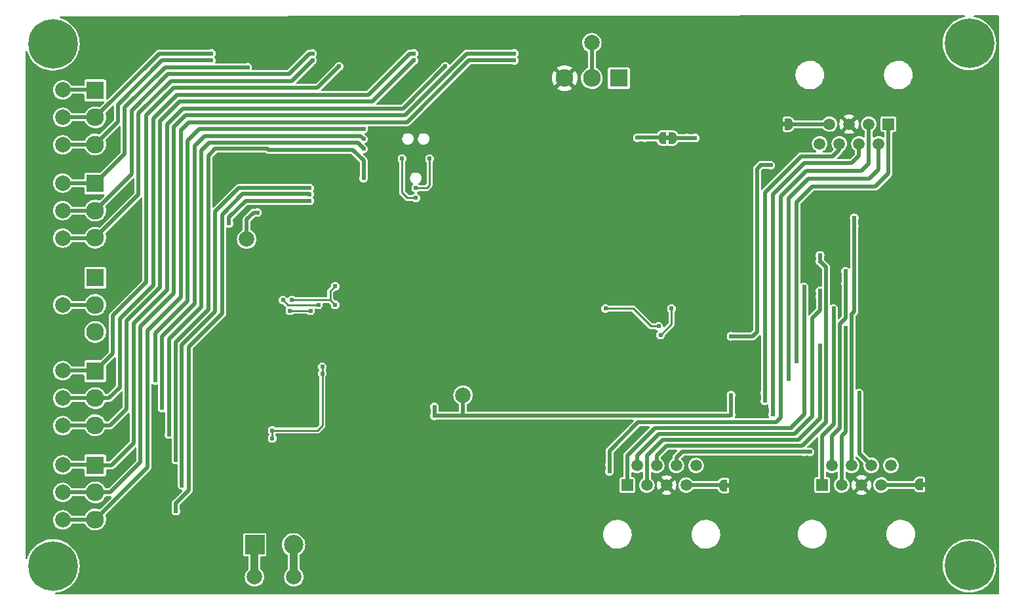
<source format=gbl>
G04 #@! TF.GenerationSoftware,KiCad,Pcbnew,6.0.10-86aedd382b~118~ubuntu18.04.1*
G04 #@! TF.CreationDate,2024-09-27T11:47:30-06:00*
G04 #@! TF.ProjectId,mss-siding,6d73732d-7369-4646-996e-672e6b696361,rev?*
G04 #@! TF.SameCoordinates,Original*
G04 #@! TF.FileFunction,Copper,L2,Bot*
G04 #@! TF.FilePolarity,Positive*
%FSLAX46Y46*%
G04 Gerber Fmt 4.6, Leading zero omitted, Abs format (unit mm)*
G04 Created by KiCad (PCBNEW 6.0.10-86aedd382b~118~ubuntu18.04.1) date 2024-09-27 11:47:30*
%MOMM*%
%LPD*%
G01*
G04 APERTURE LIST*
G04 #@! TA.AperFunction,ComponentPad*
%ADD10C,6.400000*%
G04 #@! TD*
G04 #@! TA.AperFunction,ComponentPad*
%ADD11R,2.300000X2.300000*%
G04 #@! TD*
G04 #@! TA.AperFunction,ComponentPad*
%ADD12C,2.300000*%
G04 #@! TD*
G04 #@! TA.AperFunction,ComponentPad*
%ADD13R,1.500000X1.500000*%
G04 #@! TD*
G04 #@! TA.AperFunction,ComponentPad*
%ADD14C,1.500000*%
G04 #@! TD*
G04 #@! TA.AperFunction,ComponentPad*
%ADD15R,2.500000X2.500000*%
G04 #@! TD*
G04 #@! TA.AperFunction,ComponentPad*
%ADD16C,2.500000*%
G04 #@! TD*
G04 #@! TA.AperFunction,SMDPad,CuDef*
%ADD17C,2.000000*%
G04 #@! TD*
G04 #@! TA.AperFunction,ViaPad*
%ADD18C,0.609600*%
G04 #@! TD*
G04 #@! TA.AperFunction,Conductor*
%ADD19C,0.254000*%
G04 #@! TD*
G04 #@! TA.AperFunction,Conductor*
%ADD20C,1.016000*%
G04 #@! TD*
G04 #@! TA.AperFunction,Conductor*
%ADD21C,0.508000*%
G04 #@! TD*
G04 APERTURE END LIST*
G36*
X117202000Y-177338000D02*
G01*
X116702000Y-177338000D01*
X116702000Y-176738000D01*
X117202000Y-176738000D01*
X117202000Y-177338000D01*
G37*
G36*
X109343000Y-132380000D02*
G01*
X108843000Y-132380000D01*
X108843000Y-131780000D01*
X109343000Y-131780000D01*
X109343000Y-132380000D01*
G37*
G36*
X142490000Y-177211000D02*
G01*
X141990000Y-177211000D01*
X141990000Y-176611000D01*
X142490000Y-176611000D01*
X142490000Y-177211000D01*
G37*
G36*
X124329000Y-130602000D02*
G01*
X123829000Y-130602000D01*
X123829000Y-130002000D01*
X124329000Y-130002000D01*
X124329000Y-130602000D01*
G37*
D10*
X29718000Y-119888000D03*
D11*
X35179000Y-174427000D03*
D12*
X35179000Y-177927000D03*
X35179000Y-181427000D03*
D11*
X35179000Y-125913000D03*
D12*
X35179000Y-129413000D03*
X35179000Y-132913000D03*
D13*
X129067500Y-176978750D03*
D14*
X130337500Y-174438750D03*
X131607500Y-176978750D03*
X132877500Y-174438750D03*
X134147500Y-176978750D03*
X135417500Y-174438750D03*
X136687500Y-176978750D03*
X137957500Y-174438750D03*
D11*
X35179000Y-150170000D03*
D12*
X35179000Y-153670000D03*
X35179000Y-157170000D03*
D15*
X55793000Y-184704000D03*
D16*
X60793000Y-184704000D03*
D11*
X35179000Y-137978000D03*
D12*
X35179000Y-141478000D03*
X35179000Y-144978000D03*
D13*
X103886000Y-176998750D03*
D14*
X105156000Y-174458750D03*
X106426000Y-176998750D03*
X107696000Y-174458750D03*
X108966000Y-176998750D03*
X110236000Y-174458750D03*
X111506000Y-176998750D03*
X112776000Y-174458750D03*
D11*
X35179000Y-162235000D03*
D12*
X35179000Y-165735000D03*
X35179000Y-169235000D03*
D11*
X102814000Y-124333000D03*
D12*
X99314000Y-124333000D03*
X95814000Y-124333000D03*
D13*
X137632500Y-130282750D03*
D14*
X136362500Y-132822750D03*
X135092500Y-130282750D03*
X133822500Y-132822750D03*
X132552500Y-130282750D03*
X131282500Y-132822750D03*
X130012500Y-130282750D03*
X128742500Y-132822750D03*
D10*
X29718000Y-187452000D03*
X148082000Y-187412750D03*
X148082000Y-119848750D03*
D17*
X30988000Y-181483000D03*
X30988000Y-162179000D03*
G04 #@! TA.AperFunction,SMDPad,CuDef*
G36*
X117102000Y-176288000D02*
G01*
X117602000Y-176288000D01*
X117602000Y-176292967D01*
X117681941Y-176294432D01*
X117817256Y-176336707D01*
X117935266Y-176415262D01*
X118026486Y-176523781D01*
X118083581Y-176653540D01*
X118101164Y-176788000D01*
X118102000Y-176788000D01*
X118102000Y-177288000D01*
X118101164Y-177288000D01*
X118101963Y-177294109D01*
X118080152Y-177434186D01*
X118019904Y-177562511D01*
X117926060Y-177668769D01*
X117806165Y-177744417D01*
X117669858Y-177783374D01*
X117602000Y-177782959D01*
X117602000Y-177788000D01*
X117102000Y-177788000D01*
X117102000Y-176288000D01*
G37*
G04 #@! TD.AperFunction*
G04 #@! TA.AperFunction,SMDPad,CuDef*
G36*
X116302000Y-177782959D02*
G01*
X116228095Y-177782508D01*
X116092274Y-177741889D01*
X115973312Y-177664782D01*
X115880774Y-177557385D01*
X115822097Y-177428333D01*
X115802000Y-177288000D01*
X115802000Y-176788000D01*
X115802149Y-176775784D01*
X115825669Y-176635983D01*
X115887481Y-176508404D01*
X115982616Y-176403300D01*
X116103426Y-176329123D01*
X116240199Y-176291834D01*
X116302000Y-176292967D01*
X116302000Y-176288000D01*
X116802000Y-176288000D01*
X116802000Y-177788000D01*
X116302000Y-177788000D01*
X116302000Y-177782959D01*
G37*
G04 #@! TD.AperFunction*
X30988000Y-141478000D03*
X31002000Y-174371000D03*
X60833000Y-188849000D03*
X54737000Y-145161000D03*
G04 #@! TA.AperFunction,SMDPad,CuDef*
G36*
X109243000Y-131330000D02*
G01*
X109743000Y-131330000D01*
X109743000Y-131334967D01*
X109822941Y-131336432D01*
X109958256Y-131378707D01*
X110076266Y-131457262D01*
X110167486Y-131565781D01*
X110224581Y-131695540D01*
X110242164Y-131830000D01*
X110243000Y-131830000D01*
X110243000Y-132330000D01*
X110242164Y-132330000D01*
X110242963Y-132336109D01*
X110221152Y-132476186D01*
X110160904Y-132604511D01*
X110067060Y-132710769D01*
X109947165Y-132786417D01*
X109810858Y-132825374D01*
X109743000Y-132824959D01*
X109743000Y-132830000D01*
X109243000Y-132830000D01*
X109243000Y-131330000D01*
G37*
G04 #@! TD.AperFunction*
G04 #@! TA.AperFunction,SMDPad,CuDef*
G36*
X108443000Y-132824959D02*
G01*
X108369095Y-132824508D01*
X108233274Y-132783889D01*
X108114312Y-132706782D01*
X108021774Y-132599385D01*
X107963097Y-132470333D01*
X107943000Y-132330000D01*
X107943000Y-131830000D01*
X107943149Y-131817784D01*
X107966669Y-131677983D01*
X108028481Y-131550404D01*
X108123616Y-131445300D01*
X108244426Y-131371123D01*
X108381199Y-131333834D01*
X108443000Y-131334967D01*
X108443000Y-131330000D01*
X108943000Y-131330000D01*
X108943000Y-132830000D01*
X108443000Y-132830000D01*
X108443000Y-132824959D01*
G37*
G04 #@! TD.AperFunction*
X30988000Y-125857000D03*
X99314000Y-119761000D03*
G04 #@! TA.AperFunction,SMDPad,CuDef*
G36*
X142390000Y-176161000D02*
G01*
X142890000Y-176161000D01*
X142890000Y-176165967D01*
X142969941Y-176167432D01*
X143105256Y-176209707D01*
X143223266Y-176288262D01*
X143314486Y-176396781D01*
X143371581Y-176526540D01*
X143389164Y-176661000D01*
X143390000Y-176661000D01*
X143390000Y-177161000D01*
X143389164Y-177161000D01*
X143389963Y-177167109D01*
X143368152Y-177307186D01*
X143307904Y-177435511D01*
X143214060Y-177541769D01*
X143094165Y-177617417D01*
X142957858Y-177656374D01*
X142890000Y-177655959D01*
X142890000Y-177661000D01*
X142390000Y-177661000D01*
X142390000Y-176161000D01*
G37*
G04 #@! TD.AperFunction*
G04 #@! TA.AperFunction,SMDPad,CuDef*
G36*
X141590000Y-177655959D02*
G01*
X141516095Y-177655508D01*
X141380274Y-177614889D01*
X141261312Y-177537782D01*
X141168774Y-177430385D01*
X141110097Y-177301333D01*
X141090000Y-177161000D01*
X141090000Y-176661000D01*
X141090149Y-176648784D01*
X141113669Y-176508983D01*
X141175481Y-176381404D01*
X141270616Y-176276300D01*
X141391426Y-176202123D01*
X141528199Y-176164834D01*
X141590000Y-176165967D01*
X141590000Y-176161000D01*
X142090000Y-176161000D01*
X142090000Y-177661000D01*
X141590000Y-177661000D01*
X141590000Y-177655959D01*
G37*
G04 #@! TD.AperFunction*
X30988000Y-153670000D03*
X30988000Y-165735000D03*
G04 #@! TA.AperFunction,SMDPad,CuDef*
G36*
X123929000Y-131052000D02*
G01*
X123429000Y-131052000D01*
X123429000Y-131047033D01*
X123349059Y-131045568D01*
X123213744Y-131003293D01*
X123095734Y-130924738D01*
X123004514Y-130816219D01*
X122947419Y-130686460D01*
X122929836Y-130552000D01*
X122929000Y-130552000D01*
X122929000Y-130052000D01*
X122929836Y-130052000D01*
X122929037Y-130045891D01*
X122950848Y-129905814D01*
X123011096Y-129777489D01*
X123104940Y-129671231D01*
X123224835Y-129595583D01*
X123361142Y-129556626D01*
X123429000Y-129557041D01*
X123429000Y-129552000D01*
X123929000Y-129552000D01*
X123929000Y-131052000D01*
G37*
G04 #@! TD.AperFunction*
G04 #@! TA.AperFunction,SMDPad,CuDef*
G36*
X124729000Y-129557041D02*
G01*
X124802905Y-129557492D01*
X124938726Y-129598111D01*
X125057688Y-129675218D01*
X125150226Y-129782615D01*
X125208903Y-129911667D01*
X125229000Y-130052000D01*
X125229000Y-130552000D01*
X125228851Y-130564216D01*
X125205331Y-130704017D01*
X125143519Y-130831596D01*
X125048384Y-130936700D01*
X124927574Y-131010877D01*
X124790801Y-131048166D01*
X124729000Y-131047033D01*
X124729000Y-131052000D01*
X124229000Y-131052000D01*
X124229000Y-129552000D01*
X124729000Y-129552000D01*
X124729000Y-129557041D01*
G37*
G04 #@! TD.AperFunction*
X82677000Y-165354000D03*
X30988000Y-145034000D03*
X30988000Y-177927000D03*
X30988000Y-169291000D03*
X30988000Y-132969000D03*
X30988000Y-137922000D03*
X30988000Y-129413000D03*
X55753000Y-188849000D03*
D18*
X87361000Y-183617750D03*
X140462000Y-158964750D03*
X123825000Y-124674750D03*
X56642000Y-173101000D03*
X140462000Y-157948750D03*
X39243000Y-148463000D03*
X147066000Y-150836750D03*
X100610000Y-143470750D03*
X65024000Y-134747000D03*
X117348000Y-180173750D03*
X111600000Y-150582750D03*
X61722000Y-165862000D03*
X134874000Y-156678750D03*
X56642000Y-177292000D03*
X55245000Y-173101000D03*
X53721000Y-149987000D03*
X147066000Y-161377750D03*
X65405000Y-166497000D03*
X66040000Y-134747000D03*
X101372000Y-143470750D03*
X110998000Y-153884750D03*
X65024000Y-143891000D03*
X134874000Y-157694750D03*
X110998000Y-126452750D03*
X111760000Y-153884750D03*
X66421000Y-165481000D03*
X77724000Y-175133000D03*
X87361000Y-169901750D03*
X110998000Y-140676750D03*
X111760000Y-137374750D03*
X150876000Y-157948750D03*
X65913000Y-143891000D03*
X140462000Y-163536750D03*
X101407000Y-155408750D03*
X100645000Y-155408750D03*
X40513000Y-148463000D03*
X111760000Y-147280750D03*
X62611000Y-165354000D03*
X39243000Y-149733000D03*
X110998000Y-134072750D03*
X77089000Y-166751000D03*
X53721000Y-148463000D03*
X74175457Y-164120485D03*
X110236000Y-164171750D03*
X110255000Y-165041750D03*
X95044500Y-173013250D03*
X87361000Y-179045750D03*
X118872000Y-180173750D03*
X40259000Y-184912000D03*
X120269000Y-124674750D03*
X121031000Y-183221750D03*
X74803000Y-133477000D03*
X70103000Y-183770000D03*
X77089000Y-163830000D03*
X63627000Y-165354000D03*
X53721000Y-151511000D03*
X111760000Y-140676750D03*
X147066000Y-140168750D03*
X74168000Y-165100000D03*
X150876000Y-147407750D03*
X123190000Y-180173750D03*
X80264000Y-175133000D03*
X57912000Y-173101000D03*
X147066000Y-149947750D03*
X147066000Y-160488750D03*
X111760000Y-134072750D03*
X150876000Y-168489750D03*
X122682000Y-126579750D03*
X121412000Y-126579750D03*
X82296000Y-129667000D03*
X120269000Y-126198750D03*
X150876000Y-136739750D03*
X110838000Y-150582750D03*
X55245000Y-177292000D03*
X147066000Y-171918750D03*
X147066000Y-139279750D03*
X71375000Y-183770000D03*
X110998000Y-147280750D03*
X60071000Y-136017000D03*
X121666000Y-180173750D03*
X120396000Y-180173750D03*
X111760000Y-143978750D03*
X94155500Y-173013250D03*
X87361000Y-174473750D03*
X40513000Y-149733000D03*
X73914000Y-133477000D03*
X60071000Y-137287000D03*
X110998000Y-125436750D03*
X124714000Y-180173750D03*
X41148000Y-184912000D03*
X61722000Y-166624000D03*
X57912000Y-177292000D03*
X123825000Y-126198750D03*
X110998000Y-143978750D03*
X140462000Y-162520750D03*
X110998000Y-137374750D03*
X121031000Y-181951750D03*
X65405000Y-165481000D03*
X147066000Y-171029750D03*
X66421000Y-166497000D03*
X58039000Y-170942000D03*
X64516000Y-162560000D03*
X58039000Y-169926000D03*
X64516000Y-161671000D03*
X122428000Y-135596750D03*
X121158000Y-135596750D03*
X117301000Y-167901750D03*
X117301000Y-157741750D03*
X78994000Y-168021000D03*
X117301000Y-165361750D03*
X78994000Y-166878000D03*
X101092000Y-154138750D03*
X107950000Y-156424750D03*
X128790700Y-147268050D03*
X128790700Y-148030050D03*
X123698000Y-146772750D03*
X101600000Y-174331750D03*
X123698000Y-146010750D03*
X101600000Y-175220750D03*
X123698000Y-165822750D03*
X123698000Y-164806750D03*
X133210300Y-142429350D03*
X133210300Y-143470750D03*
X122682000Y-166838750D03*
X122682000Y-141438750D03*
X122682000Y-167854750D03*
X122682000Y-142454750D03*
X121666000Y-165060750D03*
X121666000Y-141438750D03*
X121666000Y-142454750D03*
X121666000Y-166076750D03*
X50165000Y-121158000D03*
X50165000Y-122047000D03*
X60325000Y-154432000D03*
X62992000Y-154432000D03*
X76327000Y-121158000D03*
X76327000Y-122047000D03*
X80391000Y-122809000D03*
X66675000Y-122809000D03*
X126746000Y-151344750D03*
X123825000Y-169632750D03*
X124968000Y-169632750D03*
X126746000Y-152360750D03*
X128778000Y-152614750D03*
X128778000Y-151852750D03*
X128778000Y-158964750D03*
X128790700Y-159714050D03*
X127508000Y-172680750D03*
X126746000Y-172680750D03*
X42926000Y-163449000D03*
X69850000Y-130937000D03*
X69850000Y-132207000D03*
X43815000Y-167005000D03*
X44704000Y-170434000D03*
X69850000Y-133477000D03*
X130556000Y-154900750D03*
X130556000Y-154138750D03*
X132080000Y-150836750D03*
X132080000Y-149312750D03*
X132080000Y-156678750D03*
X132080000Y-157694750D03*
X133858000Y-165060750D03*
X133858000Y-166076750D03*
X63246000Y-121158000D03*
X63246000Y-122047000D03*
X89281000Y-121158000D03*
X89281000Y-122047000D03*
X125730000Y-146010750D03*
X125730000Y-146772750D03*
X125730000Y-159980750D03*
X125730000Y-160996750D03*
X124714000Y-156043750D03*
X124714000Y-144486750D03*
X124714000Y-162266750D03*
X124714000Y-143470750D03*
X124714000Y-155281750D03*
X124714000Y-163282750D03*
X105195250Y-132040750D03*
X106148500Y-132040750D03*
X69850000Y-137287000D03*
X45593000Y-173736000D03*
X78359000Y-134747000D03*
X46366750Y-177026250D03*
X76581000Y-138557000D03*
X62865000Y-138557000D03*
X62865000Y-140208000D03*
X52451000Y-143129000D03*
X74803000Y-134747000D03*
X76581000Y-139827000D03*
X45593000Y-180340000D03*
X62865000Y-139343903D03*
X56134000Y-141732000D03*
X111633000Y-132080000D03*
X112649000Y-132080000D03*
X66167000Y-151257000D03*
X60579000Y-153035000D03*
X66167000Y-153670000D03*
X108204000Y-157567750D03*
X109601000Y-154138750D03*
X54864000Y-122936000D03*
X64008000Y-153670000D03*
X59436000Y-153035000D03*
D19*
X58039000Y-170942000D02*
X58039000Y-169926000D01*
X64516000Y-169291000D02*
X63881000Y-169926000D01*
X63881000Y-169926000D02*
X58039000Y-169926000D01*
X64516000Y-161671000D02*
X64516000Y-169291000D01*
D20*
X55753000Y-188849000D02*
X55753000Y-184744000D01*
X55753000Y-184744000D02*
X55793000Y-184704000D01*
X60793000Y-184704000D02*
X60793000Y-188809000D01*
X60793000Y-188809000D02*
X60833000Y-188849000D01*
D21*
X82677000Y-168021000D02*
X117181750Y-168021000D01*
X117181750Y-168021000D02*
X117301000Y-167901750D01*
X117301000Y-157741750D02*
X120095000Y-157741750D01*
X120650000Y-136104750D02*
X121158000Y-135596750D01*
X82677000Y-165354000D02*
X82677000Y-168021000D01*
X120095000Y-157741750D02*
X120650000Y-157186750D01*
X117301000Y-165361750D02*
X117301000Y-166631750D01*
X120650000Y-157186750D02*
X120650000Y-136104750D01*
X121158000Y-135596750D02*
X122428000Y-135596750D01*
X117301000Y-166631750D02*
X117301000Y-167901750D01*
X78994000Y-168021000D02*
X78994000Y-166878000D01*
X78994000Y-168021000D02*
X82677000Y-168021000D01*
D19*
X107950000Y-156424750D02*
X106934000Y-156424750D01*
X106934000Y-156424750D02*
X104648000Y-154138750D01*
X104648000Y-154138750D02*
X101092000Y-154138750D01*
D21*
X129540000Y-148779350D02*
X129540000Y-168870750D01*
X107696000Y-173188750D02*
X107696000Y-174458750D01*
X129540000Y-168870750D02*
X126492000Y-171918750D01*
X108966000Y-171918750D02*
X107696000Y-173188750D01*
X128790700Y-148030050D02*
X128790700Y-147268050D01*
X126492000Y-171918750D02*
X108966000Y-171918750D01*
X128790700Y-148030050D02*
X129540000Y-148779350D01*
X134112000Y-136358750D02*
X127000000Y-136358750D01*
X101600000Y-174331750D02*
X101600000Y-175220750D01*
X105283000Y-168870750D02*
X101600000Y-172553750D01*
X101600000Y-172553750D02*
X101600000Y-174331750D01*
X123698000Y-139660750D02*
X123698000Y-165822750D01*
X123698000Y-165822750D02*
X123698000Y-168286550D01*
X127000000Y-136358750D02*
X123698000Y-139660750D01*
X123698000Y-168286550D02*
X123113800Y-168870750D01*
X123113800Y-168870750D02*
X105283000Y-168870750D01*
X135092500Y-135378250D02*
X134112000Y-136358750D01*
X135092500Y-130282750D02*
X135092500Y-135378250D01*
X133210300Y-154532450D02*
X132877500Y-154865250D01*
X132877500Y-174438750D02*
X132877500Y-154936250D01*
X133210300Y-142594450D02*
X133210300Y-154532450D01*
X126746000Y-135342750D02*
X132842000Y-135342750D01*
X122682000Y-167854750D02*
X122682000Y-166838750D01*
X122682000Y-167854750D02*
X122682000Y-139406750D01*
X133822500Y-134362250D02*
X133822500Y-132822750D01*
X132842000Y-135342750D02*
X133822500Y-134362250D01*
X122682000Y-139406750D02*
X126746000Y-135342750D01*
X121666000Y-166076750D02*
X121666000Y-165060750D01*
X131282500Y-133600250D02*
X130429000Y-134453750D01*
X126365000Y-134453750D02*
X121666000Y-139152750D01*
X131282500Y-132822750D02*
X131282500Y-133600250D01*
X130429000Y-134453750D02*
X126365000Y-134453750D01*
X121666000Y-139152750D02*
X121666000Y-165568750D01*
X30988000Y-129413000D02*
X35179000Y-129413000D01*
X35179000Y-129413000D02*
X43434000Y-121158000D01*
X43434000Y-121158000D02*
X50165000Y-121158000D01*
X43815000Y-122047000D02*
X50165000Y-122047000D01*
X35179000Y-132913000D02*
X38100000Y-129992000D01*
X35123000Y-132969000D02*
X35179000Y-132913000D01*
X38100000Y-129992000D02*
X38100000Y-127762000D01*
X38100000Y-127762000D02*
X43815000Y-122047000D01*
X30988000Y-132969000D02*
X35123000Y-132969000D01*
X35123000Y-125857000D02*
X35179000Y-125913000D01*
X30988000Y-125857000D02*
X35123000Y-125857000D01*
X35179000Y-153670000D02*
X30988000Y-153670000D01*
D19*
X62992000Y-154432000D02*
X60325000Y-154432000D01*
D21*
X38354000Y-155448000D02*
X42672000Y-151130000D01*
X75819000Y-121158000D02*
X76327000Y-121158000D01*
X30988000Y-165735000D02*
X35179000Y-165735000D01*
X45720000Y-126492000D02*
X70485000Y-126492000D01*
X70485000Y-126492000D02*
X75819000Y-121158000D01*
X38354000Y-164338000D02*
X38354000Y-155448000D01*
X42672000Y-151130000D02*
X42672000Y-129540000D01*
X35179000Y-165735000D02*
X36957000Y-165735000D01*
X36957000Y-165735000D02*
X38354000Y-164338000D01*
X42672000Y-129540000D02*
X45720000Y-126492000D01*
X37140000Y-169235000D02*
X39243000Y-167132000D01*
X30988000Y-169291000D02*
X35123000Y-169291000D01*
X35179000Y-169235000D02*
X37140000Y-169235000D01*
X35123000Y-169291000D02*
X35179000Y-169235000D01*
X43561000Y-151384000D02*
X43561000Y-129921000D01*
X46101000Y-127381000D02*
X70993000Y-127381000D01*
X39243000Y-155702000D02*
X43561000Y-151384000D01*
X70993000Y-127381000D02*
X76327000Y-122047000D01*
X43561000Y-129921000D02*
X46101000Y-127381000D01*
X39243000Y-167132000D02*
X39243000Y-155702000D01*
X44450000Y-151765000D02*
X40132000Y-156083000D01*
X35123000Y-174371000D02*
X35179000Y-174427000D01*
X44450000Y-130302000D02*
X44450000Y-151765000D01*
X31002000Y-174371000D02*
X35123000Y-174371000D01*
X74930000Y-128270000D02*
X46482000Y-128270000D01*
X80391000Y-122809000D02*
X74930000Y-128270000D01*
X37282000Y-174427000D02*
X35179000Y-174427000D01*
X46482000Y-128270000D02*
X44450000Y-130302000D01*
X40132000Y-156083000D02*
X40132000Y-171577000D01*
X40132000Y-171577000D02*
X37282000Y-174427000D01*
X37465000Y-155067000D02*
X41783000Y-150749000D01*
X37465000Y-159949000D02*
X37465000Y-155067000D01*
X30988000Y-162179000D02*
X35123000Y-162179000D01*
X45339000Y-125603000D02*
X63881000Y-125603000D01*
X35123000Y-162179000D02*
X35179000Y-162235000D01*
X35179000Y-162235000D02*
X37465000Y-159949000D01*
X63881000Y-125603000D02*
X66675000Y-122809000D01*
X41783000Y-129159000D02*
X45339000Y-125603000D01*
X41783000Y-150749000D02*
X41783000Y-129159000D01*
X126746000Y-167854750D02*
X126746000Y-152360750D01*
X124968000Y-169632750D02*
X126746000Y-167854750D01*
X124968000Y-169632750D02*
X107442000Y-169632750D01*
X103886000Y-173188750D02*
X103886000Y-176998750D01*
X107442000Y-169632750D02*
X103886000Y-173188750D01*
X126746000Y-152360750D02*
X126746000Y-151344750D01*
X127762000Y-168108750D02*
X125476000Y-170394750D01*
X128778000Y-152614750D02*
X128778000Y-154392750D01*
X128778000Y-152614750D02*
X128778000Y-151852750D01*
X128778000Y-154392750D02*
X127762000Y-155408750D01*
X105156000Y-173188750D02*
X105156000Y-174458750D01*
X125476000Y-170394750D02*
X107950000Y-170394750D01*
X127762000Y-155408750D02*
X127762000Y-168108750D01*
X107950000Y-170394750D02*
X105156000Y-173188750D01*
X108458000Y-171156750D02*
X106426000Y-173188750D01*
X106426000Y-173188750D02*
X106426000Y-176998750D01*
X128778000Y-168362750D02*
X125984000Y-171156750D01*
X125984000Y-171156750D02*
X108458000Y-171156750D01*
X128778000Y-158964750D02*
X128778000Y-159701350D01*
X128778000Y-159701350D02*
X128790700Y-159714050D01*
X128778000Y-158964750D02*
X128778000Y-168362750D01*
X110236000Y-173442750D02*
X110998000Y-172680750D01*
X110998000Y-172680750D02*
X126746000Y-172680750D01*
X126746000Y-172680750D02*
X127508000Y-172680750D01*
X110236000Y-174458750D02*
X110236000Y-173442750D01*
X47117000Y-153162000D02*
X47117000Y-132461000D01*
X42926000Y-157353000D02*
X47117000Y-153162000D01*
X42926000Y-163449000D02*
X42926000Y-157353000D01*
X48641000Y-130937000D02*
X69850000Y-130937000D01*
X47117000Y-132461000D02*
X48641000Y-130937000D01*
X48006000Y-153543000D02*
X48006000Y-133096000D01*
X48006000Y-133096000D02*
X49276000Y-131826000D01*
X49276000Y-131826000D02*
X69469000Y-131826000D01*
X69469000Y-131826000D02*
X69850000Y-132207000D01*
X43815000Y-157734000D02*
X48006000Y-153543000D01*
X43815000Y-167005000D02*
X43815000Y-157734000D01*
X44704000Y-158115000D02*
X48895000Y-153924000D01*
X48895000Y-133731000D02*
X49911000Y-132715000D01*
X48895000Y-153924000D02*
X48895000Y-133731000D01*
X49911000Y-132715000D02*
X69088000Y-132715000D01*
X69088000Y-132715000D02*
X69850000Y-133477000D01*
X44704000Y-170434000D02*
X44704000Y-158115000D01*
D19*
X115936000Y-177038000D02*
X115951000Y-177038000D01*
X115951000Y-177038000D02*
X115911750Y-176998750D01*
D21*
X115896750Y-176998750D02*
X115936000Y-177038000D01*
X111506000Y-176998750D02*
X115896750Y-176998750D01*
X130556000Y-169124750D02*
X129067500Y-170613250D01*
X130556000Y-155129746D02*
X130556000Y-154138750D01*
X129067500Y-170613250D02*
X129067500Y-176978750D01*
X130556000Y-154138750D02*
X130556000Y-169124750D01*
X132080000Y-150836750D02*
X132080000Y-155408750D01*
X132080000Y-150836750D02*
X132080000Y-149312750D01*
X132080000Y-155408750D02*
X131318000Y-156170750D01*
X130337500Y-170613250D02*
X130337500Y-174438750D01*
X131318000Y-169632750D02*
X130337500Y-170613250D01*
X131318000Y-156170750D02*
X131318000Y-169632750D01*
X131607500Y-176978750D02*
X131607500Y-170684250D01*
X131572000Y-170648750D02*
X132080000Y-170140750D01*
X132080000Y-157694750D02*
X132080000Y-156678750D01*
X132080000Y-170140750D02*
X132080000Y-157694750D01*
X131607500Y-170684250D02*
X131572000Y-170648750D01*
X135417500Y-174438750D02*
X133858000Y-172879250D01*
X133858000Y-172879250D02*
X133858000Y-165314750D01*
X136687500Y-176978750D02*
X141522250Y-176978750D01*
X141522250Y-176978750D02*
X141590000Y-176911000D01*
X44577000Y-123825000D02*
X60198000Y-123825000D01*
X35179000Y-141478000D02*
X39878000Y-136779000D01*
X62865000Y-121158000D02*
X63246000Y-121158000D01*
X39878000Y-128524000D02*
X44577000Y-123825000D01*
X39878000Y-136779000D02*
X39878000Y-128524000D01*
X60198000Y-123825000D02*
X62865000Y-121158000D01*
X30988000Y-141478000D02*
X35179000Y-141478000D01*
X35179000Y-144978000D02*
X40767000Y-139390000D01*
X40767000Y-139390000D02*
X40767000Y-128905000D01*
X60579000Y-124714000D02*
X63246000Y-122047000D01*
X35123000Y-145034000D02*
X35179000Y-144978000D01*
X44958000Y-124714000D02*
X60579000Y-124714000D01*
X30988000Y-145034000D02*
X35123000Y-145034000D01*
X40767000Y-128905000D02*
X44958000Y-124714000D01*
X37084000Y-177927000D02*
X41021000Y-173990000D01*
X30988000Y-177927000D02*
X35179000Y-177927000D01*
X41021000Y-156464000D02*
X45339000Y-152146000D01*
X45339000Y-130683000D02*
X46863000Y-129159000D01*
X41021000Y-173990000D02*
X41021000Y-156464000D01*
X45339000Y-152146000D02*
X45339000Y-130683000D01*
X75184000Y-129159000D02*
X83185000Y-121158000D01*
X83185000Y-121158000D02*
X89281000Y-121158000D01*
X35179000Y-177927000D02*
X37084000Y-177927000D01*
X46863000Y-129159000D02*
X75184000Y-129159000D01*
X41910000Y-156972000D02*
X46228000Y-152654000D01*
X41910000Y-174696000D02*
X41910000Y-156972000D01*
X83439000Y-122047000D02*
X89281000Y-122047000D01*
X30988000Y-181483000D02*
X35123000Y-181483000D01*
X35179000Y-181427000D02*
X41910000Y-174696000D01*
X46228000Y-131064000D02*
X47244000Y-130048000D01*
X46228000Y-152654000D02*
X46228000Y-131064000D01*
X35123000Y-181483000D02*
X35179000Y-181427000D01*
X75438000Y-130048000D02*
X83439000Y-122047000D01*
X47244000Y-130048000D02*
X75438000Y-130048000D01*
X125730000Y-146010750D02*
X125730000Y-146772750D01*
X135890000Y-138390750D02*
X127762000Y-138390750D01*
X137632500Y-130282750D02*
X137632500Y-136648250D01*
X127762000Y-138390750D02*
X125730000Y-140422750D01*
X125730000Y-140422750D02*
X125730000Y-146010750D01*
X137632500Y-136648250D02*
X135890000Y-138390750D01*
X125730000Y-159980750D02*
X125730000Y-160996750D01*
X125730000Y-146772750D02*
X125730000Y-159980750D01*
X124714000Y-163282750D02*
X124714000Y-139914750D01*
X124714000Y-139914750D02*
X127254000Y-137374750D01*
X136362500Y-136140250D02*
X136362500Y-132822750D01*
X135128000Y-137374750D02*
X136362500Y-136140250D01*
X127254000Y-137374750D02*
X135128000Y-137374750D01*
X124748250Y-130282750D02*
X130012500Y-130282750D01*
X124729000Y-130302000D02*
X124748250Y-130282750D01*
X99314000Y-119761000D02*
X99314000Y-123970750D01*
X106148500Y-132040750D02*
X108657750Y-132040750D01*
X105195250Y-132040750D02*
X106148500Y-132040750D01*
X57404000Y-133477000D02*
X50673000Y-133477000D01*
X49784000Y-154305000D02*
X45593000Y-158496000D01*
X50673000Y-133477000D02*
X49784000Y-134366000D01*
X69850000Y-137287000D02*
X69850000Y-135001000D01*
X45593000Y-158496000D02*
X45593000Y-173736000D01*
X69850000Y-135001000D02*
X68453000Y-133604000D01*
X68453000Y-133604000D02*
X57531000Y-133604000D01*
X57531000Y-133604000D02*
X57404000Y-133477000D01*
X49784000Y-134366000D02*
X49784000Y-154305000D01*
X53721000Y-138557000D02*
X50673000Y-141605000D01*
X50673000Y-154559000D02*
X46366750Y-158865250D01*
D19*
X77978000Y-138557000D02*
X78359000Y-138176000D01*
X76581000Y-138557000D02*
X77978000Y-138557000D01*
D21*
X46366750Y-158865250D02*
X46366750Y-177026250D01*
X62865000Y-138557000D02*
X53721000Y-138557000D01*
X50673000Y-141605000D02*
X50673000Y-154559000D01*
D19*
X78359000Y-138176000D02*
X78359000Y-134747000D01*
D21*
X54610000Y-140208000D02*
X52451000Y-142367000D01*
X52451000Y-142367000D02*
X52451000Y-143129000D01*
D19*
X75501500Y-139827000D02*
X74803000Y-139128500D01*
X76581000Y-139827000D02*
X75501500Y-139827000D01*
X74803000Y-139128500D02*
X74803000Y-134747000D01*
D21*
X62865000Y-140208000D02*
X54610000Y-140208000D01*
X47244000Y-177673000D02*
X45593000Y-179324000D01*
X62840097Y-139319000D02*
X54229000Y-139319000D01*
X62865000Y-139343903D02*
X62840097Y-139319000D01*
X51562000Y-141986000D02*
X51562000Y-154813000D01*
X47244000Y-159131000D02*
X47244000Y-177673000D01*
X54229000Y-139319000D02*
X51562000Y-141986000D01*
X51562000Y-154813000D02*
X47244000Y-159131000D01*
X45593000Y-179324000D02*
X45593000Y-180340000D01*
X55626000Y-141732000D02*
X54737000Y-142621000D01*
X56134000Y-141732000D02*
X55626000Y-141732000D01*
X54737000Y-142621000D02*
X54737000Y-145161000D01*
X109997000Y-132080000D02*
X111633000Y-132080000D01*
X112649000Y-132080000D02*
X111633000Y-132080000D01*
D19*
X65532000Y-153035000D02*
X65532000Y-151892000D01*
X65532000Y-153035000D02*
X66167000Y-153670000D01*
X65532000Y-151892000D02*
X66167000Y-151257000D01*
X60579000Y-153035000D02*
X65532000Y-153035000D01*
X109601000Y-156170750D02*
X108204000Y-157567750D01*
X109601000Y-154138750D02*
X109601000Y-156170750D01*
D21*
X38989000Y-128143000D02*
X38989000Y-134168000D01*
X35123000Y-137922000D02*
X35179000Y-137978000D01*
X54864000Y-122936000D02*
X44196000Y-122936000D01*
X30988000Y-137922000D02*
X35123000Y-137922000D01*
X38989000Y-134168000D02*
X35179000Y-137978000D01*
X44196000Y-122936000D02*
X38989000Y-128143000D01*
D19*
X60071000Y-153670000D02*
X64008000Y-153670000D01*
X59436000Y-153035000D02*
X60071000Y-153670000D01*
G04 #@! TA.AperFunction,Conductor*
G36*
X151834014Y-116225060D02*
G01*
X151880561Y-116278669D01*
X151892000Y-116331127D01*
X151892000Y-191009000D01*
X151871998Y-191077121D01*
X151818342Y-191123614D01*
X151766000Y-191135000D01*
X30130036Y-191135000D01*
X30061915Y-191114998D01*
X30015422Y-191061342D01*
X30005318Y-190991068D01*
X30034812Y-190926488D01*
X30094538Y-190888104D01*
X30117084Y-190883667D01*
X30255805Y-190869332D01*
X30255814Y-190869331D01*
X30259197Y-190868981D01*
X30262530Y-190868267D01*
X30262533Y-190868266D01*
X30473096Y-190823125D01*
X30625063Y-190790546D01*
X30980318Y-190673056D01*
X31320807Y-190517887D01*
X31418707Y-190459758D01*
X31639601Y-190328601D01*
X31639606Y-190328598D01*
X31642546Y-190326852D01*
X31672354Y-190304472D01*
X31744828Y-190250056D01*
X31941771Y-190102187D01*
X32214983Y-189846521D01*
X32458985Y-189562842D01*
X32520279Y-189473659D01*
X32668992Y-189257280D01*
X32668997Y-189257273D01*
X32670922Y-189254471D01*
X32672534Y-189251477D01*
X32672539Y-189251469D01*
X32846694Y-188928027D01*
X32848316Y-188925015D01*
X32940782Y-188697299D01*
X32987811Y-188581480D01*
X32987813Y-188581475D01*
X32989091Y-188578327D01*
X33001206Y-188535799D01*
X33051744Y-188358382D01*
X33091601Y-188218463D01*
X33148051Y-187888223D01*
X33154075Y-187852981D01*
X33154075Y-187852979D01*
X33154647Y-187849634D01*
X33156203Y-187824205D01*
X33177380Y-187477948D01*
X33177490Y-187476152D01*
X33177574Y-187452000D01*
X33157339Y-187078368D01*
X33096870Y-186709107D01*
X32996875Y-186348537D01*
X32993627Y-186340373D01*
X32859783Y-186004039D01*
X32859779Y-186004031D01*
X32858523Y-186000874D01*
X32683434Y-185670188D01*
X32681534Y-185667382D01*
X32681530Y-185667375D01*
X32541262Y-185460201D01*
X32473654Y-185360345D01*
X32231639Y-185074970D01*
X31960219Y-184817402D01*
X31957512Y-184815340D01*
X31957504Y-184815333D01*
X31665281Y-184592720D01*
X31662569Y-184590654D01*
X31451128Y-184463104D01*
X31345100Y-184399143D01*
X31345096Y-184399141D01*
X31342172Y-184397377D01*
X31339082Y-184395943D01*
X31339077Y-184395940D01*
X31005871Y-184241272D01*
X31005869Y-184241271D01*
X31002775Y-184239835D01*
X30999540Y-184238740D01*
X30999535Y-184238738D01*
X30651583Y-184120963D01*
X30648348Y-184119868D01*
X30283038Y-184038881D01*
X30143114Y-184023433D01*
X29914500Y-183998193D01*
X29914495Y-183998193D01*
X29911119Y-183997820D01*
X29907720Y-183997814D01*
X29907719Y-183997814D01*
X29730987Y-183997506D01*
X29536940Y-183997167D01*
X29398079Y-184012007D01*
X29168263Y-184036567D01*
X29168257Y-184036568D01*
X29164879Y-184036929D01*
X28799289Y-184116641D01*
X28444446Y-184235369D01*
X28104501Y-184391727D01*
X28101567Y-184393483D01*
X28101565Y-184393484D01*
X28093994Y-184398015D01*
X27783431Y-184583883D01*
X27484991Y-184809591D01*
X27482509Y-184811930D01*
X27482503Y-184811935D01*
X27247758Y-185033148D01*
X27212674Y-185066210D01*
X27210462Y-185068800D01*
X27210461Y-185068801D01*
X26992576Y-185323912D01*
X26969664Y-185350738D01*
X26967736Y-185353565D01*
X26967734Y-185353567D01*
X26785579Y-185620597D01*
X26758804Y-185659847D01*
X26757197Y-185662857D01*
X26757195Y-185662860D01*
X26591660Y-185972880D01*
X26582561Y-185989921D01*
X26581288Y-185993089D01*
X26581287Y-185993090D01*
X26460046Y-186294688D01*
X26442997Y-186337098D01*
X26442079Y-186340366D01*
X26442076Y-186340373D01*
X26409299Y-186456982D01*
X26371610Y-186517148D01*
X26307375Y-186547387D01*
X26236989Y-186538098D01*
X26182798Y-186492230D01*
X26162000Y-186422886D01*
X26162000Y-183428933D01*
X54288500Y-183428933D01*
X54288501Y-185979066D01*
X54303266Y-186053301D01*
X54359516Y-186137484D01*
X54443699Y-186193734D01*
X54517933Y-186208500D01*
X54864500Y-186208500D01*
X54932621Y-186228502D01*
X54979114Y-186282158D01*
X54990500Y-186334500D01*
X54990500Y-187786796D01*
X54970498Y-187854917D01*
X54946309Y-187882389D01*
X54943543Y-187884326D01*
X54788326Y-188039543D01*
X54785169Y-188044051D01*
X54785167Y-188044054D01*
X54665578Y-188214845D01*
X54662421Y-188219354D01*
X54660098Y-188224336D01*
X54660095Y-188224341D01*
X54613104Y-188325116D01*
X54569653Y-188418297D01*
X54512839Y-188630326D01*
X54493708Y-188849000D01*
X54512839Y-189067674D01*
X54569653Y-189279703D01*
X54571978Y-189284688D01*
X54660095Y-189473659D01*
X54660098Y-189473664D01*
X54662421Y-189478646D01*
X54665577Y-189483153D01*
X54665578Y-189483155D01*
X54721376Y-189562842D01*
X54788326Y-189658457D01*
X54943543Y-189813674D01*
X54948051Y-189816831D01*
X54948054Y-189816833D01*
X54990453Y-189846521D01*
X55123354Y-189939579D01*
X55128336Y-189941902D01*
X55128341Y-189941905D01*
X55229116Y-189988896D01*
X55322297Y-190032347D01*
X55534326Y-190089161D01*
X55753000Y-190108292D01*
X55971674Y-190089161D01*
X56183703Y-190032347D01*
X56276884Y-189988896D01*
X56377659Y-189941905D01*
X56377664Y-189941902D01*
X56382646Y-189939579D01*
X56515547Y-189846521D01*
X56557946Y-189816833D01*
X56557949Y-189816831D01*
X56562457Y-189813674D01*
X56717674Y-189658457D01*
X56784625Y-189562842D01*
X56840422Y-189483155D01*
X56840423Y-189483153D01*
X56843579Y-189478646D01*
X56845902Y-189473664D01*
X56845905Y-189473659D01*
X56934022Y-189284688D01*
X56936347Y-189279703D01*
X56993161Y-189067674D01*
X57012292Y-188849000D01*
X56993161Y-188630326D01*
X56936347Y-188418297D01*
X56892896Y-188325116D01*
X56845905Y-188224341D01*
X56845902Y-188224336D01*
X56843579Y-188219354D01*
X56840422Y-188214845D01*
X56720833Y-188044054D01*
X56720831Y-188044051D01*
X56717674Y-188039543D01*
X56562457Y-187884326D01*
X56560064Y-187882651D01*
X56521182Y-187824205D01*
X56515500Y-187786796D01*
X56515500Y-186334499D01*
X56535502Y-186266378D01*
X56589158Y-186219885D01*
X56641500Y-186208499D01*
X57068066Y-186208499D01*
X57103818Y-186201388D01*
X57130126Y-186196156D01*
X57130128Y-186196155D01*
X57142301Y-186193734D01*
X57152621Y-186186839D01*
X57152622Y-186186838D01*
X57216168Y-186144377D01*
X57226484Y-186137484D01*
X57282734Y-186053301D01*
X57297500Y-185979067D01*
X57297499Y-184704000D01*
X59283848Y-184704000D01*
X59302428Y-184940083D01*
X59303582Y-184944890D01*
X59303583Y-184944896D01*
X59325388Y-185035720D01*
X59357711Y-185170354D01*
X59359604Y-185174925D01*
X59359605Y-185174927D01*
X59433601Y-185353567D01*
X59448336Y-185389141D01*
X59572070Y-185591057D01*
X59725868Y-185771132D01*
X59905943Y-185924930D01*
X59965823Y-185961624D01*
X59970335Y-185964389D01*
X60017966Y-186017037D01*
X60030500Y-186071822D01*
X60030500Y-187825179D01*
X60010498Y-187893300D01*
X59993595Y-187914274D01*
X59868326Y-188039543D01*
X59865169Y-188044051D01*
X59865167Y-188044054D01*
X59745578Y-188214845D01*
X59742421Y-188219354D01*
X59740098Y-188224336D01*
X59740095Y-188224341D01*
X59693104Y-188325116D01*
X59649653Y-188418297D01*
X59592839Y-188630326D01*
X59573708Y-188849000D01*
X59592839Y-189067674D01*
X59649653Y-189279703D01*
X59651978Y-189284688D01*
X59740095Y-189473659D01*
X59740098Y-189473664D01*
X59742421Y-189478646D01*
X59745577Y-189483153D01*
X59745578Y-189483155D01*
X59801376Y-189562842D01*
X59868326Y-189658457D01*
X60023543Y-189813674D01*
X60028051Y-189816831D01*
X60028054Y-189816833D01*
X60070453Y-189846521D01*
X60203354Y-189939579D01*
X60208336Y-189941902D01*
X60208341Y-189941905D01*
X60309116Y-189988896D01*
X60402297Y-190032347D01*
X60614326Y-190089161D01*
X60833000Y-190108292D01*
X61051674Y-190089161D01*
X61263703Y-190032347D01*
X61356884Y-189988896D01*
X61457659Y-189941905D01*
X61457664Y-189941902D01*
X61462646Y-189939579D01*
X61595547Y-189846521D01*
X61637946Y-189816833D01*
X61637949Y-189816831D01*
X61642457Y-189813674D01*
X61797674Y-189658457D01*
X61864625Y-189562842D01*
X61920422Y-189483155D01*
X61920423Y-189483153D01*
X61923579Y-189478646D01*
X61925902Y-189473664D01*
X61925905Y-189473659D01*
X62014022Y-189284688D01*
X62016347Y-189279703D01*
X62073161Y-189067674D01*
X62092292Y-188849000D01*
X62073161Y-188630326D01*
X62016347Y-188418297D01*
X61972896Y-188325116D01*
X61925905Y-188224341D01*
X61925902Y-188224336D01*
X61923579Y-188219354D01*
X61920422Y-188214845D01*
X61800833Y-188044054D01*
X61800831Y-188044051D01*
X61797674Y-188039543D01*
X61642457Y-187884326D01*
X61637943Y-187881165D01*
X61609228Y-187861058D01*
X61564900Y-187805601D01*
X61555500Y-187757846D01*
X61555500Y-187400674D01*
X144622447Y-187400674D01*
X144641378Y-187774374D01*
X144641915Y-187777729D01*
X144641916Y-187777735D01*
X144658989Y-187884326D01*
X144700557Y-188143844D01*
X144799293Y-188504761D01*
X144936430Y-188852904D01*
X145110365Y-189184200D01*
X145112262Y-189187024D01*
X145112265Y-189187028D01*
X145157585Y-189254471D01*
X145319061Y-189494774D01*
X145321256Y-189497380D01*
X145321260Y-189497386D01*
X145376380Y-189562842D01*
X145560079Y-189780991D01*
X145830598Y-190039505D01*
X146127455Y-190267291D01*
X146447176Y-190461685D01*
X146786021Y-190620411D01*
X146789239Y-190621513D01*
X146789242Y-190621514D01*
X147136803Y-190740511D01*
X147136811Y-190740513D01*
X147140026Y-190741614D01*
X147505051Y-190823876D01*
X147592200Y-190833806D01*
X147873442Y-190865850D01*
X147873450Y-190865850D01*
X147876825Y-190866235D01*
X147880229Y-190866253D01*
X147880232Y-190866253D01*
X148083556Y-190867317D01*
X148250999Y-190868194D01*
X148254385Y-190867844D01*
X148254387Y-190867844D01*
X148619805Y-190830082D01*
X148619814Y-190830081D01*
X148623197Y-190829731D01*
X148626530Y-190829017D01*
X148626533Y-190829016D01*
X148806820Y-190790366D01*
X148989063Y-190751296D01*
X149344318Y-190633806D01*
X149684807Y-190478637D01*
X149971677Y-190308306D01*
X150003601Y-190289351D01*
X150003606Y-190289348D01*
X150006546Y-190287602D01*
X150036354Y-190265222D01*
X150108828Y-190210806D01*
X150305771Y-190062937D01*
X150578983Y-189807271D01*
X150822985Y-189523592D01*
X150850777Y-189483155D01*
X151032992Y-189218030D01*
X151032997Y-189218023D01*
X151034922Y-189215221D01*
X151036534Y-189212227D01*
X151036539Y-189212219D01*
X151210694Y-188888777D01*
X151212316Y-188885765D01*
X151337153Y-188578327D01*
X151351811Y-188542230D01*
X151351813Y-188542225D01*
X151353091Y-188539077D01*
X151369037Y-188483100D01*
X151442746Y-188224341D01*
X151455601Y-188179213D01*
X151462222Y-188140478D01*
X151518075Y-187813731D01*
X151518075Y-187813729D01*
X151518647Y-187810384D01*
X151520850Y-187774374D01*
X151535916Y-187528035D01*
X151541490Y-187436902D01*
X151541574Y-187412750D01*
X151521339Y-187039118D01*
X151460870Y-186669857D01*
X151360875Y-186309287D01*
X151357627Y-186301123D01*
X151223783Y-185964789D01*
X151223779Y-185964781D01*
X151222523Y-185961624D01*
X151047434Y-185630938D01*
X151045534Y-185628132D01*
X151045530Y-185628125D01*
X150880628Y-185384567D01*
X150837654Y-185321095D01*
X150595639Y-185035720D01*
X150324219Y-184778152D01*
X150321512Y-184776090D01*
X150321504Y-184776083D01*
X150029281Y-184553470D01*
X150026569Y-184551404D01*
X149827847Y-184431526D01*
X149709100Y-184359893D01*
X149709096Y-184359891D01*
X149706172Y-184358127D01*
X149703082Y-184356693D01*
X149703077Y-184356690D01*
X149369871Y-184202022D01*
X149369869Y-184202021D01*
X149366775Y-184200585D01*
X149363540Y-184199490D01*
X149363535Y-184199488D01*
X149015583Y-184081713D01*
X149012348Y-184080618D01*
X148647038Y-183999631D01*
X148514294Y-183984976D01*
X148278500Y-183958943D01*
X148278495Y-183958943D01*
X148275119Y-183958570D01*
X148271720Y-183958564D01*
X148271719Y-183958564D01*
X148094987Y-183958256D01*
X147900940Y-183957917D01*
X147762079Y-183972757D01*
X147532263Y-183997317D01*
X147532257Y-183997318D01*
X147528879Y-183997679D01*
X147163289Y-184077391D01*
X146808446Y-184196119D01*
X146468501Y-184352477D01*
X146465567Y-184354233D01*
X146465565Y-184354234D01*
X146402919Y-184391727D01*
X146147431Y-184544633D01*
X145848991Y-184770341D01*
X145846509Y-184772680D01*
X145846503Y-184772685D01*
X145706433Y-184904681D01*
X145576674Y-185026960D01*
X145574462Y-185029550D01*
X145574461Y-185029551D01*
X145487340Y-185131557D01*
X145333664Y-185311488D01*
X145331736Y-185314315D01*
X145331734Y-185314317D01*
X145140387Y-185594822D01*
X145122804Y-185620597D01*
X145121197Y-185623607D01*
X145121195Y-185623610D01*
X144960305Y-185924930D01*
X144946561Y-185950671D01*
X144945288Y-185953839D01*
X144945287Y-185953840D01*
X144842915Y-186208500D01*
X144806997Y-186297848D01*
X144705744Y-186658067D01*
X144643986Y-187027115D01*
X144622447Y-187400674D01*
X61555500Y-187400674D01*
X61555500Y-186071822D01*
X61575502Y-186003701D01*
X61615665Y-185964389D01*
X61620177Y-185961624D01*
X61680057Y-185924930D01*
X61860132Y-185771132D01*
X62013930Y-185591057D01*
X62137664Y-185389141D01*
X62152400Y-185353567D01*
X62226395Y-185174927D01*
X62226396Y-185174925D01*
X62228289Y-185170354D01*
X62260612Y-185035720D01*
X62282417Y-184944896D01*
X62282418Y-184944890D01*
X62283572Y-184940083D01*
X62302152Y-184704000D01*
X62283572Y-184467917D01*
X62265703Y-184393484D01*
X62229444Y-184242458D01*
X62228289Y-184237646D01*
X62212938Y-184200585D01*
X62139559Y-184023433D01*
X62139557Y-184023429D01*
X62137664Y-184018859D01*
X62013930Y-183816943D01*
X61860132Y-183636868D01*
X61680057Y-183483070D01*
X61529708Y-183390936D01*
X100757018Y-183390936D01*
X100782579Y-183658850D01*
X100783664Y-183663284D01*
X100783665Y-183663290D01*
X100822923Y-183823725D01*
X100846547Y-183920268D01*
X100947583Y-184169713D01*
X100990177Y-184242458D01*
X101080886Y-184397377D01*
X101083569Y-184401960D01*
X101086422Y-184405527D01*
X101235664Y-184592145D01*
X101251658Y-184612145D01*
X101448327Y-184795863D01*
X101669457Y-184949266D01*
X101910416Y-185069141D01*
X101914750Y-185070562D01*
X101914753Y-185070563D01*
X102161823Y-185151557D01*
X102161829Y-185151558D01*
X102166156Y-185152977D01*
X102170647Y-185153757D01*
X102170648Y-185153757D01*
X102427538Y-185198361D01*
X102427546Y-185198362D01*
X102431319Y-185199017D01*
X102435156Y-185199208D01*
X102514777Y-185203172D01*
X102514785Y-185203172D01*
X102516348Y-185203250D01*
X102684374Y-185203250D01*
X102686642Y-185203085D01*
X102686654Y-185203085D01*
X102817457Y-185193594D01*
X102884425Y-185188735D01*
X102888880Y-185187751D01*
X102888883Y-185187751D01*
X103142770Y-185131697D01*
X103142772Y-185131696D01*
X103147226Y-185130713D01*
X103398900Y-185035363D01*
X103561772Y-184944896D01*
X103630179Y-184906899D01*
X103630180Y-184906898D01*
X103634172Y-184904681D01*
X103751246Y-184815333D01*
X103844491Y-184744171D01*
X103844495Y-184744167D01*
X103848116Y-184741404D01*
X104036249Y-184548953D01*
X104143242Y-184401960D01*
X104191942Y-184335054D01*
X104191947Y-184335047D01*
X104194630Y-184331360D01*
X104319941Y-184093183D01*
X104409557Y-183839412D01*
X104434688Y-183711906D01*
X104460720Y-183579833D01*
X104460721Y-183579827D01*
X104461601Y-183575361D01*
X104462597Y-183555361D01*
X104470782Y-183390936D01*
X112187018Y-183390936D01*
X112212579Y-183658850D01*
X112213664Y-183663284D01*
X112213665Y-183663290D01*
X112252923Y-183823725D01*
X112276547Y-183920268D01*
X112377583Y-184169713D01*
X112420177Y-184242458D01*
X112510886Y-184397377D01*
X112513569Y-184401960D01*
X112516422Y-184405527D01*
X112665664Y-184592145D01*
X112681658Y-184612145D01*
X112878327Y-184795863D01*
X113099457Y-184949266D01*
X113340416Y-185069141D01*
X113344750Y-185070562D01*
X113344753Y-185070563D01*
X113591823Y-185151557D01*
X113591829Y-185151558D01*
X113596156Y-185152977D01*
X113600647Y-185153757D01*
X113600648Y-185153757D01*
X113857538Y-185198361D01*
X113857546Y-185198362D01*
X113861319Y-185199017D01*
X113865156Y-185199208D01*
X113944777Y-185203172D01*
X113944785Y-185203172D01*
X113946348Y-185203250D01*
X114114374Y-185203250D01*
X114116642Y-185203085D01*
X114116654Y-185203085D01*
X114247457Y-185193594D01*
X114314425Y-185188735D01*
X114318880Y-185187751D01*
X114318883Y-185187751D01*
X114572770Y-185131697D01*
X114572772Y-185131696D01*
X114577226Y-185130713D01*
X114828900Y-185035363D01*
X114991772Y-184944896D01*
X115060179Y-184906899D01*
X115060180Y-184906898D01*
X115064172Y-184904681D01*
X115181246Y-184815333D01*
X115274491Y-184744171D01*
X115274495Y-184744167D01*
X115278116Y-184741404D01*
X115466249Y-184548953D01*
X115573242Y-184401960D01*
X115621942Y-184335054D01*
X115621947Y-184335047D01*
X115624630Y-184331360D01*
X115749941Y-184093183D01*
X115839557Y-183839412D01*
X115864688Y-183711906D01*
X115890720Y-183579833D01*
X115890721Y-183579827D01*
X115891601Y-183575361D01*
X115892597Y-183555361D01*
X115901778Y-183370936D01*
X125938518Y-183370936D01*
X125964079Y-183638850D01*
X125965164Y-183643284D01*
X125965165Y-183643290D01*
X126009317Y-183823725D01*
X126028047Y-183900268D01*
X126129083Y-184149713D01*
X126158870Y-184200585D01*
X126235442Y-184331360D01*
X126265069Y-184381960D01*
X126337756Y-184472851D01*
X126425150Y-184582131D01*
X126433158Y-184592145D01*
X126629827Y-184775863D01*
X126850957Y-184929266D01*
X127091916Y-185049141D01*
X127096250Y-185050562D01*
X127096253Y-185050563D01*
X127343323Y-185131557D01*
X127343329Y-185131558D01*
X127347656Y-185132977D01*
X127352147Y-185133757D01*
X127352148Y-185133757D01*
X127609038Y-185178361D01*
X127609046Y-185178362D01*
X127612819Y-185179017D01*
X127616656Y-185179208D01*
X127696277Y-185183172D01*
X127696285Y-185183172D01*
X127697848Y-185183250D01*
X127865874Y-185183250D01*
X127868142Y-185183085D01*
X127868154Y-185183085D01*
X127998957Y-185173594D01*
X128065925Y-185168735D01*
X128070380Y-185167751D01*
X128070383Y-185167751D01*
X128324270Y-185111697D01*
X128324272Y-185111696D01*
X128328726Y-185110713D01*
X128580400Y-185015363D01*
X128724813Y-184935149D01*
X128811679Y-184886899D01*
X128811680Y-184886898D01*
X128815672Y-184884681D01*
X128910992Y-184811935D01*
X129025991Y-184724171D01*
X129025995Y-184724167D01*
X129029616Y-184721404D01*
X129217749Y-184528953D01*
X129307588Y-184405527D01*
X129373442Y-184315054D01*
X129373447Y-184315047D01*
X129376130Y-184311360D01*
X129501441Y-184073183D01*
X129591057Y-183819412D01*
X129621828Y-183663290D01*
X129642220Y-183559833D01*
X129642221Y-183559827D01*
X129643101Y-183555361D01*
X129646700Y-183483070D01*
X129652282Y-183370936D01*
X137368518Y-183370936D01*
X137394079Y-183638850D01*
X137395164Y-183643284D01*
X137395165Y-183643290D01*
X137439317Y-183823725D01*
X137458047Y-183900268D01*
X137559083Y-184149713D01*
X137588870Y-184200585D01*
X137665442Y-184331360D01*
X137695069Y-184381960D01*
X137767756Y-184472851D01*
X137855150Y-184582131D01*
X137863158Y-184592145D01*
X138059827Y-184775863D01*
X138280957Y-184929266D01*
X138521916Y-185049141D01*
X138526250Y-185050562D01*
X138526253Y-185050563D01*
X138773323Y-185131557D01*
X138773329Y-185131558D01*
X138777656Y-185132977D01*
X138782147Y-185133757D01*
X138782148Y-185133757D01*
X139039038Y-185178361D01*
X139039046Y-185178362D01*
X139042819Y-185179017D01*
X139046656Y-185179208D01*
X139126277Y-185183172D01*
X139126285Y-185183172D01*
X139127848Y-185183250D01*
X139295874Y-185183250D01*
X139298142Y-185183085D01*
X139298154Y-185183085D01*
X139428957Y-185173594D01*
X139495925Y-185168735D01*
X139500380Y-185167751D01*
X139500383Y-185167751D01*
X139754270Y-185111697D01*
X139754272Y-185111696D01*
X139758726Y-185110713D01*
X140010400Y-185015363D01*
X140154813Y-184935149D01*
X140241679Y-184886899D01*
X140241680Y-184886898D01*
X140245672Y-184884681D01*
X140340992Y-184811935D01*
X140455991Y-184724171D01*
X140455995Y-184724167D01*
X140459616Y-184721404D01*
X140647749Y-184528953D01*
X140737588Y-184405527D01*
X140803442Y-184315054D01*
X140803447Y-184315047D01*
X140806130Y-184311360D01*
X140931441Y-184073183D01*
X141021057Y-183819412D01*
X141051828Y-183663290D01*
X141072220Y-183559833D01*
X141072221Y-183559827D01*
X141073101Y-183555361D01*
X141076700Y-183483070D01*
X141086255Y-183291133D01*
X141086255Y-183291127D01*
X141086482Y-183286564D01*
X141060921Y-183018650D01*
X141015789Y-182834207D01*
X140998039Y-182761670D01*
X140996953Y-182757232D01*
X140895917Y-182507787D01*
X140772118Y-182296354D01*
X140762241Y-182279485D01*
X140762240Y-182279484D01*
X140759931Y-182275540D01*
X140639772Y-182125288D01*
X140594694Y-182068921D01*
X140594693Y-182068919D01*
X140591842Y-182065355D01*
X140395173Y-181881637D01*
X140174043Y-181728234D01*
X139933084Y-181608359D01*
X139928750Y-181606938D01*
X139928747Y-181606937D01*
X139681677Y-181525943D01*
X139681671Y-181525942D01*
X139677344Y-181524523D01*
X139672852Y-181523743D01*
X139415962Y-181479139D01*
X139415954Y-181479138D01*
X139412181Y-181478483D01*
X139402218Y-181477987D01*
X139328723Y-181474328D01*
X139328715Y-181474328D01*
X139327152Y-181474250D01*
X139159126Y-181474250D01*
X139156858Y-181474415D01*
X139156846Y-181474415D01*
X139038530Y-181483000D01*
X138959075Y-181488765D01*
X138954620Y-181489749D01*
X138954617Y-181489749D01*
X138700730Y-181545803D01*
X138700728Y-181545804D01*
X138696274Y-181546787D01*
X138444600Y-181642137D01*
X138440614Y-181644351D01*
X138440612Y-181644352D01*
X138253589Y-181748234D01*
X138209328Y-181772819D01*
X138205696Y-181775591D01*
X137999009Y-181933329D01*
X137999005Y-181933333D01*
X137995384Y-181936096D01*
X137807251Y-182128547D01*
X137790008Y-182152236D01*
X137651558Y-182342446D01*
X137651553Y-182342453D01*
X137648870Y-182346140D01*
X137523559Y-182584317D01*
X137433943Y-182838088D01*
X137433060Y-182842570D01*
X137394413Y-183038650D01*
X137381899Y-183102139D01*
X137381672Y-183106692D01*
X137381672Y-183106695D01*
X137368967Y-183361922D01*
X137368518Y-183370936D01*
X129652282Y-183370936D01*
X129656255Y-183291133D01*
X129656255Y-183291127D01*
X129656482Y-183286564D01*
X129630921Y-183018650D01*
X129585789Y-182834207D01*
X129568039Y-182761670D01*
X129566953Y-182757232D01*
X129465917Y-182507787D01*
X129342118Y-182296354D01*
X129332241Y-182279485D01*
X129332240Y-182279484D01*
X129329931Y-182275540D01*
X129209772Y-182125288D01*
X129164694Y-182068921D01*
X129164693Y-182068919D01*
X129161842Y-182065355D01*
X128965173Y-181881637D01*
X128744043Y-181728234D01*
X128503084Y-181608359D01*
X128498750Y-181606938D01*
X128498747Y-181606937D01*
X128251677Y-181525943D01*
X128251671Y-181525942D01*
X128247344Y-181524523D01*
X128242852Y-181523743D01*
X127985962Y-181479139D01*
X127985954Y-181479138D01*
X127982181Y-181478483D01*
X127972218Y-181477987D01*
X127898723Y-181474328D01*
X127898715Y-181474328D01*
X127897152Y-181474250D01*
X127729126Y-181474250D01*
X127726858Y-181474415D01*
X127726846Y-181474415D01*
X127608530Y-181483000D01*
X127529075Y-181488765D01*
X127524620Y-181489749D01*
X127524617Y-181489749D01*
X127270730Y-181545803D01*
X127270728Y-181545804D01*
X127266274Y-181546787D01*
X127014600Y-181642137D01*
X127010614Y-181644351D01*
X127010612Y-181644352D01*
X126823589Y-181748234D01*
X126779328Y-181772819D01*
X126775696Y-181775591D01*
X126569009Y-181933329D01*
X126569005Y-181933333D01*
X126565384Y-181936096D01*
X126377251Y-182128547D01*
X126360008Y-182152236D01*
X126221558Y-182342446D01*
X126221553Y-182342453D01*
X126218870Y-182346140D01*
X126093559Y-182584317D01*
X126003943Y-182838088D01*
X126003060Y-182842570D01*
X125964413Y-183038650D01*
X125951899Y-183102139D01*
X125951672Y-183106692D01*
X125951672Y-183106695D01*
X125938967Y-183361922D01*
X125938518Y-183370936D01*
X115901778Y-183370936D01*
X115904755Y-183311133D01*
X115904755Y-183311127D01*
X115904982Y-183306564D01*
X115879421Y-183038650D01*
X115874528Y-183018650D01*
X115816539Y-182781670D01*
X115815453Y-182777232D01*
X115714417Y-182527787D01*
X115610427Y-182350185D01*
X115580741Y-182299485D01*
X115580740Y-182299484D01*
X115578431Y-182295540D01*
X115447834Y-182132236D01*
X115413194Y-182088921D01*
X115413193Y-182088919D01*
X115410342Y-182085355D01*
X115213673Y-181901637D01*
X114992543Y-181748234D01*
X114751584Y-181628359D01*
X114747250Y-181626938D01*
X114747247Y-181626937D01*
X114500177Y-181545943D01*
X114500171Y-181545942D01*
X114495844Y-181544523D01*
X114491352Y-181543743D01*
X114234462Y-181499139D01*
X114234454Y-181499138D01*
X114230681Y-181498483D01*
X114220718Y-181497987D01*
X114147223Y-181494328D01*
X114147215Y-181494328D01*
X114145652Y-181494250D01*
X113977626Y-181494250D01*
X113975358Y-181494415D01*
X113975346Y-181494415D01*
X113844543Y-181503906D01*
X113777575Y-181508765D01*
X113773120Y-181509749D01*
X113773117Y-181509749D01*
X113519230Y-181565803D01*
X113519228Y-181565804D01*
X113514774Y-181566787D01*
X113263100Y-181662137D01*
X113259114Y-181664351D01*
X113259112Y-181664352D01*
X113139422Y-181730834D01*
X113027828Y-181792819D01*
X113024196Y-181795591D01*
X112817509Y-181953329D01*
X112817505Y-181953333D01*
X112813884Y-181956096D01*
X112625751Y-182148547D01*
X112623066Y-182152236D01*
X112470058Y-182362446D01*
X112470053Y-182362453D01*
X112467370Y-182366140D01*
X112342059Y-182604317D01*
X112252443Y-182858088D01*
X112251560Y-182862570D01*
X112216855Y-183038650D01*
X112200399Y-183122139D01*
X112200172Y-183126692D01*
X112200172Y-183126695D01*
X112187787Y-183375492D01*
X112187018Y-183390936D01*
X104470782Y-183390936D01*
X104474755Y-183311133D01*
X104474755Y-183311127D01*
X104474982Y-183306564D01*
X104449421Y-183038650D01*
X104444528Y-183018650D01*
X104386539Y-182781670D01*
X104385453Y-182777232D01*
X104284417Y-182527787D01*
X104180427Y-182350185D01*
X104150741Y-182299485D01*
X104150740Y-182299484D01*
X104148431Y-182295540D01*
X104017834Y-182132236D01*
X103983194Y-182088921D01*
X103983193Y-182088919D01*
X103980342Y-182085355D01*
X103783673Y-181901637D01*
X103562543Y-181748234D01*
X103321584Y-181628359D01*
X103317250Y-181626938D01*
X103317247Y-181626937D01*
X103070177Y-181545943D01*
X103070171Y-181545942D01*
X103065844Y-181544523D01*
X103061352Y-181543743D01*
X102804462Y-181499139D01*
X102804454Y-181499138D01*
X102800681Y-181498483D01*
X102790718Y-181497987D01*
X102717223Y-181494328D01*
X102717215Y-181494328D01*
X102715652Y-181494250D01*
X102547626Y-181494250D01*
X102545358Y-181494415D01*
X102545346Y-181494415D01*
X102414543Y-181503906D01*
X102347575Y-181508765D01*
X102343120Y-181509749D01*
X102343117Y-181509749D01*
X102089230Y-181565803D01*
X102089228Y-181565804D01*
X102084774Y-181566787D01*
X101833100Y-181662137D01*
X101829114Y-181664351D01*
X101829112Y-181664352D01*
X101709422Y-181730834D01*
X101597828Y-181792819D01*
X101594196Y-181795591D01*
X101387509Y-181953329D01*
X101387505Y-181953333D01*
X101383884Y-181956096D01*
X101195751Y-182148547D01*
X101193066Y-182152236D01*
X101040058Y-182362446D01*
X101040053Y-182362453D01*
X101037370Y-182366140D01*
X100912059Y-182604317D01*
X100822443Y-182858088D01*
X100821560Y-182862570D01*
X100786855Y-183038650D01*
X100770399Y-183122139D01*
X100770172Y-183126692D01*
X100770172Y-183126695D01*
X100757787Y-183375492D01*
X100757018Y-183390936D01*
X61529708Y-183390936D01*
X61478141Y-183359336D01*
X61473571Y-183357443D01*
X61473567Y-183357441D01*
X61263927Y-183270605D01*
X61263925Y-183270604D01*
X61259354Y-183268711D01*
X61179501Y-183249540D01*
X61033896Y-183214583D01*
X61033890Y-183214582D01*
X61029083Y-183213428D01*
X60793000Y-183194848D01*
X60556917Y-183213428D01*
X60552110Y-183214582D01*
X60552104Y-183214583D01*
X60406499Y-183249540D01*
X60326646Y-183268711D01*
X60322075Y-183270604D01*
X60322073Y-183270605D01*
X60112433Y-183357441D01*
X60112429Y-183357443D01*
X60107859Y-183359336D01*
X59905943Y-183483070D01*
X59725868Y-183636868D01*
X59572070Y-183816943D01*
X59448336Y-184018859D01*
X59446443Y-184023429D01*
X59446441Y-184023433D01*
X59373062Y-184200585D01*
X59357711Y-184237646D01*
X59356556Y-184242458D01*
X59320298Y-184393484D01*
X59302428Y-184467917D01*
X59283848Y-184704000D01*
X57297499Y-184704000D01*
X57297499Y-183428934D01*
X57286870Y-183375492D01*
X57285156Y-183366874D01*
X57285155Y-183366872D01*
X57282734Y-183354699D01*
X57226484Y-183270516D01*
X57142301Y-183214266D01*
X57068067Y-183199500D01*
X55793207Y-183199500D01*
X54517934Y-183199501D01*
X54482182Y-183206612D01*
X54455874Y-183211844D01*
X54455872Y-183211845D01*
X54443699Y-183214266D01*
X54433379Y-183221161D01*
X54433378Y-183221162D01*
X54372985Y-183261516D01*
X54359516Y-183270516D01*
X54303266Y-183354699D01*
X54288500Y-183428933D01*
X26162000Y-183428933D01*
X26162000Y-181483000D01*
X29728708Y-181483000D01*
X29747839Y-181701674D01*
X29804653Y-181913703D01*
X29823131Y-181953329D01*
X29895095Y-182107659D01*
X29895098Y-182107664D01*
X29897421Y-182112646D01*
X29900577Y-182117153D01*
X29900578Y-182117155D01*
X30011481Y-182275540D01*
X30023326Y-182292457D01*
X30178543Y-182447674D01*
X30183051Y-182450831D01*
X30183054Y-182450833D01*
X30258168Y-182503428D01*
X30358354Y-182573579D01*
X30363336Y-182575902D01*
X30363341Y-182575905D01*
X30424272Y-182604317D01*
X30557297Y-182666347D01*
X30769326Y-182723161D01*
X30988000Y-182742292D01*
X31206674Y-182723161D01*
X31418703Y-182666347D01*
X31551728Y-182604317D01*
X31612659Y-182575905D01*
X31612664Y-182575902D01*
X31617646Y-182573579D01*
X31717832Y-182503428D01*
X31792946Y-182450833D01*
X31792949Y-182450831D01*
X31797457Y-182447674D01*
X31952674Y-182292457D01*
X31964520Y-182275540D01*
X32075422Y-182117155D01*
X32075423Y-182117153D01*
X32078579Y-182112646D01*
X32080904Y-182107661D01*
X32080907Y-182107655D01*
X32101146Y-182064251D01*
X32148063Y-182010965D01*
X32215341Y-181991500D01*
X33808196Y-181991500D01*
X33876317Y-182011502D01*
X33920112Y-182060079D01*
X33921066Y-182062428D01*
X34041740Y-182259349D01*
X34045124Y-182263255D01*
X34045125Y-182263257D01*
X34070000Y-182291973D01*
X34192955Y-182433916D01*
X34370651Y-182581442D01*
X34375103Y-182584044D01*
X34375108Y-182584047D01*
X34565598Y-182695360D01*
X34570056Y-182697965D01*
X34785814Y-182780355D01*
X34790880Y-182781386D01*
X34790881Y-182781386D01*
X34792277Y-182781670D01*
X35012132Y-182826400D01*
X35142323Y-182831174D01*
X35237767Y-182834674D01*
X35237771Y-182834674D01*
X35242931Y-182834863D01*
X35248051Y-182834207D01*
X35248053Y-182834207D01*
X35319088Y-182825107D01*
X35472013Y-182805517D01*
X35476961Y-182804032D01*
X35476968Y-182804031D01*
X35688276Y-182740635D01*
X35688275Y-182740635D01*
X35693226Y-182739150D01*
X35900629Y-182637544D01*
X35904834Y-182634544D01*
X35904840Y-182634541D01*
X36084449Y-182506427D01*
X36084451Y-182506425D01*
X36088653Y-182503428D01*
X36252247Y-182340404D01*
X36298857Y-182275540D01*
X36384000Y-182157050D01*
X36387018Y-182152850D01*
X36390756Y-182145288D01*
X36437135Y-182051447D01*
X36489347Y-181945803D01*
X36534985Y-181795591D01*
X36554982Y-181729775D01*
X36554983Y-181729769D01*
X36556486Y-181724823D01*
X36577079Y-181568404D01*
X36586194Y-181499167D01*
X36586194Y-181499161D01*
X36586631Y-181495845D01*
X36587039Y-181479139D01*
X36588232Y-181430364D01*
X36588232Y-181430360D01*
X36588314Y-181427000D01*
X36569390Y-181196822D01*
X36513126Y-180972826D01*
X36511063Y-180968081D01*
X36498598Y-180939413D01*
X36489777Y-180868966D01*
X36525052Y-180800075D01*
X39351880Y-177973248D01*
X42219308Y-175105820D01*
X42228845Y-175098200D01*
X42228531Y-175097831D01*
X42235364Y-175092016D01*
X42242958Y-175087224D01*
X42278585Y-175046883D01*
X42283931Y-175041197D01*
X42295382Y-175029746D01*
X42301662Y-175021368D01*
X42308041Y-175013532D01*
X42311152Y-175010010D01*
X42339378Y-174978049D01*
X42343192Y-174969926D01*
X42344812Y-174967459D01*
X42353816Y-174952475D01*
X42355234Y-174949884D01*
X42360615Y-174942705D01*
X42377236Y-174898369D01*
X42381155Y-174889068D01*
X42401281Y-174846200D01*
X42402663Y-174837328D01*
X42403524Y-174834510D01*
X42407954Y-174817628D01*
X42408593Y-174814721D01*
X42411744Y-174806316D01*
X42415252Y-174759111D01*
X42416406Y-174749063D01*
X42417750Y-174740429D01*
X42418500Y-174735614D01*
X42418500Y-174720077D01*
X42418847Y-174710739D01*
X42421874Y-174670010D01*
X42421874Y-174670009D01*
X42422539Y-174661059D01*
X42420666Y-174652284D01*
X42420103Y-174644027D01*
X42418500Y-174628838D01*
X42418500Y-164020065D01*
X42438502Y-163951944D01*
X42492158Y-163905451D01*
X42562432Y-163895347D01*
X42621202Y-163920102D01*
X42643937Y-163937547D01*
X42779993Y-163993904D01*
X42788177Y-163994981D01*
X42788179Y-163994982D01*
X42917812Y-164012048D01*
X42926000Y-164013126D01*
X42934188Y-164012048D01*
X43063821Y-163994982D01*
X43063823Y-163994981D01*
X43072007Y-163993904D01*
X43079635Y-163990744D01*
X43079640Y-163990743D01*
X43132281Y-163968938D01*
X43202870Y-163961348D01*
X43266358Y-163993126D01*
X43302586Y-164054184D01*
X43306500Y-164085346D01*
X43306500Y-166746042D01*
X43296909Y-166794260D01*
X43278481Y-166838750D01*
X43270096Y-166858993D01*
X43269019Y-166867177D01*
X43269018Y-166867179D01*
X43261884Y-166921372D01*
X43250874Y-167005000D01*
X43251952Y-167013188D01*
X43267935Y-167134589D01*
X43270096Y-167151007D01*
X43326453Y-167287063D01*
X43416103Y-167403897D01*
X43532937Y-167493547D01*
X43668993Y-167549904D01*
X43677177Y-167550981D01*
X43677179Y-167550982D01*
X43806812Y-167568048D01*
X43815000Y-167569126D01*
X43823188Y-167568048D01*
X43952821Y-167550982D01*
X43952823Y-167550981D01*
X43961007Y-167549904D01*
X43968635Y-167546744D01*
X43968640Y-167546743D01*
X44021281Y-167524938D01*
X44091870Y-167517348D01*
X44155358Y-167549126D01*
X44191586Y-167610184D01*
X44195500Y-167641346D01*
X44195500Y-170175042D01*
X44185909Y-170223260D01*
X44167602Y-170267457D01*
X44159096Y-170287993D01*
X44158019Y-170296177D01*
X44158018Y-170296179D01*
X44145740Y-170389442D01*
X44139874Y-170434000D01*
X44140952Y-170442188D01*
X44154471Y-170544874D01*
X44159096Y-170580007D01*
X44215453Y-170716063D01*
X44305103Y-170832897D01*
X44421937Y-170922547D01*
X44557993Y-170978904D01*
X44566177Y-170979981D01*
X44566179Y-170979982D01*
X44695812Y-170997048D01*
X44704000Y-170998126D01*
X44712188Y-170997048D01*
X44841821Y-170979982D01*
X44841823Y-170979981D01*
X44850007Y-170978904D01*
X44857635Y-170975744D01*
X44857640Y-170975743D01*
X44910281Y-170953938D01*
X44980870Y-170946348D01*
X45044358Y-170978126D01*
X45080586Y-171039184D01*
X45084500Y-171070346D01*
X45084500Y-173477042D01*
X45074909Y-173525260D01*
X45057311Y-173567746D01*
X45048096Y-173589993D01*
X45047019Y-173598177D01*
X45047018Y-173598179D01*
X45044407Y-173618014D01*
X45028874Y-173736000D01*
X45029952Y-173744188D01*
X45045696Y-173863774D01*
X45048096Y-173882007D01*
X45104453Y-174018063D01*
X45194103Y-174134897D01*
X45310937Y-174224547D01*
X45446993Y-174280904D01*
X45455177Y-174281981D01*
X45455179Y-174281982D01*
X45584812Y-174299048D01*
X45593000Y-174300126D01*
X45601188Y-174299048D01*
X45715804Y-174283959D01*
X45785953Y-174294899D01*
X45839051Y-174342027D01*
X45858250Y-174408881D01*
X45858250Y-176767292D01*
X45848659Y-176815510D01*
X45826083Y-176870013D01*
X45821846Y-176880243D01*
X45820769Y-176888427D01*
X45820768Y-176888429D01*
X45811040Y-176962326D01*
X45802624Y-177026250D01*
X45803702Y-177034438D01*
X45820359Y-177160959D01*
X45821846Y-177172257D01*
X45878203Y-177308313D01*
X45967853Y-177425147D01*
X46084687Y-177514797D01*
X46220743Y-177571154D01*
X46228927Y-177572231D01*
X46228929Y-177572232D01*
X46326173Y-177585034D01*
X46391100Y-177613756D01*
X46430192Y-177673021D01*
X46431037Y-177744013D01*
X46398822Y-177799051D01*
X45283696Y-178914177D01*
X45274156Y-178921800D01*
X45274470Y-178922168D01*
X45267634Y-178927986D01*
X45260042Y-178932776D01*
X45254100Y-178939504D01*
X45224407Y-178973125D01*
X45219061Y-178978812D01*
X45207618Y-178990255D01*
X45201978Y-178997780D01*
X45201341Y-178998630D01*
X45194967Y-179006459D01*
X45163622Y-179041951D01*
X45159808Y-179050074D01*
X45158174Y-179052562D01*
X45149186Y-179067523D01*
X45147771Y-179070108D01*
X45142384Y-179077295D01*
X45139233Y-179085701D01*
X45125759Y-179121642D01*
X45121833Y-179130958D01*
X45101719Y-179173800D01*
X45100338Y-179182669D01*
X45099472Y-179185502D01*
X45095042Y-179202389D01*
X45094408Y-179205274D01*
X45091255Y-179213684D01*
X45089088Y-179242842D01*
X45087746Y-179260906D01*
X45086592Y-179270952D01*
X45084500Y-179284386D01*
X45084500Y-179299906D01*
X45084154Y-179309243D01*
X45080461Y-179358941D01*
X45082335Y-179367720D01*
X45082898Y-179375978D01*
X45084500Y-179391161D01*
X45084500Y-180081042D01*
X45074909Y-180129260D01*
X45051256Y-180186364D01*
X45048096Y-180193993D01*
X45047019Y-180202177D01*
X45047018Y-180202179D01*
X45042770Y-180234448D01*
X45028874Y-180340000D01*
X45048096Y-180486007D01*
X45104453Y-180622063D01*
X45194103Y-180738897D01*
X45310937Y-180828547D01*
X45446993Y-180884904D01*
X45455177Y-180885981D01*
X45455179Y-180885982D01*
X45584812Y-180903048D01*
X45593000Y-180904126D01*
X45601188Y-180903048D01*
X45730821Y-180885982D01*
X45730823Y-180885981D01*
X45739007Y-180884904D01*
X45875063Y-180828547D01*
X45991897Y-180738897D01*
X46081547Y-180622063D01*
X46137904Y-180486007D01*
X46157126Y-180340000D01*
X46143230Y-180234448D01*
X46138982Y-180202179D01*
X46138981Y-180202177D01*
X46137904Y-180193993D01*
X46134744Y-180186364D01*
X46111091Y-180129260D01*
X46101500Y-180081042D01*
X46101500Y-179586817D01*
X46121502Y-179518696D01*
X46138405Y-179497722D01*
X47553308Y-178082820D01*
X47562845Y-178075200D01*
X47562531Y-178074831D01*
X47569364Y-178069016D01*
X47576958Y-178064224D01*
X47590482Y-178048911D01*
X108280393Y-178048911D01*
X108289687Y-178060925D01*
X108330088Y-178089214D01*
X108339584Y-178094697D01*
X108529113Y-178183076D01*
X108539405Y-178186822D01*
X108741401Y-178240946D01*
X108752196Y-178242849D01*
X108960525Y-178261076D01*
X108971475Y-178261076D01*
X109179804Y-178242849D01*
X109190599Y-178240946D01*
X109392595Y-178186822D01*
X109402887Y-178183076D01*
X109592416Y-178094697D01*
X109601912Y-178089214D01*
X109643148Y-178060340D01*
X109651523Y-178049862D01*
X109644457Y-178036418D01*
X108978811Y-177370771D01*
X108964868Y-177363158D01*
X108963034Y-177363289D01*
X108956420Y-177367540D01*
X108286820Y-178037141D01*
X108280393Y-178048911D01*
X47590482Y-178048911D01*
X47612585Y-178023883D01*
X47617931Y-178018197D01*
X47629383Y-178006745D01*
X47632907Y-178002043D01*
X47635660Y-177998370D01*
X47642045Y-177990527D01*
X47667436Y-177961777D01*
X47673378Y-177955049D01*
X47677194Y-177946922D01*
X47678807Y-177944466D01*
X47687823Y-177929463D01*
X47689234Y-177926885D01*
X47694616Y-177919704D01*
X47711239Y-177875363D01*
X47715164Y-177866048D01*
X47722238Y-177850981D01*
X47735281Y-177823200D01*
X47736663Y-177814325D01*
X47737527Y-177811498D01*
X47741955Y-177794621D01*
X47742591Y-177791728D01*
X47745745Y-177783315D01*
X47749256Y-177736075D01*
X47750407Y-177726056D01*
X47751752Y-177717420D01*
X47751752Y-177717416D01*
X47752500Y-177712614D01*
X47752500Y-177697090D01*
X47752847Y-177687752D01*
X47755875Y-177647010D01*
X47755875Y-177647009D01*
X47756540Y-177638059D01*
X47754666Y-177629282D01*
X47754104Y-177621031D01*
X47752500Y-177605834D01*
X47752500Y-170942000D01*
X57474874Y-170942000D01*
X57494096Y-171088007D01*
X57550453Y-171224063D01*
X57640103Y-171340897D01*
X57756937Y-171430547D01*
X57892993Y-171486904D01*
X57901177Y-171487981D01*
X57901179Y-171487982D01*
X58030812Y-171505048D01*
X58039000Y-171506126D01*
X58047188Y-171505048D01*
X58176821Y-171487982D01*
X58176823Y-171487981D01*
X58185007Y-171486904D01*
X58321063Y-171430547D01*
X58437897Y-171340897D01*
X58527547Y-171224063D01*
X58583904Y-171088007D01*
X58603126Y-170942000D01*
X58589424Y-170837923D01*
X58584982Y-170804179D01*
X58584981Y-170804177D01*
X58583904Y-170795993D01*
X58527547Y-170659937D01*
X58446536Y-170554362D01*
X58420937Y-170488144D01*
X58420500Y-170477660D01*
X58420500Y-170433500D01*
X58440502Y-170365379D01*
X58494158Y-170318886D01*
X58546500Y-170307500D01*
X63826865Y-170307500D01*
X63851164Y-170310086D01*
X63852602Y-170310154D01*
X63862780Y-170312345D01*
X63896341Y-170308373D01*
X63902320Y-170308021D01*
X63902312Y-170307928D01*
X63907490Y-170307500D01*
X63912692Y-170307500D01*
X63931846Y-170304312D01*
X63937704Y-170303478D01*
X63954318Y-170301512D01*
X63978567Y-170298642D01*
X63978568Y-170298642D01*
X63988907Y-170297418D01*
X63997206Y-170293433D01*
X64006283Y-170291922D01*
X64051651Y-170267442D01*
X64056914Y-170264761D01*
X64096250Y-170245873D01*
X64096254Y-170245870D01*
X64103398Y-170242440D01*
X64107692Y-170238830D01*
X64109624Y-170236898D01*
X64111573Y-170235111D01*
X64111626Y-170235082D01*
X64111745Y-170235212D01*
X64112313Y-170234711D01*
X64118057Y-170231612D01*
X64125778Y-170223260D01*
X64154867Y-170191791D01*
X64158297Y-170188225D01*
X64747476Y-169599046D01*
X64766499Y-169583682D01*
X64767558Y-169582718D01*
X64776304Y-169577071D01*
X64782752Y-169568892D01*
X64782754Y-169568890D01*
X64797234Y-169550523D01*
X64801209Y-169546050D01*
X64801137Y-169545989D01*
X64804490Y-169542032D01*
X64808171Y-169538351D01*
X64819455Y-169522560D01*
X64823019Y-169517814D01*
X64848487Y-169485508D01*
X64854934Y-169477330D01*
X64857984Y-169468645D01*
X64863335Y-169461157D01*
X64878110Y-169411750D01*
X64879926Y-169406163D01*
X64897016Y-169357498D01*
X64897500Y-169351909D01*
X64897500Y-169349198D01*
X64897615Y-169346529D01*
X64897634Y-169346468D01*
X64897808Y-169346475D01*
X64897855Y-169345728D01*
X64899725Y-169339475D01*
X64897597Y-169285311D01*
X64897500Y-169280365D01*
X64897500Y-168021000D01*
X78429874Y-168021000D01*
X78430952Y-168029188D01*
X78445983Y-168143359D01*
X78449096Y-168167007D01*
X78505453Y-168303063D01*
X78595103Y-168419897D01*
X78711937Y-168509547D01*
X78847993Y-168565904D01*
X78856177Y-168566981D01*
X78856179Y-168566982D01*
X78985812Y-168584048D01*
X78994000Y-168585126D01*
X79002188Y-168584048D01*
X79131821Y-168566982D01*
X79131823Y-168566981D01*
X79140007Y-168565904D01*
X79147636Y-168562744D01*
X79204740Y-168539091D01*
X79252958Y-168529500D01*
X82668377Y-168529500D01*
X82669147Y-168529502D01*
X82742785Y-168529952D01*
X82742786Y-168529952D01*
X82746721Y-168529976D01*
X82748065Y-168529592D01*
X82749410Y-168529500D01*
X104600933Y-168529500D01*
X104669054Y-168549502D01*
X104715547Y-168603158D01*
X104725651Y-168673432D01*
X104696157Y-168738012D01*
X104690028Y-168744595D01*
X101290696Y-172143927D01*
X101281156Y-172151550D01*
X101281470Y-172151918D01*
X101274634Y-172157736D01*
X101267042Y-172162526D01*
X101261100Y-172169254D01*
X101231407Y-172202875D01*
X101226061Y-172208562D01*
X101214618Y-172220005D01*
X101208978Y-172227530D01*
X101208341Y-172228380D01*
X101201967Y-172236209D01*
X101170622Y-172271701D01*
X101166808Y-172279824D01*
X101165174Y-172282312D01*
X101156186Y-172297273D01*
X101154771Y-172299858D01*
X101149384Y-172307045D01*
X101146233Y-172315451D01*
X101132759Y-172351392D01*
X101128833Y-172360708D01*
X101108719Y-172403550D01*
X101107338Y-172412419D01*
X101106472Y-172415252D01*
X101102042Y-172432139D01*
X101101408Y-172435024D01*
X101098255Y-172443434D01*
X101096088Y-172472592D01*
X101094746Y-172490656D01*
X101093592Y-172500702D01*
X101091500Y-172514136D01*
X101091500Y-172529656D01*
X101091154Y-172538993D01*
X101087461Y-172588691D01*
X101089335Y-172597470D01*
X101089898Y-172605728D01*
X101091500Y-172620911D01*
X101091500Y-174072792D01*
X101081909Y-174121010D01*
X101076157Y-174134897D01*
X101055096Y-174185743D01*
X101054019Y-174193927D01*
X101054018Y-174193929D01*
X101048610Y-174235011D01*
X101035874Y-174331750D01*
X101036952Y-174339938D01*
X101052594Y-174458750D01*
X101055096Y-174477757D01*
X101058256Y-174485386D01*
X101081909Y-174542490D01*
X101091500Y-174590708D01*
X101091500Y-174961792D01*
X101081909Y-175010010D01*
X101060581Y-175061500D01*
X101055096Y-175074743D01*
X101054019Y-175082927D01*
X101054018Y-175082929D01*
X101041179Y-175180457D01*
X101035874Y-175220750D01*
X101036952Y-175228938D01*
X101050819Y-175334267D01*
X101055096Y-175366757D01*
X101111453Y-175502813D01*
X101201103Y-175619647D01*
X101317937Y-175709297D01*
X101453993Y-175765654D01*
X101462177Y-175766731D01*
X101462179Y-175766732D01*
X101591812Y-175783798D01*
X101600000Y-175784876D01*
X101608188Y-175783798D01*
X101737821Y-175766732D01*
X101737823Y-175766731D01*
X101746007Y-175765654D01*
X101882063Y-175709297D01*
X101998897Y-175619647D01*
X102088547Y-175502813D01*
X102144904Y-175366757D01*
X102149182Y-175334267D01*
X102163048Y-175228938D01*
X102164126Y-175220750D01*
X102158821Y-175180457D01*
X102145982Y-175082929D01*
X102145981Y-175082927D01*
X102144904Y-175074743D01*
X102139419Y-175061500D01*
X102118091Y-175010010D01*
X102108500Y-174961792D01*
X102108500Y-174590708D01*
X102118091Y-174542490D01*
X102141744Y-174485386D01*
X102144904Y-174477757D01*
X102147407Y-174458750D01*
X102163048Y-174339938D01*
X102164126Y-174331750D01*
X102151390Y-174235011D01*
X102145982Y-174193929D01*
X102145981Y-174193927D01*
X102144904Y-174185743D01*
X102123843Y-174134897D01*
X102118091Y-174121010D01*
X102108500Y-174072792D01*
X102108500Y-172816567D01*
X102128502Y-172748446D01*
X102145405Y-172727472D01*
X105456723Y-169416155D01*
X105519035Y-169382129D01*
X105545818Y-169379250D01*
X106672182Y-169379250D01*
X106740303Y-169399252D01*
X106786796Y-169452908D01*
X106796900Y-169523182D01*
X106767406Y-169587762D01*
X106761277Y-169594345D01*
X103576696Y-172778927D01*
X103567156Y-172786550D01*
X103567470Y-172786918D01*
X103560634Y-172792736D01*
X103553042Y-172797526D01*
X103547100Y-172804254D01*
X103517407Y-172837875D01*
X103512061Y-172843562D01*
X103500618Y-172855005D01*
X103494978Y-172862530D01*
X103494341Y-172863380D01*
X103487967Y-172871209D01*
X103456622Y-172906701D01*
X103452808Y-172914824D01*
X103451174Y-172917312D01*
X103442186Y-172932273D01*
X103440771Y-172934858D01*
X103435384Y-172942045D01*
X103425143Y-172969363D01*
X103418759Y-172986392D01*
X103414833Y-172995708D01*
X103394719Y-173038550D01*
X103393338Y-173047419D01*
X103392472Y-173050252D01*
X103388042Y-173067139D01*
X103387408Y-173070024D01*
X103384255Y-173078434D01*
X103382834Y-173097562D01*
X103380746Y-173125656D01*
X103379592Y-173135702D01*
X103377500Y-173149136D01*
X103377500Y-173164656D01*
X103377154Y-173173993D01*
X103373461Y-173223691D01*
X103375335Y-173232470D01*
X103375898Y-173240728D01*
X103377500Y-173255911D01*
X103377500Y-175868251D01*
X103357498Y-175936372D01*
X103303842Y-175982865D01*
X103251500Y-175994251D01*
X103110934Y-175994251D01*
X103075182Y-176001362D01*
X103048874Y-176006594D01*
X103048872Y-176006595D01*
X103036699Y-176009016D01*
X103026379Y-176015911D01*
X103026378Y-176015912D01*
X102982448Y-176045266D01*
X102952516Y-176065266D01*
X102896266Y-176149449D01*
X102881500Y-176223683D01*
X102881501Y-177773816D01*
X102888612Y-177809568D01*
X102893505Y-177834168D01*
X102896266Y-177848051D01*
X102903161Y-177858370D01*
X102903162Y-177858372D01*
X102911353Y-177870630D01*
X102952516Y-177932234D01*
X102962832Y-177939127D01*
X103010391Y-177970905D01*
X103036699Y-177988484D01*
X103110933Y-178003250D01*
X103885874Y-178003250D01*
X104661066Y-178003249D01*
X104701716Y-177995164D01*
X104723126Y-177990906D01*
X104723128Y-177990905D01*
X104735301Y-177988484D01*
X104745621Y-177981589D01*
X104745622Y-177981588D01*
X104809168Y-177939127D01*
X104819484Y-177932234D01*
X104875734Y-177848051D01*
X104890500Y-177773817D01*
X104890499Y-176223684D01*
X104879262Y-176167187D01*
X104878156Y-176161624D01*
X104878155Y-176161622D01*
X104875734Y-176149449D01*
X104868094Y-176138014D01*
X104826377Y-176075582D01*
X104819484Y-176065266D01*
X104735301Y-176009016D01*
X104661067Y-175994250D01*
X104520500Y-175994250D01*
X104452379Y-175974248D01*
X104405886Y-175920592D01*
X104394500Y-175868250D01*
X104394500Y-175398705D01*
X104414502Y-175330584D01*
X104468158Y-175284091D01*
X104538432Y-175273987D01*
X104581970Y-175288717D01*
X104656882Y-175330584D01*
X104751904Y-175383690D01*
X104939255Y-175444564D01*
X105134862Y-175467889D01*
X105140997Y-175467417D01*
X105140999Y-175467417D01*
X105200801Y-175462815D01*
X105331274Y-175452776D01*
X105521009Y-175399800D01*
X105526707Y-175396922D01*
X105691341Y-175313760D01*
X105691343Y-175313759D01*
X105696842Y-175310981D01*
X105713926Y-175297634D01*
X105779919Y-175271455D01*
X105849590Y-175285111D01*
X105900817Y-175334267D01*
X105917500Y-175396922D01*
X105917500Y-176058256D01*
X105897498Y-176126377D01*
X105870452Y-176156453D01*
X105726375Y-176272294D01*
X105719788Y-176277590D01*
X105593163Y-176428495D01*
X105587097Y-176439529D01*
X105502115Y-176594113D01*
X105498262Y-176601121D01*
X105496398Y-176606996D01*
X105496397Y-176606999D01*
X105486562Y-176638004D01*
X105438697Y-176788892D01*
X105416738Y-176984657D01*
X105418217Y-177002272D01*
X105432040Y-177166879D01*
X105433222Y-177180959D01*
X105454938Y-177256690D01*
X105485505Y-177363289D01*
X105487521Y-177370320D01*
X105507551Y-177409294D01*
X105569769Y-177530357D01*
X105577566Y-177545529D01*
X105581389Y-177550353D01*
X105581392Y-177550357D01*
X105678615Y-177673021D01*
X105699927Y-177699910D01*
X105704620Y-177703904D01*
X105704621Y-177703905D01*
X105844793Y-177823200D01*
X105849945Y-177827585D01*
X105855323Y-177830591D01*
X105855325Y-177830592D01*
X106014944Y-177919800D01*
X106021904Y-177923690D01*
X106209255Y-177984564D01*
X106404862Y-178007889D01*
X106410997Y-178007417D01*
X106410999Y-178007417D01*
X106470801Y-178002815D01*
X106601274Y-177992776D01*
X106791009Y-177939800D01*
X106797956Y-177936291D01*
X106961341Y-177853760D01*
X106961343Y-177853759D01*
X106966842Y-177850981D01*
X107122074Y-177729700D01*
X107126100Y-177725036D01*
X107126103Y-177725033D01*
X107246764Y-177585246D01*
X107246765Y-177585244D01*
X107250793Y-177580578D01*
X107253839Y-177575217D01*
X107275448Y-177537178D01*
X107348096Y-177409294D01*
X107410277Y-177222372D01*
X107434966Y-177026933D01*
X107435246Y-177006933D01*
X107435284Y-177004225D01*
X107703674Y-177004225D01*
X107721901Y-177212554D01*
X107723804Y-177223349D01*
X107777928Y-177425345D01*
X107781674Y-177435637D01*
X107870054Y-177625167D01*
X107875534Y-177634657D01*
X107904411Y-177675899D01*
X107914887Y-177684273D01*
X107928334Y-177677205D01*
X108593979Y-177011561D01*
X108600356Y-176999882D01*
X109330408Y-176999882D01*
X109330539Y-177001716D01*
X109334790Y-177008330D01*
X110004391Y-177677930D01*
X110016161Y-177684357D01*
X110028176Y-177675061D01*
X110056466Y-177634657D01*
X110061946Y-177625167D01*
X110150326Y-177435637D01*
X110154072Y-177425345D01*
X110208196Y-177223349D01*
X110210099Y-177212554D01*
X110228326Y-177004225D01*
X110228326Y-176993275D01*
X110227572Y-176984657D01*
X110496738Y-176984657D01*
X110498217Y-177002272D01*
X110512040Y-177166879D01*
X110513222Y-177180959D01*
X110534938Y-177256690D01*
X110565505Y-177363289D01*
X110567521Y-177370320D01*
X110587551Y-177409294D01*
X110649769Y-177530357D01*
X110657566Y-177545529D01*
X110661389Y-177550353D01*
X110661392Y-177550357D01*
X110758615Y-177673021D01*
X110779927Y-177699910D01*
X110784620Y-177703904D01*
X110784621Y-177703905D01*
X110924793Y-177823200D01*
X110929945Y-177827585D01*
X110935323Y-177830591D01*
X110935325Y-177830592D01*
X111094944Y-177919800D01*
X111101904Y-177923690D01*
X111289255Y-177984564D01*
X111484862Y-178007889D01*
X111490997Y-178007417D01*
X111490999Y-178007417D01*
X111550801Y-178002815D01*
X111681274Y-177992776D01*
X111871009Y-177939800D01*
X111877956Y-177936291D01*
X112041341Y-177853760D01*
X112041343Y-177853759D01*
X112046842Y-177850981D01*
X112202074Y-177729700D01*
X112206100Y-177725036D01*
X112206103Y-177725033D01*
X112326764Y-177585246D01*
X112326765Y-177585244D01*
X112330793Y-177580578D01*
X112336228Y-177571011D01*
X112387269Y-177521661D01*
X112445783Y-177507250D01*
X115486215Y-177507250D01*
X115554336Y-177527252D01*
X115600915Y-177581098D01*
X115640226Y-177667557D01*
X115645561Y-177675899D01*
X115669604Y-177713494D01*
X115679864Y-177729538D01*
X115773354Y-177838039D01*
X115828796Y-177886404D01*
X115832557Y-177888842D01*
X115832560Y-177888844D01*
X115911176Y-177939800D01*
X115948981Y-177964304D01*
X116015769Y-177995164D01*
X116065114Y-178009921D01*
X116148689Y-178034915D01*
X116148694Y-178034916D01*
X116152987Y-178036200D01*
X116157419Y-178036862D01*
X116157422Y-178036863D01*
X116221319Y-178046412D01*
X116221322Y-178046412D01*
X116225750Y-178047074D01*
X116295655Y-178047501D01*
X116364491Y-178047922D01*
X116364496Y-178047922D01*
X116368971Y-178047949D01*
X116371440Y-178047611D01*
X116375282Y-178047486D01*
X116802000Y-178047486D01*
X116895384Y-178028911D01*
X133461893Y-178028911D01*
X133471187Y-178040925D01*
X133511588Y-178069214D01*
X133521084Y-178074697D01*
X133710613Y-178163076D01*
X133720905Y-178166822D01*
X133922901Y-178220946D01*
X133933696Y-178222849D01*
X134142025Y-178241076D01*
X134152975Y-178241076D01*
X134361304Y-178222849D01*
X134372099Y-178220946D01*
X134574095Y-178166822D01*
X134584387Y-178163076D01*
X134773916Y-178074697D01*
X134783412Y-178069214D01*
X134824648Y-178040340D01*
X134833023Y-178029862D01*
X134825957Y-178016418D01*
X134160311Y-177350771D01*
X134146368Y-177343158D01*
X134144534Y-177343289D01*
X134137920Y-177347540D01*
X133468320Y-178017141D01*
X133461893Y-178028911D01*
X116895384Y-178028911D01*
X116901301Y-178027734D01*
X116985484Y-177971484D01*
X117041734Y-177887301D01*
X117061486Y-177788000D01*
X117061486Y-177356783D01*
X117062553Y-177342993D01*
X117062439Y-177342983D01*
X117062813Y-177338512D01*
X117063501Y-177334091D01*
X117064400Y-177260527D01*
X117062550Y-177246379D01*
X117061486Y-177230042D01*
X117061486Y-176856783D01*
X117062553Y-176842993D01*
X117062439Y-176842983D01*
X117062813Y-176838512D01*
X117063501Y-176834091D01*
X117064400Y-176760527D01*
X117062550Y-176746379D01*
X117061486Y-176730042D01*
X117061486Y-176288000D01*
X117041734Y-176188699D01*
X117033161Y-176175868D01*
X116992377Y-176114832D01*
X116985484Y-176104516D01*
X116901301Y-176048266D01*
X116802000Y-176028514D01*
X116312309Y-176028514D01*
X116310000Y-176028493D01*
X116248793Y-176027371D01*
X116244320Y-176027289D01*
X116171310Y-176036383D01*
X116033130Y-176074056D01*
X116005069Y-176086199D01*
X115969734Y-176101489D01*
X115969729Y-176101491D01*
X115965610Y-176103274D01*
X115843558Y-176178214D01*
X115786952Y-176225209D01*
X115783953Y-176228522D01*
X115783949Y-176228526D01*
X115719643Y-176299570D01*
X115690838Y-176331393D01*
X115688331Y-176335109D01*
X115688330Y-176335111D01*
X115663224Y-176372333D01*
X115649696Y-176392389D01*
X115647740Y-176396427D01*
X115647739Y-176396428D01*
X115636712Y-176419188D01*
X115589010Y-176471771D01*
X115523320Y-176490250D01*
X112446822Y-176490250D01*
X112378701Y-176470248D01*
X112347513Y-176439529D01*
X112346717Y-176440179D01*
X112222212Y-176287520D01*
X112156894Y-176233484D01*
X112075177Y-176165882D01*
X112075174Y-176165880D01*
X112070427Y-176161953D01*
X111897143Y-176068258D01*
X111708960Y-176010006D01*
X111702835Y-176009362D01*
X111702834Y-176009362D01*
X111519176Y-175990059D01*
X111519174Y-175990059D01*
X111513047Y-175989415D01*
X111446657Y-175995457D01*
X111323004Y-176006710D01*
X111323001Y-176006711D01*
X111316865Y-176007269D01*
X111310959Y-176009007D01*
X111310955Y-176009008D01*
X111175523Y-176048868D01*
X111127887Y-176062888D01*
X111122427Y-176065742D01*
X111122428Y-176065742D01*
X110958772Y-176151299D01*
X110958768Y-176151302D01*
X110953312Y-176154154D01*
X110948512Y-176158014D01*
X110948511Y-176158014D01*
X110806375Y-176272294D01*
X110799788Y-176277590D01*
X110673163Y-176428495D01*
X110667097Y-176439529D01*
X110582115Y-176594113D01*
X110578262Y-176601121D01*
X110576398Y-176606996D01*
X110576397Y-176606999D01*
X110566562Y-176638004D01*
X110518697Y-176788892D01*
X110496738Y-176984657D01*
X110227572Y-176984657D01*
X110210099Y-176784946D01*
X110208196Y-176774151D01*
X110154072Y-176572155D01*
X110150326Y-176561863D01*
X110061946Y-176372333D01*
X110056466Y-176362843D01*
X110027589Y-176321601D01*
X110017113Y-176313227D01*
X110003666Y-176320295D01*
X109338021Y-176985939D01*
X109330408Y-176999882D01*
X108600356Y-176999882D01*
X108601592Y-176997618D01*
X108601461Y-176995784D01*
X108597210Y-176989170D01*
X107927609Y-176319570D01*
X107915839Y-176313143D01*
X107903824Y-176322439D01*
X107875534Y-176362843D01*
X107870054Y-176372333D01*
X107781674Y-176561863D01*
X107777928Y-176572155D01*
X107723804Y-176774151D01*
X107721901Y-176784946D01*
X107703674Y-176993275D01*
X107703674Y-177004225D01*
X107435284Y-177004225D01*
X107435311Y-177002272D01*
X107435311Y-177002268D01*
X107435360Y-176998750D01*
X107416137Y-176802698D01*
X107359200Y-176614113D01*
X107338784Y-176575716D01*
X107269611Y-176445621D01*
X107269609Y-176445618D01*
X107266717Y-176440179D01*
X107142212Y-176287520D01*
X106990427Y-176161953D01*
X106989033Y-176161199D01*
X106944753Y-176107746D01*
X106934500Y-176057960D01*
X106934500Y-175947637D01*
X108280477Y-175947637D01*
X108287545Y-175961084D01*
X108953189Y-176626729D01*
X108967132Y-176634342D01*
X108968966Y-176634211D01*
X108975580Y-176629960D01*
X109645180Y-175960359D01*
X109651607Y-175948589D01*
X109642313Y-175936575D01*
X109601912Y-175908286D01*
X109592416Y-175902803D01*
X109402887Y-175814424D01*
X109392595Y-175810678D01*
X109190599Y-175756554D01*
X109179804Y-175754651D01*
X108971475Y-175736424D01*
X108960525Y-175736424D01*
X108752196Y-175754651D01*
X108741401Y-175756554D01*
X108539405Y-175810678D01*
X108529113Y-175814424D01*
X108339583Y-175902804D01*
X108330093Y-175908284D01*
X108288851Y-175937161D01*
X108280477Y-175947637D01*
X106934500Y-175947637D01*
X106934500Y-175398705D01*
X106954502Y-175330584D01*
X107008158Y-175284091D01*
X107078432Y-175273987D01*
X107121970Y-175288717D01*
X107196882Y-175330584D01*
X107291904Y-175383690D01*
X107479255Y-175444564D01*
X107674862Y-175467889D01*
X107680997Y-175467417D01*
X107680999Y-175467417D01*
X107740801Y-175462815D01*
X107871274Y-175452776D01*
X108061009Y-175399800D01*
X108066707Y-175396922D01*
X108231341Y-175313760D01*
X108231343Y-175313759D01*
X108236842Y-175310981D01*
X108392074Y-175189700D01*
X108396100Y-175185036D01*
X108396103Y-175185033D01*
X108516764Y-175045246D01*
X108516765Y-175045244D01*
X108520793Y-175040578D01*
X108526947Y-175029746D01*
X108547606Y-174993379D01*
X108618096Y-174869294D01*
X108680277Y-174682372D01*
X108704966Y-174486933D01*
X108705360Y-174458750D01*
X108686137Y-174262698D01*
X108629200Y-174074113D01*
X108602880Y-174024613D01*
X108539611Y-173905621D01*
X108539609Y-173905618D01*
X108536717Y-173900179D01*
X108412212Y-173747520D01*
X108260427Y-173621953D01*
X108259033Y-173621199D01*
X108214753Y-173567746D01*
X108204500Y-173517960D01*
X108204500Y-173451567D01*
X108224502Y-173383446D01*
X108241405Y-173362472D01*
X109139722Y-172464155D01*
X109202034Y-172430129D01*
X109228817Y-172427250D01*
X110228183Y-172427250D01*
X110296304Y-172447252D01*
X110342797Y-172500908D01*
X110352901Y-172571182D01*
X110323407Y-172635762D01*
X110317278Y-172642345D01*
X109926696Y-173032927D01*
X109917156Y-173040550D01*
X109917470Y-173040918D01*
X109910634Y-173046736D01*
X109903042Y-173051526D01*
X109897100Y-173058254D01*
X109867407Y-173091875D01*
X109862061Y-173097562D01*
X109850618Y-173109005D01*
X109844978Y-173116530D01*
X109844341Y-173117380D01*
X109837967Y-173125209D01*
X109806622Y-173160701D01*
X109802808Y-173168824D01*
X109801174Y-173171312D01*
X109792186Y-173186273D01*
X109790771Y-173188858D01*
X109785384Y-173196045D01*
X109775469Y-173222494D01*
X109768759Y-173240392D01*
X109764833Y-173249708D01*
X109744719Y-173292550D01*
X109743338Y-173301419D01*
X109742472Y-173304252D01*
X109738042Y-173321139D01*
X109737408Y-173324024D01*
X109734255Y-173332434D01*
X109732088Y-173361592D01*
X109730746Y-173379656D01*
X109729592Y-173389702D01*
X109727500Y-173403136D01*
X109727500Y-173418656D01*
X109727154Y-173427993D01*
X109723461Y-173477691D01*
X109725335Y-173486470D01*
X109725898Y-173494728D01*
X109727500Y-173509911D01*
X109727500Y-173518256D01*
X109707498Y-173586377D01*
X109680452Y-173616453D01*
X109541949Y-173727812D01*
X109529788Y-173737590D01*
X109403163Y-173888495D01*
X109397664Y-173898498D01*
X109312115Y-174054113D01*
X109308262Y-174061121D01*
X109306398Y-174066996D01*
X109306397Y-174066999D01*
X109289264Y-174121010D01*
X109248697Y-174248892D01*
X109226738Y-174444657D01*
X109227254Y-174450801D01*
X109242040Y-174626879D01*
X109243222Y-174640959D01*
X109263231Y-174710739D01*
X109293882Y-174817628D01*
X109297521Y-174830320D01*
X109312668Y-174859792D01*
X109382494Y-174995659D01*
X109387566Y-175005529D01*
X109391389Y-175010353D01*
X109391392Y-175010357D01*
X109461016Y-175098200D01*
X109509927Y-175159910D01*
X109514620Y-175163904D01*
X109514621Y-175163905D01*
X109648253Y-175277634D01*
X109659945Y-175287585D01*
X109665323Y-175290591D01*
X109665325Y-175290592D01*
X109826524Y-175380683D01*
X109831904Y-175383690D01*
X110019255Y-175444564D01*
X110214862Y-175467889D01*
X110220997Y-175467417D01*
X110220999Y-175467417D01*
X110280801Y-175462815D01*
X110411274Y-175452776D01*
X110601009Y-175399800D01*
X110606707Y-175396922D01*
X110771341Y-175313760D01*
X110771343Y-175313759D01*
X110776842Y-175310981D01*
X110932074Y-175189700D01*
X110936100Y-175185036D01*
X110936103Y-175185033D01*
X111056764Y-175045246D01*
X111056765Y-175045244D01*
X111060793Y-175040578D01*
X111066947Y-175029746D01*
X111087606Y-174993379D01*
X111158096Y-174869294D01*
X111220277Y-174682372D01*
X111244966Y-174486933D01*
X111245360Y-174458750D01*
X111243978Y-174444657D01*
X111766738Y-174444657D01*
X111767254Y-174450801D01*
X111782040Y-174626879D01*
X111783222Y-174640959D01*
X111803231Y-174710739D01*
X111833882Y-174817628D01*
X111837521Y-174830320D01*
X111852668Y-174859792D01*
X111922494Y-174995659D01*
X111927566Y-175005529D01*
X111931389Y-175010353D01*
X111931392Y-175010357D01*
X112001016Y-175098200D01*
X112049927Y-175159910D01*
X112054620Y-175163904D01*
X112054621Y-175163905D01*
X112188253Y-175277634D01*
X112199945Y-175287585D01*
X112205323Y-175290591D01*
X112205325Y-175290592D01*
X112366524Y-175380683D01*
X112371904Y-175383690D01*
X112559255Y-175444564D01*
X112754862Y-175467889D01*
X112760997Y-175467417D01*
X112760999Y-175467417D01*
X112820801Y-175462815D01*
X112951274Y-175452776D01*
X113141009Y-175399800D01*
X113146707Y-175396922D01*
X113311341Y-175313760D01*
X113311343Y-175313759D01*
X113316842Y-175310981D01*
X113472074Y-175189700D01*
X113476100Y-175185036D01*
X113476103Y-175185033D01*
X113596764Y-175045246D01*
X113596765Y-175045244D01*
X113600793Y-175040578D01*
X113606947Y-175029746D01*
X113627606Y-174993379D01*
X113698096Y-174869294D01*
X113760277Y-174682372D01*
X113784966Y-174486933D01*
X113785360Y-174458750D01*
X113766137Y-174262698D01*
X113709200Y-174074113D01*
X113682880Y-174024613D01*
X113619611Y-173905621D01*
X113619609Y-173905618D01*
X113616717Y-173900179D01*
X113492212Y-173747520D01*
X113362594Y-173640291D01*
X113345177Y-173625882D01*
X113345174Y-173625880D01*
X113340427Y-173621953D01*
X113167143Y-173528258D01*
X112978960Y-173470006D01*
X112972835Y-173469362D01*
X112972834Y-173469362D01*
X112789176Y-173450059D01*
X112789174Y-173450059D01*
X112783047Y-173449415D01*
X112701018Y-173456880D01*
X112593004Y-173466710D01*
X112593001Y-173466711D01*
X112586865Y-173467269D01*
X112580959Y-173469007D01*
X112580955Y-173469008D01*
X112471750Y-173501149D01*
X112397887Y-173522888D01*
X112392427Y-173525742D01*
X112392428Y-173525742D01*
X112228772Y-173611299D01*
X112228768Y-173611302D01*
X112223312Y-173614154D01*
X112218512Y-173618014D01*
X112218511Y-173618014D01*
X112081949Y-173727812D01*
X112069788Y-173737590D01*
X111943163Y-173888495D01*
X111937664Y-173898498D01*
X111852115Y-174054113D01*
X111848262Y-174061121D01*
X111846398Y-174066996D01*
X111846397Y-174066999D01*
X111829264Y-174121010D01*
X111788697Y-174248892D01*
X111766738Y-174444657D01*
X111243978Y-174444657D01*
X111226137Y-174262698D01*
X111169200Y-174074113D01*
X111142880Y-174024613D01*
X111079611Y-173905621D01*
X111079609Y-173905618D01*
X111076717Y-173900179D01*
X110952212Y-173747520D01*
X110947470Y-173743597D01*
X110947466Y-173743593D01*
X110893712Y-173699124D01*
X110853974Y-173640291D01*
X110852353Y-173569312D01*
X110884933Y-173512944D01*
X110998501Y-173399377D01*
X111171724Y-173226154D01*
X111234036Y-173192129D01*
X111260819Y-173189250D01*
X126487042Y-173189250D01*
X126535260Y-173198841D01*
X126592364Y-173222494D01*
X126599993Y-173225654D01*
X126608177Y-173226731D01*
X126608179Y-173226732D01*
X126737812Y-173243798D01*
X126746000Y-173244876D01*
X126754188Y-173243798D01*
X126883821Y-173226732D01*
X126883823Y-173226731D01*
X126892007Y-173225654D01*
X126899636Y-173222494D01*
X126956740Y-173198841D01*
X127004958Y-173189250D01*
X127249042Y-173189250D01*
X127297260Y-173198841D01*
X127354364Y-173222494D01*
X127361993Y-173225654D01*
X127370177Y-173226731D01*
X127370179Y-173226732D01*
X127499812Y-173243798D01*
X127508000Y-173244876D01*
X127516188Y-173243798D01*
X127645821Y-173226732D01*
X127645823Y-173226731D01*
X127654007Y-173225654D01*
X127790063Y-173169297D01*
X127906897Y-173079647D01*
X127996547Y-172962813D01*
X128052904Y-172826757D01*
X128056753Y-172797526D01*
X128071048Y-172688938D01*
X128072126Y-172680750D01*
X128069067Y-172657518D01*
X128053982Y-172542929D01*
X128053981Y-172542927D01*
X128052904Y-172534743D01*
X127996547Y-172398687D01*
X127906897Y-172281853D01*
X127790063Y-172192203D01*
X127654007Y-172135846D01*
X127645823Y-172134769D01*
X127645821Y-172134768D01*
X127516188Y-172117702D01*
X127508000Y-172116624D01*
X127499812Y-172117702D01*
X127370179Y-172134768D01*
X127370177Y-172134769D01*
X127361993Y-172135846D01*
X127354366Y-172139005D01*
X127354367Y-172139005D01*
X127319069Y-172153626D01*
X127248479Y-172161215D01*
X127184992Y-172129436D01*
X127148764Y-172068378D01*
X127151298Y-171997427D01*
X127181755Y-171948122D01*
X128343905Y-170785972D01*
X128406217Y-170751946D01*
X128477032Y-170757011D01*
X128533868Y-170799558D01*
X128558679Y-170866078D01*
X128559000Y-170875067D01*
X128559000Y-175848251D01*
X128538998Y-175916372D01*
X128485342Y-175962865D01*
X128433000Y-175974251D01*
X128292434Y-175974251D01*
X128256682Y-175981362D01*
X128230374Y-175986594D01*
X128230372Y-175986595D01*
X128218199Y-175989016D01*
X128207879Y-175995911D01*
X128207878Y-175995912D01*
X128159118Y-176028493D01*
X128134016Y-176045266D01*
X128077766Y-176129449D01*
X128063000Y-176203683D01*
X128063001Y-177753816D01*
X128068868Y-177783315D01*
X128074474Y-177811498D01*
X128077766Y-177828051D01*
X128084661Y-177838370D01*
X128084662Y-177838372D01*
X128093352Y-177851377D01*
X128134016Y-177912234D01*
X128218199Y-177968484D01*
X128292433Y-177983250D01*
X129067374Y-177983250D01*
X129842566Y-177983249D01*
X129878318Y-177976138D01*
X129904626Y-177970906D01*
X129904628Y-177970905D01*
X129916801Y-177968484D01*
X129927121Y-177961589D01*
X129927122Y-177961588D01*
X129989804Y-177919704D01*
X130000984Y-177912234D01*
X130057234Y-177828051D01*
X130072000Y-177753817D01*
X130071999Y-176203684D01*
X130063699Y-176161953D01*
X130059656Y-176141624D01*
X130059655Y-176141622D01*
X130057234Y-176129449D01*
X130042733Y-176107746D01*
X130007877Y-176055582D01*
X130000984Y-176045266D01*
X129943282Y-176006710D01*
X129927120Y-175995911D01*
X129916801Y-175989016D01*
X129842567Y-175974250D01*
X129702000Y-175974250D01*
X129633879Y-175954248D01*
X129587386Y-175900592D01*
X129576000Y-175848250D01*
X129576000Y-175378705D01*
X129596002Y-175310584D01*
X129649658Y-175264091D01*
X129719932Y-175253987D01*
X129763470Y-175268717D01*
X129799256Y-175288717D01*
X129933404Y-175363690D01*
X130120755Y-175424564D01*
X130316362Y-175447889D01*
X130322497Y-175447417D01*
X130322499Y-175447417D01*
X130384319Y-175442660D01*
X130512774Y-175432776D01*
X130702509Y-175379800D01*
X130728330Y-175366757D01*
X130872841Y-175293760D01*
X130872843Y-175293759D01*
X130878342Y-175290981D01*
X130895426Y-175277634D01*
X130961419Y-175251455D01*
X131031090Y-175265111D01*
X131082317Y-175314267D01*
X131099000Y-175376922D01*
X131099000Y-176038256D01*
X131078998Y-176106377D01*
X131051952Y-176136453D01*
X130941562Y-176225209D01*
X130901288Y-176257590D01*
X130774663Y-176408495D01*
X130768785Y-176419188D01*
X130692660Y-176557660D01*
X130679762Y-176581121D01*
X130677898Y-176586996D01*
X130677897Y-176586999D01*
X130660597Y-176641536D01*
X130620197Y-176768892D01*
X130598238Y-176964657D01*
X130599717Y-176982272D01*
X130609859Y-177103042D01*
X130614722Y-177160959D01*
X130636883Y-177238242D01*
X130667005Y-177343289D01*
X130669021Y-177350320D01*
X130702086Y-177414657D01*
X130755174Y-177517955D01*
X130759066Y-177525529D01*
X130762889Y-177530353D01*
X130762892Y-177530357D01*
X130834760Y-177621031D01*
X130881427Y-177679910D01*
X130886120Y-177683904D01*
X130886121Y-177683905D01*
X131021418Y-177799051D01*
X131031445Y-177807585D01*
X131036823Y-177810591D01*
X131036825Y-177810592D01*
X131185778Y-177893839D01*
X131203404Y-177903690D01*
X131390755Y-177964564D01*
X131586362Y-177987889D01*
X131592497Y-177987417D01*
X131592499Y-177987417D01*
X131654319Y-177982660D01*
X131782774Y-177972776D01*
X131972509Y-177919800D01*
X131978013Y-177917020D01*
X132142841Y-177833760D01*
X132142843Y-177833759D01*
X132148342Y-177830981D01*
X132303574Y-177709700D01*
X132307600Y-177705036D01*
X132307603Y-177705033D01*
X132428264Y-177565246D01*
X132428265Y-177565244D01*
X132432293Y-177560578D01*
X132435339Y-177555217D01*
X132462588Y-177507250D01*
X132529596Y-177389294D01*
X132591777Y-177202372D01*
X132616466Y-177006933D01*
X132616726Y-176988330D01*
X132616784Y-176984225D01*
X132885174Y-176984225D01*
X132903401Y-177192554D01*
X132905304Y-177203349D01*
X132959428Y-177405345D01*
X132963174Y-177415637D01*
X133051554Y-177605167D01*
X133057034Y-177614657D01*
X133085911Y-177655899D01*
X133096387Y-177664273D01*
X133109834Y-177657205D01*
X133775479Y-176991561D01*
X133781856Y-176979882D01*
X134511908Y-176979882D01*
X134512039Y-176981716D01*
X134516290Y-176988330D01*
X135185891Y-177657930D01*
X135197661Y-177664357D01*
X135209676Y-177655061D01*
X135237966Y-177614657D01*
X135243446Y-177605167D01*
X135331826Y-177415637D01*
X135335572Y-177405345D01*
X135389696Y-177203349D01*
X135391599Y-177192554D01*
X135409826Y-176984225D01*
X135409826Y-176973275D01*
X135409072Y-176964657D01*
X135678238Y-176964657D01*
X135679717Y-176982272D01*
X135689859Y-177103042D01*
X135694722Y-177160959D01*
X135716883Y-177238242D01*
X135747005Y-177343289D01*
X135749021Y-177350320D01*
X135782086Y-177414657D01*
X135835174Y-177517955D01*
X135839066Y-177525529D01*
X135842889Y-177530353D01*
X135842892Y-177530357D01*
X135914760Y-177621031D01*
X135961427Y-177679910D01*
X135966120Y-177683904D01*
X135966121Y-177683905D01*
X136101418Y-177799051D01*
X136111445Y-177807585D01*
X136116823Y-177810591D01*
X136116825Y-177810592D01*
X136265778Y-177893839D01*
X136283404Y-177903690D01*
X136470755Y-177964564D01*
X136666362Y-177987889D01*
X136672497Y-177987417D01*
X136672499Y-177987417D01*
X136734319Y-177982660D01*
X136862774Y-177972776D01*
X137052509Y-177919800D01*
X137058013Y-177917020D01*
X137222841Y-177833760D01*
X137222843Y-177833759D01*
X137228342Y-177830981D01*
X137383574Y-177709700D01*
X137387600Y-177705036D01*
X137387603Y-177705033D01*
X137508264Y-177565246D01*
X137508265Y-177565244D01*
X137512293Y-177560578D01*
X137517728Y-177551011D01*
X137568769Y-177501661D01*
X137627283Y-177487250D01*
X140825152Y-177487250D01*
X140893273Y-177507252D01*
X140931300Y-177545364D01*
X140967864Y-177602538D01*
X141061354Y-177711039D01*
X141116796Y-177759404D01*
X141120557Y-177761842D01*
X141120560Y-177761844D01*
X141203925Y-177815878D01*
X141236981Y-177837304D01*
X141303769Y-177868164D01*
X141327059Y-177875129D01*
X141436689Y-177907915D01*
X141436694Y-177907916D01*
X141440987Y-177909200D01*
X141445419Y-177909862D01*
X141445422Y-177909863D01*
X141509319Y-177919412D01*
X141509322Y-177919412D01*
X141513750Y-177920074D01*
X141583655Y-177920501D01*
X141652491Y-177920922D01*
X141652496Y-177920922D01*
X141656971Y-177920949D01*
X141659440Y-177920611D01*
X141663282Y-177920486D01*
X142090000Y-177920486D01*
X142189301Y-177900734D01*
X142273484Y-177844484D01*
X142329734Y-177760301D01*
X142349486Y-177661000D01*
X142349486Y-177229783D01*
X142350553Y-177215993D01*
X142350439Y-177215983D01*
X142350813Y-177211512D01*
X142351501Y-177207091D01*
X142351634Y-177196261D01*
X142352345Y-177138004D01*
X142352400Y-177133527D01*
X142350550Y-177119379D01*
X142349486Y-177103042D01*
X142349486Y-176729783D01*
X142350553Y-176715993D01*
X142350439Y-176715983D01*
X142350813Y-176711512D01*
X142351501Y-176707091D01*
X142351749Y-176686839D01*
X142351988Y-176667214D01*
X142352400Y-176633527D01*
X142350550Y-176619379D01*
X142349486Y-176603042D01*
X142349486Y-176161000D01*
X142329734Y-176061699D01*
X142321161Y-176048868D01*
X142280377Y-175987832D01*
X142273484Y-175977516D01*
X142189301Y-175921266D01*
X142090000Y-175901514D01*
X141600309Y-175901514D01*
X141598000Y-175901493D01*
X141536793Y-175900371D01*
X141532320Y-175900289D01*
X141459310Y-175909383D01*
X141321130Y-175947056D01*
X141304510Y-175954248D01*
X141257734Y-175974489D01*
X141257729Y-175974491D01*
X141253610Y-175976274D01*
X141131558Y-176051214D01*
X141128116Y-176054071D01*
X141128114Y-176054073D01*
X141115766Y-176064324D01*
X141074952Y-176098209D01*
X141071953Y-176101522D01*
X141071949Y-176101526D01*
X141004658Y-176175868D01*
X140978838Y-176204393D01*
X140976331Y-176208109D01*
X140976330Y-176208111D01*
X140961652Y-176229873D01*
X140937696Y-176265389D01*
X140935740Y-176269426D01*
X140935739Y-176269428D01*
X140933657Y-176273725D01*
X140875249Y-176394281D01*
X140874578Y-176393956D01*
X140833065Y-176446829D01*
X140759897Y-176470250D01*
X137628322Y-176470250D01*
X137560201Y-176450248D01*
X137529013Y-176419529D01*
X137528217Y-176420179D01*
X137403712Y-176267520D01*
X137338394Y-176213484D01*
X137256677Y-176145882D01*
X137256674Y-176145880D01*
X137251927Y-176141953D01*
X137078643Y-176048258D01*
X136890460Y-175990006D01*
X136884335Y-175989362D01*
X136884334Y-175989362D01*
X136700676Y-175970059D01*
X136700674Y-175970059D01*
X136694547Y-175969415D01*
X136612518Y-175976880D01*
X136504504Y-175986710D01*
X136504501Y-175986711D01*
X136498365Y-175987269D01*
X136492459Y-175989007D01*
X136492455Y-175989008D01*
X136414920Y-176011828D01*
X136309387Y-176042888D01*
X136303927Y-176045742D01*
X136303928Y-176045742D01*
X136140272Y-176131299D01*
X136140268Y-176131302D01*
X136134812Y-176134154D01*
X136130012Y-176138014D01*
X136130011Y-176138014D01*
X136031007Y-176217615D01*
X135981288Y-176257590D01*
X135854663Y-176408495D01*
X135848785Y-176419188D01*
X135772660Y-176557660D01*
X135759762Y-176581121D01*
X135757898Y-176586996D01*
X135757897Y-176586999D01*
X135740597Y-176641536D01*
X135700197Y-176768892D01*
X135678238Y-176964657D01*
X135409072Y-176964657D01*
X135391599Y-176764946D01*
X135389696Y-176754151D01*
X135335572Y-176552155D01*
X135331826Y-176541863D01*
X135243446Y-176352333D01*
X135237966Y-176342843D01*
X135209089Y-176301601D01*
X135198613Y-176293227D01*
X135185166Y-176300295D01*
X134519521Y-176965939D01*
X134511908Y-176979882D01*
X133781856Y-176979882D01*
X133783092Y-176977618D01*
X133782961Y-176975784D01*
X133778710Y-176969170D01*
X133109109Y-176299570D01*
X133097339Y-176293143D01*
X133085324Y-176302439D01*
X133057034Y-176342843D01*
X133051554Y-176352333D01*
X132963174Y-176541863D01*
X132959428Y-176552155D01*
X132905304Y-176754151D01*
X132903401Y-176764946D01*
X132885174Y-176973275D01*
X132885174Y-176984225D01*
X132616784Y-176984225D01*
X132616811Y-176982272D01*
X132616811Y-176982268D01*
X132616860Y-176978750D01*
X132597637Y-176782698D01*
X132540700Y-176594113D01*
X132523552Y-176561863D01*
X132451111Y-176425621D01*
X132451109Y-176425618D01*
X132448217Y-176420179D01*
X132323712Y-176267520D01*
X132171927Y-176141953D01*
X132170533Y-176141199D01*
X132126253Y-176087746D01*
X132116000Y-176037960D01*
X132116000Y-175927637D01*
X133461977Y-175927637D01*
X133469045Y-175941084D01*
X134134689Y-176606729D01*
X134148632Y-176614342D01*
X134150466Y-176614211D01*
X134157080Y-176609960D01*
X134826680Y-175940359D01*
X134833107Y-175928589D01*
X134823813Y-175916575D01*
X134783412Y-175888286D01*
X134773916Y-175882803D01*
X134584387Y-175794424D01*
X134574095Y-175790678D01*
X134372099Y-175736554D01*
X134361304Y-175734651D01*
X134152975Y-175716424D01*
X134142025Y-175716424D01*
X133933696Y-175734651D01*
X133922901Y-175736554D01*
X133720905Y-175790678D01*
X133710613Y-175794424D01*
X133521083Y-175882804D01*
X133511593Y-175888284D01*
X133470351Y-175917161D01*
X133461977Y-175927637D01*
X132116000Y-175927637D01*
X132116000Y-175378705D01*
X132136002Y-175310584D01*
X132189658Y-175264091D01*
X132259932Y-175253987D01*
X132303470Y-175268717D01*
X132339256Y-175288717D01*
X132473404Y-175363690D01*
X132660755Y-175424564D01*
X132856362Y-175447889D01*
X132862497Y-175447417D01*
X132862499Y-175447417D01*
X132924319Y-175442660D01*
X133052774Y-175432776D01*
X133242509Y-175379800D01*
X133268330Y-175366757D01*
X133412841Y-175293760D01*
X133412843Y-175293759D01*
X133418342Y-175290981D01*
X133573574Y-175169700D01*
X133577600Y-175165036D01*
X133577603Y-175165033D01*
X133698264Y-175025246D01*
X133698265Y-175025244D01*
X133702293Y-175020578D01*
X133708297Y-175010010D01*
X133750128Y-174936373D01*
X133799596Y-174849294D01*
X133861777Y-174662372D01*
X133886466Y-174466933D01*
X133886692Y-174450801D01*
X133886811Y-174442272D01*
X133886811Y-174442268D01*
X133886860Y-174438750D01*
X133867637Y-174242698D01*
X133810700Y-174054113D01*
X133800918Y-174035716D01*
X133721111Y-173885621D01*
X133721109Y-173885618D01*
X133718217Y-173880179D01*
X133593712Y-173727520D01*
X133456676Y-173614154D01*
X133446674Y-173605880D01*
X133441927Y-173601953D01*
X133440533Y-173601199D01*
X133396253Y-173547746D01*
X133386000Y-173497960D01*
X133386000Y-173430567D01*
X133406002Y-173362446D01*
X133459658Y-173315953D01*
X133529932Y-173305849D01*
X133594512Y-173335343D01*
X133601095Y-173341472D01*
X134393199Y-174133576D01*
X134427225Y-174195888D01*
X134429319Y-174236716D01*
X134413110Y-174381224D01*
X134408238Y-174424657D01*
X134408754Y-174430801D01*
X134422541Y-174594984D01*
X134424722Y-174620959D01*
X134440580Y-174676261D01*
X134475271Y-174797242D01*
X134479021Y-174810320D01*
X134511707Y-174873920D01*
X134552430Y-174953158D01*
X134569066Y-174985529D01*
X134572889Y-174990353D01*
X134572892Y-174990357D01*
X134670814Y-175113903D01*
X134691427Y-175139910D01*
X134696120Y-175143904D01*
X134696121Y-175143905D01*
X134743649Y-175184354D01*
X134841445Y-175267585D01*
X134846823Y-175270591D01*
X134846825Y-175270592D01*
X135008024Y-175360683D01*
X135013404Y-175363690D01*
X135200755Y-175424564D01*
X135396362Y-175447889D01*
X135402497Y-175447417D01*
X135402499Y-175447417D01*
X135464319Y-175442660D01*
X135592774Y-175432776D01*
X135782509Y-175379800D01*
X135808330Y-175366757D01*
X135952841Y-175293760D01*
X135952843Y-175293759D01*
X135958342Y-175290981D01*
X136113574Y-175169700D01*
X136117600Y-175165036D01*
X136117603Y-175165033D01*
X136238264Y-175025246D01*
X136238265Y-175025244D01*
X136242293Y-175020578D01*
X136248297Y-175010010D01*
X136290128Y-174936373D01*
X136339596Y-174849294D01*
X136401777Y-174662372D01*
X136426466Y-174466933D01*
X136426692Y-174450801D01*
X136426811Y-174442272D01*
X136426811Y-174442268D01*
X136426860Y-174438750D01*
X136425478Y-174424657D01*
X136948238Y-174424657D01*
X136948754Y-174430801D01*
X136962541Y-174594984D01*
X136964722Y-174620959D01*
X136980580Y-174676261D01*
X137015271Y-174797242D01*
X137019021Y-174810320D01*
X137051707Y-174873920D01*
X137092430Y-174953158D01*
X137109066Y-174985529D01*
X137112889Y-174990353D01*
X137112892Y-174990357D01*
X137210814Y-175113903D01*
X137231427Y-175139910D01*
X137236120Y-175143904D01*
X137236121Y-175143905D01*
X137283649Y-175184354D01*
X137381445Y-175267585D01*
X137386823Y-175270591D01*
X137386825Y-175270592D01*
X137548024Y-175360683D01*
X137553404Y-175363690D01*
X137740755Y-175424564D01*
X137936362Y-175447889D01*
X137942497Y-175447417D01*
X137942499Y-175447417D01*
X138004319Y-175442660D01*
X138132774Y-175432776D01*
X138322509Y-175379800D01*
X138348330Y-175366757D01*
X138492841Y-175293760D01*
X138492843Y-175293759D01*
X138498342Y-175290981D01*
X138653574Y-175169700D01*
X138657600Y-175165036D01*
X138657603Y-175165033D01*
X138778264Y-175025246D01*
X138778265Y-175025244D01*
X138782293Y-175020578D01*
X138788297Y-175010010D01*
X138830128Y-174936373D01*
X138879596Y-174849294D01*
X138941777Y-174662372D01*
X138966466Y-174466933D01*
X138966692Y-174450801D01*
X138966811Y-174442272D01*
X138966811Y-174442268D01*
X138966860Y-174438750D01*
X138947637Y-174242698D01*
X138890700Y-174054113D01*
X138880918Y-174035716D01*
X138801111Y-173885621D01*
X138801109Y-173885618D01*
X138798217Y-173880179D01*
X138673712Y-173727520D01*
X138568270Y-173640291D01*
X138526677Y-173605882D01*
X138526674Y-173605880D01*
X138521927Y-173601953D01*
X138348643Y-173508258D01*
X138160460Y-173450006D01*
X138154335Y-173449362D01*
X138154334Y-173449362D01*
X137970676Y-173430059D01*
X137970674Y-173430059D01*
X137964547Y-173429415D01*
X137882518Y-173436880D01*
X137774504Y-173446710D01*
X137774501Y-173446711D01*
X137768365Y-173447269D01*
X137762459Y-173449007D01*
X137762455Y-173449008D01*
X137664999Y-173477691D01*
X137579387Y-173502888D01*
X137573927Y-173505742D01*
X137573928Y-173505742D01*
X137410272Y-173591299D01*
X137410268Y-173591302D01*
X137404812Y-173594154D01*
X137400012Y-173598014D01*
X137400011Y-173598014D01*
X137365353Y-173625880D01*
X137251288Y-173717590D01*
X137124663Y-173868495D01*
X137118240Y-173880179D01*
X137098756Y-173915621D01*
X137029762Y-174041121D01*
X137027898Y-174046996D01*
X137027897Y-174046999D01*
X137011764Y-174097857D01*
X136970197Y-174228892D01*
X136948238Y-174424657D01*
X136425478Y-174424657D01*
X136407637Y-174242698D01*
X136350700Y-174054113D01*
X136340918Y-174035716D01*
X136261111Y-173885621D01*
X136261109Y-173885618D01*
X136258217Y-173880179D01*
X136133712Y-173727520D01*
X136028270Y-173640291D01*
X135986677Y-173605882D01*
X135986674Y-173605880D01*
X135981927Y-173601953D01*
X135808643Y-173508258D01*
X135620460Y-173450006D01*
X135614335Y-173449362D01*
X135614334Y-173449362D01*
X135430676Y-173430059D01*
X135430674Y-173430059D01*
X135424547Y-173429415D01*
X135326456Y-173438342D01*
X135234505Y-173446710D01*
X135234503Y-173446710D01*
X135228365Y-173447269D01*
X135223972Y-173448562D01*
X135153854Y-173441727D01*
X135111819Y-173413941D01*
X134403405Y-172705528D01*
X134369380Y-172643215D01*
X134366500Y-172616432D01*
X134366500Y-166335708D01*
X134376091Y-166287490D01*
X134399744Y-166230386D01*
X134399745Y-166230383D01*
X134402904Y-166222757D01*
X134407402Y-166188596D01*
X134421048Y-166084938D01*
X134422126Y-166076750D01*
X134416431Y-166033490D01*
X134403982Y-165938929D01*
X134403981Y-165938927D01*
X134402904Y-165930743D01*
X134399744Y-165923114D01*
X134376091Y-165866010D01*
X134366500Y-165817792D01*
X134366500Y-165319708D01*
X134376091Y-165271490D01*
X134399744Y-165214386D01*
X134402904Y-165206757D01*
X134405164Y-165189595D01*
X134421048Y-165068938D01*
X134422126Y-165060750D01*
X134404920Y-164930054D01*
X134403982Y-164922929D01*
X134403981Y-164922927D01*
X134402904Y-164914743D01*
X134346547Y-164778687D01*
X134256897Y-164661853D01*
X134140063Y-164572203D01*
X134004007Y-164515846D01*
X133995823Y-164514769D01*
X133995821Y-164514768D01*
X133866188Y-164497702D01*
X133858000Y-164496624D01*
X133849812Y-164497702D01*
X133720179Y-164514768D01*
X133720177Y-164514769D01*
X133711993Y-164515846D01*
X133575937Y-164572203D01*
X133572968Y-164574481D01*
X133506006Y-164590726D01*
X133438914Y-164567506D01*
X133395026Y-164511700D01*
X133386000Y-164464869D01*
X133386000Y-155128067D01*
X133406002Y-155059946D01*
X133422905Y-155038972D01*
X133519604Y-154942273D01*
X133529144Y-154934650D01*
X133528830Y-154934282D01*
X133535666Y-154928464D01*
X133543258Y-154923674D01*
X133550459Y-154915521D01*
X133578893Y-154883325D01*
X133584239Y-154877638D01*
X133595682Y-154866195D01*
X133601959Y-154857820D01*
X133608333Y-154849991D01*
X133639678Y-154814499D01*
X133643492Y-154806376D01*
X133645126Y-154803888D01*
X133654114Y-154788927D01*
X133655530Y-154786341D01*
X133660916Y-154779155D01*
X133677544Y-154734800D01*
X133681464Y-154725498D01*
X133683195Y-154721812D01*
X133701581Y-154682650D01*
X133702962Y-154673784D01*
X133703818Y-154670983D01*
X133708262Y-154654046D01*
X133708895Y-154651166D01*
X133712044Y-154642766D01*
X133714993Y-154603090D01*
X133715552Y-154595561D01*
X133716706Y-154585513D01*
X133717688Y-154579207D01*
X133718800Y-154572064D01*
X133718800Y-154556527D01*
X133719147Y-154547189D01*
X133722174Y-154506460D01*
X133722174Y-154506459D01*
X133722839Y-154497509D01*
X133720966Y-154488734D01*
X133720403Y-154480477D01*
X133718800Y-154465288D01*
X133718800Y-143729708D01*
X133728391Y-143681490D01*
X133752044Y-143624386D01*
X133755204Y-143616757D01*
X133756585Y-143606271D01*
X133773348Y-143478938D01*
X133774426Y-143470750D01*
X133771367Y-143447518D01*
X133756282Y-143332929D01*
X133756281Y-143332927D01*
X133755204Y-143324743D01*
X133752044Y-143317114D01*
X133728391Y-143260010D01*
X133718800Y-143211792D01*
X133718800Y-142688308D01*
X133728391Y-142640090D01*
X133752044Y-142582986D01*
X133755204Y-142575357D01*
X133757003Y-142561696D01*
X133773348Y-142437538D01*
X133774426Y-142429350D01*
X133767178Y-142374295D01*
X133756282Y-142291529D01*
X133756281Y-142291527D01*
X133755204Y-142283343D01*
X133698847Y-142147287D01*
X133609197Y-142030453D01*
X133492363Y-141940803D01*
X133356307Y-141884446D01*
X133348123Y-141883369D01*
X133348121Y-141883368D01*
X133218488Y-141866302D01*
X133210300Y-141865224D01*
X133202112Y-141866302D01*
X133072479Y-141883368D01*
X133072477Y-141883369D01*
X133064293Y-141884446D01*
X132928237Y-141940803D01*
X132811403Y-142030453D01*
X132721753Y-142147287D01*
X132665396Y-142283343D01*
X132664319Y-142291527D01*
X132664318Y-142291529D01*
X132653422Y-142374295D01*
X132646174Y-142429350D01*
X132647252Y-142437538D01*
X132663598Y-142561696D01*
X132665396Y-142575357D01*
X132668556Y-142582986D01*
X132692209Y-142640090D01*
X132701800Y-142688308D01*
X132701800Y-143211792D01*
X132692209Y-143260010D01*
X132668556Y-143317114D01*
X132665396Y-143324743D01*
X132664319Y-143332927D01*
X132664318Y-143332929D01*
X132649233Y-143447518D01*
X132646174Y-143470750D01*
X132647252Y-143478938D01*
X132664016Y-143606271D01*
X132665396Y-143616757D01*
X132668556Y-143624386D01*
X132692209Y-143681490D01*
X132701800Y-143729708D01*
X132701800Y-148834090D01*
X132681798Y-148902211D01*
X132628142Y-148948704D01*
X132557868Y-148958808D01*
X132493288Y-148929314D01*
X132486705Y-148923185D01*
X132483923Y-148920403D01*
X132478897Y-148913853D01*
X132362063Y-148824203D01*
X132226007Y-148767846D01*
X132217823Y-148766769D01*
X132217821Y-148766768D01*
X132088188Y-148749702D01*
X132080000Y-148748624D01*
X132071812Y-148749702D01*
X131942179Y-148766768D01*
X131942177Y-148766769D01*
X131933993Y-148767846D01*
X131797937Y-148824203D01*
X131681103Y-148913853D01*
X131591453Y-149030687D01*
X131535096Y-149166743D01*
X131515874Y-149312750D01*
X131535096Y-149458757D01*
X131538256Y-149466386D01*
X131561909Y-149523490D01*
X131571500Y-149571708D01*
X131571500Y-150577792D01*
X131561909Y-150626010D01*
X131538256Y-150683114D01*
X131535096Y-150690743D01*
X131534019Y-150698927D01*
X131534018Y-150698929D01*
X131523263Y-150780624D01*
X131515874Y-150836750D01*
X131516952Y-150844938D01*
X131530238Y-150945853D01*
X131535096Y-150982757D01*
X131538256Y-150990386D01*
X131561909Y-151047490D01*
X131571500Y-151095708D01*
X131571500Y-155145933D01*
X131551498Y-155214054D01*
X131534595Y-155235028D01*
X131279595Y-155490028D01*
X131217283Y-155524054D01*
X131146468Y-155518989D01*
X131089632Y-155476442D01*
X131064821Y-155409922D01*
X131064500Y-155400933D01*
X131064500Y-155159708D01*
X131074091Y-155111490D01*
X131097744Y-155054386D01*
X131100904Y-155046757D01*
X131104753Y-155017526D01*
X131119048Y-154908938D01*
X131120126Y-154900750D01*
X131111743Y-154837077D01*
X131101982Y-154762929D01*
X131101981Y-154762927D01*
X131100904Y-154754743D01*
X131090688Y-154730080D01*
X131074091Y-154690010D01*
X131064500Y-154641792D01*
X131064500Y-154397708D01*
X131074091Y-154349490D01*
X131097744Y-154292386D01*
X131097745Y-154292383D01*
X131100904Y-154284757D01*
X131112926Y-154193444D01*
X131119048Y-154146938D01*
X131120126Y-154138750D01*
X131114377Y-154095079D01*
X131101982Y-154000929D01*
X131101981Y-154000927D01*
X131100904Y-153992743D01*
X131044547Y-153856687D01*
X130954897Y-153739853D01*
X130838063Y-153650203D01*
X130702007Y-153593846D01*
X130693823Y-153592769D01*
X130693821Y-153592768D01*
X130564188Y-153575702D01*
X130556000Y-153574624D01*
X130547812Y-153575702D01*
X130418179Y-153592768D01*
X130418177Y-153592769D01*
X130409993Y-153593846D01*
X130273937Y-153650203D01*
X130251202Y-153667648D01*
X130184985Y-153693248D01*
X130115436Y-153678984D01*
X130064639Y-153629383D01*
X130048500Y-153567685D01*
X130048500Y-148850423D01*
X130049855Y-148838294D01*
X130049373Y-148838255D01*
X130050093Y-148829304D01*
X130052074Y-148820550D01*
X130048742Y-148766842D01*
X130048500Y-148759040D01*
X130048500Y-148742837D01*
X130047016Y-148732472D01*
X130045987Y-148722422D01*
X130043611Y-148684134D01*
X130043055Y-148675173D01*
X130040007Y-148666729D01*
X130039409Y-148663842D01*
X130035174Y-148646860D01*
X130034353Y-148644054D01*
X130033080Y-148635163D01*
X130013481Y-148592058D01*
X130009672Y-148582699D01*
X129996645Y-148546615D01*
X129996642Y-148546610D01*
X129993595Y-148538169D01*
X129988300Y-148530921D01*
X129986915Y-148528316D01*
X129978099Y-148513227D01*
X129976506Y-148510736D01*
X129972792Y-148502568D01*
X129941882Y-148466695D01*
X129935604Y-148458788D01*
X129930447Y-148451728D01*
X129930446Y-148451726D01*
X129927575Y-148447797D01*
X129916600Y-148436822D01*
X129910242Y-148429974D01*
X129883577Y-148399027D01*
X129883572Y-148399022D01*
X129877713Y-148392223D01*
X129870178Y-148387339D01*
X129863925Y-148381885D01*
X129852073Y-148372296D01*
X129336104Y-147856326D01*
X129302079Y-147794014D01*
X129299200Y-147767231D01*
X129299200Y-147527008D01*
X129308791Y-147478790D01*
X129332444Y-147421686D01*
X129335604Y-147414057D01*
X129354826Y-147268050D01*
X129335604Y-147122043D01*
X129279247Y-146985987D01*
X129189597Y-146869153D01*
X129072763Y-146779503D01*
X128936707Y-146723146D01*
X128928523Y-146722069D01*
X128928521Y-146722068D01*
X128798888Y-146705002D01*
X128790700Y-146703924D01*
X128782512Y-146705002D01*
X128652879Y-146722068D01*
X128652877Y-146722069D01*
X128644693Y-146723146D01*
X128508637Y-146779503D01*
X128391803Y-146869153D01*
X128302153Y-146985987D01*
X128245796Y-147122043D01*
X128226574Y-147268050D01*
X128245796Y-147414057D01*
X128248956Y-147421686D01*
X128272609Y-147478790D01*
X128282200Y-147527008D01*
X128282200Y-147771092D01*
X128272609Y-147819310D01*
X128265748Y-147835874D01*
X128245796Y-147884043D01*
X128226574Y-148030050D01*
X128245796Y-148176057D01*
X128302153Y-148312113D01*
X128391803Y-148428947D01*
X128508637Y-148518597D01*
X128555887Y-148538169D01*
X128573373Y-148545412D01*
X128614249Y-148572726D01*
X128994595Y-148953072D01*
X129028621Y-149015384D01*
X129031500Y-149042167D01*
X129031500Y-151178322D01*
X129011498Y-151246443D01*
X128957842Y-151292936D01*
X128889054Y-151303244D01*
X128786189Y-151289702D01*
X128786188Y-151289702D01*
X128778000Y-151288624D01*
X128769812Y-151289702D01*
X128640179Y-151306768D01*
X128640177Y-151306769D01*
X128631993Y-151307846D01*
X128495937Y-151364203D01*
X128379103Y-151453853D01*
X128289453Y-151570687D01*
X128233096Y-151706743D01*
X128232019Y-151714927D01*
X128232018Y-151714929D01*
X128223865Y-151776859D01*
X128213874Y-151852750D01*
X128233096Y-151998757D01*
X128236256Y-152006386D01*
X128259909Y-152063490D01*
X128269500Y-152111708D01*
X128269500Y-152355792D01*
X128259909Y-152404010D01*
X128248621Y-152431262D01*
X128233096Y-152468743D01*
X128232019Y-152476927D01*
X128232018Y-152476929D01*
X128223281Y-152543295D01*
X128213874Y-152614750D01*
X128214952Y-152622938D01*
X128225383Y-152702167D01*
X128233096Y-152760757D01*
X128236256Y-152768386D01*
X128259909Y-152825490D01*
X128269500Y-152873708D01*
X128269500Y-154129933D01*
X128249498Y-154198054D01*
X128232595Y-154219028D01*
X127469595Y-154982028D01*
X127407283Y-155016054D01*
X127336468Y-155010989D01*
X127279632Y-154968442D01*
X127254821Y-154901922D01*
X127254500Y-154892933D01*
X127254500Y-152619708D01*
X127264091Y-152571490D01*
X127287744Y-152514386D01*
X127290904Y-152506757D01*
X127293098Y-152490096D01*
X127309048Y-152368938D01*
X127310126Y-152360750D01*
X127301901Y-152298271D01*
X127291982Y-152222929D01*
X127291981Y-152222927D01*
X127290904Y-152214743D01*
X127287744Y-152207114D01*
X127264091Y-152150010D01*
X127254500Y-152101792D01*
X127254500Y-151603708D01*
X127264091Y-151555490D01*
X127287744Y-151498386D01*
X127290904Y-151490757D01*
X127295763Y-151453853D01*
X127309048Y-151352938D01*
X127310126Y-151344750D01*
X127290904Y-151198743D01*
X127234547Y-151062687D01*
X127144897Y-150945853D01*
X127028063Y-150856203D01*
X126892007Y-150799846D01*
X126883823Y-150798769D01*
X126883821Y-150798768D01*
X126754188Y-150781702D01*
X126746000Y-150780624D01*
X126737812Y-150781702D01*
X126608179Y-150798768D01*
X126608177Y-150798769D01*
X126599993Y-150799846D01*
X126463937Y-150856203D01*
X126441202Y-150873648D01*
X126374985Y-150899248D01*
X126305436Y-150884984D01*
X126254639Y-150835383D01*
X126238500Y-150773685D01*
X126238500Y-147031708D01*
X126248091Y-146983490D01*
X126271744Y-146926386D01*
X126274904Y-146918757D01*
X126281435Y-146869153D01*
X126293048Y-146780938D01*
X126294126Y-146772750D01*
X126291067Y-146749518D01*
X126275982Y-146634929D01*
X126275981Y-146634927D01*
X126274904Y-146626743D01*
X126271744Y-146619114D01*
X126248091Y-146562010D01*
X126238500Y-146513792D01*
X126238500Y-146269708D01*
X126248091Y-146221490D01*
X126271744Y-146164386D01*
X126274904Y-146156757D01*
X126279141Y-146124579D01*
X126293048Y-146018938D01*
X126294126Y-146010750D01*
X126288821Y-145970457D01*
X126275982Y-145872929D01*
X126275981Y-145872927D01*
X126274904Y-145864743D01*
X126266087Y-145843457D01*
X126248091Y-145800010D01*
X126238500Y-145751792D01*
X126238500Y-140685567D01*
X126258502Y-140617446D01*
X126275405Y-140596472D01*
X127935722Y-138936155D01*
X127998034Y-138902129D01*
X128024817Y-138899250D01*
X135818928Y-138899250D01*
X135831058Y-138900605D01*
X135831097Y-138900123D01*
X135840044Y-138900843D01*
X135848800Y-138902824D01*
X135902508Y-138899492D01*
X135910310Y-138899250D01*
X135926513Y-138899250D01*
X135935429Y-138897973D01*
X135936878Y-138897766D01*
X135946928Y-138896737D01*
X135985216Y-138894361D01*
X135994177Y-138893805D01*
X136002623Y-138890756D01*
X136005514Y-138890157D01*
X136022480Y-138885928D01*
X136025305Y-138885102D01*
X136034187Y-138883830D01*
X136077298Y-138864228D01*
X136086649Y-138860422D01*
X136122735Y-138847395D01*
X136131181Y-138844346D01*
X136138429Y-138839051D01*
X136141027Y-138837670D01*
X136156145Y-138828835D01*
X136158614Y-138827256D01*
X136166782Y-138823542D01*
X136202653Y-138792634D01*
X136210569Y-138786349D01*
X136217615Y-138781202D01*
X136217620Y-138781197D01*
X136221552Y-138778325D01*
X136232527Y-138767350D01*
X136239375Y-138760992D01*
X136270323Y-138734326D01*
X136270324Y-138734325D01*
X136277127Y-138728463D01*
X136282011Y-138720928D01*
X136287458Y-138714684D01*
X136297058Y-138702819D01*
X137941804Y-137058073D01*
X137951344Y-137050450D01*
X137951030Y-137050082D01*
X137957866Y-137044264D01*
X137965458Y-137039474D01*
X138001093Y-136999125D01*
X138006439Y-136993438D01*
X138017882Y-136981995D01*
X138024159Y-136973620D01*
X138030533Y-136965791D01*
X138061878Y-136930299D01*
X138065692Y-136922176D01*
X138067326Y-136919688D01*
X138076314Y-136904727D01*
X138077730Y-136902141D01*
X138083116Y-136894955D01*
X138099744Y-136850600D01*
X138103664Y-136841298D01*
X138117257Y-136812346D01*
X138123781Y-136798450D01*
X138125162Y-136789584D01*
X138126018Y-136786783D01*
X138130462Y-136769846D01*
X138131095Y-136766966D01*
X138134244Y-136758566D01*
X138137752Y-136711361D01*
X138138906Y-136701313D01*
X138140250Y-136692679D01*
X138141000Y-136687864D01*
X138141000Y-136672327D01*
X138141347Y-136662989D01*
X138144374Y-136622260D01*
X138144374Y-136622259D01*
X138145039Y-136613309D01*
X138143166Y-136604534D01*
X138142603Y-136596277D01*
X138141000Y-136581088D01*
X138141000Y-131413249D01*
X138161002Y-131345128D01*
X138214658Y-131298635D01*
X138267000Y-131287249D01*
X138407566Y-131287249D01*
X138443318Y-131280138D01*
X138469626Y-131274906D01*
X138469628Y-131274905D01*
X138481801Y-131272484D01*
X138492121Y-131265589D01*
X138492122Y-131265588D01*
X138555668Y-131223127D01*
X138565984Y-131216234D01*
X138622234Y-131132051D01*
X138637000Y-131057817D01*
X138636999Y-129507684D01*
X138628484Y-129464871D01*
X138624656Y-129445624D01*
X138624655Y-129445622D01*
X138622234Y-129433449D01*
X138608571Y-129413000D01*
X138572877Y-129359582D01*
X138565984Y-129349266D01*
X138481801Y-129293016D01*
X138407567Y-129278250D01*
X137632626Y-129278250D01*
X136857434Y-129278251D01*
X136821682Y-129285362D01*
X136795374Y-129290594D01*
X136795372Y-129290595D01*
X136783199Y-129293016D01*
X136772879Y-129299911D01*
X136772878Y-129299912D01*
X136712485Y-129340266D01*
X136699016Y-129349266D01*
X136642766Y-129433449D01*
X136628000Y-129507683D01*
X136628001Y-131057816D01*
X136633411Y-131085015D01*
X136640310Y-131119702D01*
X136642766Y-131132051D01*
X136649661Y-131142370D01*
X136649662Y-131142372D01*
X136664202Y-131164132D01*
X136699016Y-131216234D01*
X136783199Y-131272484D01*
X136857433Y-131287250D01*
X136998000Y-131287250D01*
X137066121Y-131307252D01*
X137112614Y-131360908D01*
X137124000Y-131413250D01*
X137124000Y-131882634D01*
X137103998Y-131950755D01*
X137050342Y-131997248D01*
X136980068Y-132007352D01*
X136928971Y-131987644D01*
X136926927Y-131985953D01*
X136753643Y-131892258D01*
X136565460Y-131834006D01*
X136559335Y-131833362D01*
X136559334Y-131833362D01*
X136375676Y-131814059D01*
X136375674Y-131814059D01*
X136369547Y-131813415D01*
X136287518Y-131820880D01*
X136179504Y-131830710D01*
X136179501Y-131830711D01*
X136173365Y-131831269D01*
X136167459Y-131833007D01*
X136167455Y-131833008D01*
X136066041Y-131862856D01*
X135984387Y-131886888D01*
X135978927Y-131889742D01*
X135978928Y-131889742D01*
X135815272Y-131975299D01*
X135815268Y-131975302D01*
X135809812Y-131978154D01*
X135805012Y-131982013D01*
X135799852Y-131985390D01*
X135799020Y-131984118D01*
X135740339Y-132008353D01*
X135670484Y-131995675D01*
X135618572Y-131947243D01*
X135601000Y-131883061D01*
X135601000Y-131221704D01*
X135621002Y-131153583D01*
X135649426Y-131122415D01*
X135699928Y-131082958D01*
X135788574Y-131013700D01*
X135792600Y-131009036D01*
X135792603Y-131009033D01*
X135913264Y-130869246D01*
X135913265Y-130869244D01*
X135917293Y-130864578D01*
X136014596Y-130693294D01*
X136076777Y-130506372D01*
X136101466Y-130310933D01*
X136101726Y-130292330D01*
X136101811Y-130286272D01*
X136101811Y-130286268D01*
X136101860Y-130282750D01*
X136082637Y-130086698D01*
X136025700Y-129898113D01*
X136015918Y-129879716D01*
X135936111Y-129729621D01*
X135936109Y-129729618D01*
X135933217Y-129724179D01*
X135808712Y-129571520D01*
X135743394Y-129517484D01*
X135661677Y-129449882D01*
X135661674Y-129449880D01*
X135656927Y-129445953D01*
X135483643Y-129352258D01*
X135295460Y-129294006D01*
X135289335Y-129293362D01*
X135289334Y-129293362D01*
X135105676Y-129274059D01*
X135105674Y-129274059D01*
X135099547Y-129273415D01*
X135033157Y-129279457D01*
X134909504Y-129290710D01*
X134909501Y-129290711D01*
X134903365Y-129291269D01*
X134897459Y-129293007D01*
X134897455Y-129293008D01*
X134757275Y-129334266D01*
X134714387Y-129346888D01*
X134708927Y-129349742D01*
X134708928Y-129349742D01*
X134545272Y-129435299D01*
X134545268Y-129435302D01*
X134539812Y-129438154D01*
X134535012Y-129442014D01*
X134535011Y-129442014D01*
X134391095Y-129557725D01*
X134386288Y-129561590D01*
X134259663Y-129712495D01*
X134255846Y-129719439D01*
X134187532Y-129843703D01*
X134164762Y-129885121D01*
X134162898Y-129890996D01*
X134162897Y-129890999D01*
X134153222Y-129921500D01*
X134105197Y-130072892D01*
X134083238Y-130268657D01*
X134084717Y-130286272D01*
X134097255Y-130435575D01*
X134099722Y-130464959D01*
X134115330Y-130519389D01*
X134152005Y-130647289D01*
X134154021Y-130654320D01*
X134170203Y-130685807D01*
X134234734Y-130811370D01*
X134244066Y-130829529D01*
X134247889Y-130834353D01*
X134247892Y-130834357D01*
X134334455Y-130943572D01*
X134366427Y-130983910D01*
X134371120Y-130987904D01*
X134371121Y-130987905D01*
X134504599Y-131101503D01*
X134516445Y-131111585D01*
X134521825Y-131114592D01*
X134526883Y-131118107D01*
X134525775Y-131119702D01*
X134569182Y-131163980D01*
X134584000Y-131223264D01*
X134584000Y-131882634D01*
X134563998Y-131950755D01*
X134510342Y-131997248D01*
X134440068Y-132007352D01*
X134388971Y-131987644D01*
X134386927Y-131985953D01*
X134213643Y-131892258D01*
X134025460Y-131834006D01*
X134019335Y-131833362D01*
X134019334Y-131833362D01*
X133835676Y-131814059D01*
X133835674Y-131814059D01*
X133829547Y-131813415D01*
X133747518Y-131820880D01*
X133639504Y-131830710D01*
X133639501Y-131830711D01*
X133633365Y-131831269D01*
X133627459Y-131833007D01*
X133627455Y-131833008D01*
X133526041Y-131862856D01*
X133444387Y-131886888D01*
X133438927Y-131889742D01*
X133438928Y-131889742D01*
X133275272Y-131975299D01*
X133275268Y-131975302D01*
X133269812Y-131978154D01*
X133265012Y-131982014D01*
X133265011Y-131982014D01*
X133151451Y-132073318D01*
X133116288Y-132101590D01*
X132989663Y-132252495D01*
X132983240Y-132264179D01*
X132921059Y-132377287D01*
X132894762Y-132425121D01*
X132892898Y-132430996D01*
X132892897Y-132430999D01*
X132866458Y-132514347D01*
X132835197Y-132612892D01*
X132813238Y-132808657D01*
X132813754Y-132814801D01*
X132828336Y-132988453D01*
X132829722Y-133004959D01*
X132845074Y-133058497D01*
X132882320Y-133188387D01*
X132884021Y-133194320D01*
X132974066Y-133369529D01*
X132977889Y-133374353D01*
X132977892Y-133374357D01*
X133059643Y-133477500D01*
X133096427Y-133523910D01*
X133101120Y-133527904D01*
X133101121Y-133527905D01*
X133226031Y-133634211D01*
X133246445Y-133651585D01*
X133251825Y-133654592D01*
X133256883Y-133658107D01*
X133255775Y-133659702D01*
X133299182Y-133703980D01*
X133314000Y-133763264D01*
X133314000Y-134099431D01*
X133293998Y-134167552D01*
X133277096Y-134188526D01*
X132668278Y-134797345D01*
X132605965Y-134831370D01*
X132579182Y-134834250D01*
X131071817Y-134834250D01*
X131003696Y-134814248D01*
X130957203Y-134760592D01*
X130947099Y-134690318D01*
X130976593Y-134625738D01*
X130982722Y-134619155D01*
X131591804Y-134010073D01*
X131601344Y-134002450D01*
X131601030Y-134002082D01*
X131607866Y-133996264D01*
X131615458Y-133991474D01*
X131651093Y-133951125D01*
X131656439Y-133945438D01*
X131667882Y-133933995D01*
X131674159Y-133925620D01*
X131680533Y-133917791D01*
X131711878Y-133882299D01*
X131715692Y-133874176D01*
X131717326Y-133871688D01*
X131726314Y-133856727D01*
X131727730Y-133854141D01*
X131733116Y-133846955D01*
X131749744Y-133802600D01*
X131753664Y-133793298D01*
X131769968Y-133758573D01*
X131769969Y-133758569D01*
X131773781Y-133750450D01*
X131775161Y-133741587D01*
X131775472Y-133740570D01*
X131814518Y-133681275D01*
X131822489Y-133675412D01*
X131823342Y-133674981D01*
X131978574Y-133553700D01*
X131982600Y-133549036D01*
X131982603Y-133549033D01*
X132103264Y-133409246D01*
X132103265Y-133409244D01*
X132107293Y-133404578D01*
X132113080Y-133394392D01*
X132201549Y-133238657D01*
X132204596Y-133233294D01*
X132266777Y-133046372D01*
X132291466Y-132850933D01*
X132291688Y-132835045D01*
X132291811Y-132826272D01*
X132291811Y-132826268D01*
X132291860Y-132822750D01*
X132272637Y-132626698D01*
X132215700Y-132438113D01*
X132167115Y-132346739D01*
X132126111Y-132269621D01*
X132126109Y-132269618D01*
X132123217Y-132264179D01*
X131998712Y-132111520D01*
X131923063Y-132048938D01*
X131851677Y-131989882D01*
X131851674Y-131989880D01*
X131846927Y-131985953D01*
X131673643Y-131892258D01*
X131485460Y-131834006D01*
X131479335Y-131833362D01*
X131479334Y-131833362D01*
X131295676Y-131814059D01*
X131295674Y-131814059D01*
X131289547Y-131813415D01*
X131207518Y-131820880D01*
X131099504Y-131830710D01*
X131099501Y-131830711D01*
X131093365Y-131831269D01*
X131087459Y-131833007D01*
X131087455Y-131833008D01*
X130986041Y-131862856D01*
X130904387Y-131886888D01*
X130898927Y-131889742D01*
X130898928Y-131889742D01*
X130735272Y-131975299D01*
X130735268Y-131975302D01*
X130729812Y-131978154D01*
X130725012Y-131982014D01*
X130725011Y-131982014D01*
X130611451Y-132073318D01*
X130576288Y-132101590D01*
X130449663Y-132252495D01*
X130443240Y-132264179D01*
X130381059Y-132377287D01*
X130354762Y-132425121D01*
X130352898Y-132430996D01*
X130352897Y-132430999D01*
X130326458Y-132514347D01*
X130295197Y-132612892D01*
X130273238Y-132808657D01*
X130273754Y-132814801D01*
X130288336Y-132988453D01*
X130289722Y-133004959D01*
X130305074Y-133058497D01*
X130342320Y-133188387D01*
X130344021Y-133194320D01*
X130434066Y-133369529D01*
X130437889Y-133374353D01*
X130437892Y-133374357D01*
X130465545Y-133409246D01*
X130523521Y-133482393D01*
X130550158Y-133548201D01*
X130536988Y-133617965D01*
X130513871Y-133649751D01*
X130255278Y-133908345D01*
X130192965Y-133942370D01*
X130166182Y-133945250D01*
X129277192Y-133945250D01*
X129209071Y-133925248D01*
X129162578Y-133871592D01*
X129152474Y-133801318D01*
X129181968Y-133736738D01*
X129220382Y-133706784D01*
X129277841Y-133677760D01*
X129277843Y-133677759D01*
X129283342Y-133674981D01*
X129438574Y-133553700D01*
X129442600Y-133549036D01*
X129442603Y-133549033D01*
X129563264Y-133409246D01*
X129563265Y-133409244D01*
X129567293Y-133404578D01*
X129573080Y-133394392D01*
X129661549Y-133238657D01*
X129664596Y-133233294D01*
X129726777Y-133046372D01*
X129751466Y-132850933D01*
X129751688Y-132835045D01*
X129751811Y-132826272D01*
X129751811Y-132826268D01*
X129751860Y-132822750D01*
X129732637Y-132626698D01*
X129675700Y-132438113D01*
X129627115Y-132346739D01*
X129586111Y-132269621D01*
X129586109Y-132269618D01*
X129583217Y-132264179D01*
X129458712Y-132111520D01*
X129383063Y-132048938D01*
X129311677Y-131989882D01*
X129311674Y-131989880D01*
X129306927Y-131985953D01*
X129133643Y-131892258D01*
X128945460Y-131834006D01*
X128939335Y-131833362D01*
X128939334Y-131833362D01*
X128755676Y-131814059D01*
X128755674Y-131814059D01*
X128749547Y-131813415D01*
X128667518Y-131820880D01*
X128559504Y-131830710D01*
X128559501Y-131830711D01*
X128553365Y-131831269D01*
X128547459Y-131833007D01*
X128547455Y-131833008D01*
X128446041Y-131862856D01*
X128364387Y-131886888D01*
X128358927Y-131889742D01*
X128358928Y-131889742D01*
X128195272Y-131975299D01*
X128195268Y-131975302D01*
X128189812Y-131978154D01*
X128185012Y-131982014D01*
X128185011Y-131982014D01*
X128071451Y-132073318D01*
X128036288Y-132101590D01*
X127909663Y-132252495D01*
X127903240Y-132264179D01*
X127841059Y-132377287D01*
X127814762Y-132425121D01*
X127812898Y-132430996D01*
X127812897Y-132430999D01*
X127786458Y-132514347D01*
X127755197Y-132612892D01*
X127733238Y-132808657D01*
X127733754Y-132814801D01*
X127748336Y-132988453D01*
X127749722Y-133004959D01*
X127765074Y-133058497D01*
X127802320Y-133188387D01*
X127804021Y-133194320D01*
X127894066Y-133369529D01*
X127897889Y-133374353D01*
X127897892Y-133374357D01*
X127979643Y-133477500D01*
X128016427Y-133523910D01*
X128021120Y-133527904D01*
X128021121Y-133527905D01*
X128146031Y-133634211D01*
X128166445Y-133651585D01*
X128269647Y-133709263D01*
X128319351Y-133759956D01*
X128333759Y-133829475D01*
X128308295Y-133895748D01*
X128251044Y-133937733D01*
X128208175Y-133945250D01*
X126436073Y-133945250D01*
X126423943Y-133943895D01*
X126423904Y-133944377D01*
X126414957Y-133943657D01*
X126406201Y-133941676D01*
X126352492Y-133945008D01*
X126344690Y-133945250D01*
X126328487Y-133945250D01*
X126319571Y-133946527D01*
X126318122Y-133946734D01*
X126308072Y-133947763D01*
X126269782Y-133950139D01*
X126269781Y-133950139D01*
X126260823Y-133950695D01*
X126252382Y-133953743D01*
X126249468Y-133954346D01*
X126232534Y-133958568D01*
X126229695Y-133959398D01*
X126220813Y-133960670D01*
X126177700Y-133980273D01*
X126168349Y-133984079D01*
X126132262Y-133997106D01*
X126132260Y-133997107D01*
X126123820Y-134000154D01*
X126116576Y-134005446D01*
X126113982Y-134006825D01*
X126098843Y-134015672D01*
X126096383Y-134017245D01*
X126088218Y-134020958D01*
X126081424Y-134026812D01*
X126081421Y-134026814D01*
X126071011Y-134035784D01*
X126052343Y-134051869D01*
X126044428Y-134058153D01*
X126037382Y-134063300D01*
X126037375Y-134063306D01*
X126033448Y-134066175D01*
X126022473Y-134077150D01*
X126015625Y-134083508D01*
X125989046Y-134106410D01*
X125977873Y-134116037D01*
X125972989Y-134123572D01*
X125967542Y-134129816D01*
X125957942Y-134141681D01*
X121373595Y-138726028D01*
X121311283Y-138760054D01*
X121240468Y-138754989D01*
X121183632Y-138712442D01*
X121158821Y-138645922D01*
X121158500Y-138636933D01*
X121158500Y-136367567D01*
X121178502Y-136299446D01*
X121195405Y-136278472D01*
X121331722Y-136142155D01*
X121394034Y-136108129D01*
X121420817Y-136105250D01*
X122169042Y-136105250D01*
X122217260Y-136114841D01*
X122274364Y-136138494D01*
X122281993Y-136141654D01*
X122290177Y-136142731D01*
X122290179Y-136142732D01*
X122419812Y-136159798D01*
X122428000Y-136160876D01*
X122436188Y-136159798D01*
X122565821Y-136142732D01*
X122565823Y-136142731D01*
X122574007Y-136141654D01*
X122710063Y-136085297D01*
X122826897Y-135995647D01*
X122916547Y-135878813D01*
X122972904Y-135742757D01*
X122975448Y-135723438D01*
X122991048Y-135604938D01*
X122992126Y-135596750D01*
X122980438Y-135507971D01*
X122973982Y-135458929D01*
X122973981Y-135458927D01*
X122972904Y-135450743D01*
X122916547Y-135314687D01*
X122826897Y-135197853D01*
X122710063Y-135108203D01*
X122574007Y-135051846D01*
X122565823Y-135050769D01*
X122565821Y-135050768D01*
X122436188Y-135033702D01*
X122428000Y-135032624D01*
X122419812Y-135033702D01*
X122290179Y-135050768D01*
X122290177Y-135050769D01*
X122281993Y-135051846D01*
X122274364Y-135055006D01*
X122217260Y-135078659D01*
X122169042Y-135088250D01*
X121416958Y-135088250D01*
X121368740Y-135078659D01*
X121311636Y-135055006D01*
X121304007Y-135051846D01*
X121295823Y-135050769D01*
X121295821Y-135050768D01*
X121166188Y-135033702D01*
X121158000Y-135032624D01*
X121149812Y-135033702D01*
X121020179Y-135050768D01*
X121020177Y-135050769D01*
X121011993Y-135051846D01*
X120875937Y-135108203D01*
X120759103Y-135197853D01*
X120669453Y-135314687D01*
X120649677Y-135362430D01*
X120642639Y-135379422D01*
X120615325Y-135420298D01*
X120340696Y-135694927D01*
X120331156Y-135702550D01*
X120331470Y-135702918D01*
X120324634Y-135708736D01*
X120317042Y-135713526D01*
X120311099Y-135720255D01*
X120281413Y-135753867D01*
X120276072Y-135759550D01*
X120264618Y-135771005D01*
X120261929Y-135774593D01*
X120261928Y-135774594D01*
X120258341Y-135779380D01*
X120251967Y-135787209D01*
X120220622Y-135822701D01*
X120216808Y-135830824D01*
X120215174Y-135833312D01*
X120206186Y-135848273D01*
X120204771Y-135850858D01*
X120199384Y-135858045D01*
X120189143Y-135885363D01*
X120182759Y-135902392D01*
X120178832Y-135911710D01*
X120162943Y-135945554D01*
X120158719Y-135954550D01*
X120157338Y-135963419D01*
X120156472Y-135966252D01*
X120152042Y-135983139D01*
X120151408Y-135986024D01*
X120148255Y-135994434D01*
X120147590Y-136003389D01*
X120144746Y-136041656D01*
X120143592Y-136051702D01*
X120141500Y-136065136D01*
X120141500Y-136080656D01*
X120141154Y-136089993D01*
X120137461Y-136139691D01*
X120139335Y-136148470D01*
X120139898Y-136156728D01*
X120141500Y-136171911D01*
X120141500Y-156923933D01*
X120121498Y-156992054D01*
X120104595Y-157013028D01*
X119921278Y-157196345D01*
X119858966Y-157230371D01*
X119832183Y-157233250D01*
X117559958Y-157233250D01*
X117511740Y-157223659D01*
X117454636Y-157200006D01*
X117447007Y-157196846D01*
X117438823Y-157195769D01*
X117438821Y-157195768D01*
X117309188Y-157178702D01*
X117301000Y-157177624D01*
X117292812Y-157178702D01*
X117163179Y-157195768D01*
X117163177Y-157195769D01*
X117154993Y-157196846D01*
X117018937Y-157253203D01*
X116902103Y-157342853D01*
X116812453Y-157459687D01*
X116756096Y-157595743D01*
X116755019Y-157603927D01*
X116755018Y-157603929D01*
X116743216Y-157693580D01*
X116736874Y-157741750D01*
X116737952Y-157749938D01*
X116751101Y-157849813D01*
X116756096Y-157887757D01*
X116812453Y-158023813D01*
X116902103Y-158140647D01*
X117018937Y-158230297D01*
X117154993Y-158286654D01*
X117163177Y-158287731D01*
X117163179Y-158287732D01*
X117292812Y-158304798D01*
X117301000Y-158305876D01*
X117309188Y-158304798D01*
X117438821Y-158287732D01*
X117438823Y-158287731D01*
X117447007Y-158286654D01*
X117454636Y-158283494D01*
X117511740Y-158259841D01*
X117559958Y-158250250D01*
X120023928Y-158250250D01*
X120036058Y-158251605D01*
X120036097Y-158251123D01*
X120045044Y-158251843D01*
X120053800Y-158253824D01*
X120107508Y-158250492D01*
X120115310Y-158250250D01*
X120131513Y-158250250D01*
X120140429Y-158248973D01*
X120141878Y-158248766D01*
X120151928Y-158247737D01*
X120190216Y-158245361D01*
X120199177Y-158244805D01*
X120207623Y-158241756D01*
X120210514Y-158241157D01*
X120227480Y-158236928D01*
X120230305Y-158236102D01*
X120239187Y-158234830D01*
X120282298Y-158215228D01*
X120291649Y-158211422D01*
X120327735Y-158198395D01*
X120336181Y-158195346D01*
X120343429Y-158190051D01*
X120346027Y-158188670D01*
X120361145Y-158179835D01*
X120363614Y-158178256D01*
X120371782Y-158174542D01*
X120407653Y-158143634D01*
X120415569Y-158137349D01*
X120422615Y-158132202D01*
X120422620Y-158132197D01*
X120426552Y-158129325D01*
X120437527Y-158118350D01*
X120444375Y-158111992D01*
X120475323Y-158085326D01*
X120475324Y-158085325D01*
X120482127Y-158079463D01*
X120487011Y-158071928D01*
X120492451Y-158065692D01*
X120502056Y-158053821D01*
X120942405Y-157613473D01*
X121004717Y-157579448D01*
X121075533Y-157584513D01*
X121132368Y-157627060D01*
X121157179Y-157693580D01*
X121157500Y-157702569D01*
X121157500Y-164801792D01*
X121147909Y-164850010D01*
X121135713Y-164879454D01*
X121121096Y-164914743D01*
X121120019Y-164922927D01*
X121120018Y-164922929D01*
X121119080Y-164930054D01*
X121101874Y-165060750D01*
X121102952Y-165068938D01*
X121118837Y-165189595D01*
X121121096Y-165206757D01*
X121124256Y-165214386D01*
X121147909Y-165271490D01*
X121157500Y-165319708D01*
X121157500Y-165817792D01*
X121147909Y-165866010D01*
X121124256Y-165923114D01*
X121121096Y-165930743D01*
X121120019Y-165938927D01*
X121120018Y-165938929D01*
X121107569Y-166033490D01*
X121101874Y-166076750D01*
X121102952Y-166084938D01*
X121116599Y-166188596D01*
X121121096Y-166222757D01*
X121177453Y-166358813D01*
X121267103Y-166475647D01*
X121383937Y-166565297D01*
X121519993Y-166621654D01*
X121528177Y-166622731D01*
X121528179Y-166622732D01*
X121657812Y-166639798D01*
X121666000Y-166640876D01*
X121674188Y-166639798D01*
X121803821Y-166622732D01*
X121803823Y-166622731D01*
X121812007Y-166621654D01*
X121948063Y-166565297D01*
X121951904Y-166562350D01*
X122019361Y-166545984D01*
X122086453Y-166569203D01*
X122130342Y-166625010D01*
X122136806Y-166692705D01*
X122137096Y-166692743D01*
X122117874Y-166838750D01*
X122118952Y-166846938D01*
X122135896Y-166975640D01*
X122137096Y-166984757D01*
X122140256Y-166992386D01*
X122163909Y-167049490D01*
X122173500Y-167097708D01*
X122173500Y-167595792D01*
X122163909Y-167644010D01*
X122148576Y-167681028D01*
X122137096Y-167708743D01*
X122117874Y-167854750D01*
X122118952Y-167862938D01*
X122128860Y-167938195D01*
X122137096Y-168000757D01*
X122193453Y-168136813D01*
X122210898Y-168159548D01*
X122236498Y-168225765D01*
X122222234Y-168295314D01*
X122172633Y-168346111D01*
X122110935Y-168362250D01*
X117903521Y-168362250D01*
X117835400Y-168342248D01*
X117788907Y-168288592D01*
X117778803Y-168218318D01*
X117790595Y-168184247D01*
X117789547Y-168183813D01*
X117821683Y-168106230D01*
X117845904Y-168047757D01*
X117865126Y-167901750D01*
X117858938Y-167854750D01*
X117846982Y-167763929D01*
X117846981Y-167763927D01*
X117845904Y-167755743D01*
X117822528Y-167699308D01*
X117819091Y-167691010D01*
X117809500Y-167642792D01*
X117809500Y-165620708D01*
X117819091Y-165572490D01*
X117842744Y-165515386D01*
X117845904Y-165507757D01*
X117865126Y-165361750D01*
X117859591Y-165319708D01*
X117846982Y-165223929D01*
X117846981Y-165223927D01*
X117845904Y-165215743D01*
X117789547Y-165079687D01*
X117699897Y-164962853D01*
X117583063Y-164873203D01*
X117447007Y-164816846D01*
X117438823Y-164815769D01*
X117438821Y-164815768D01*
X117309188Y-164798702D01*
X117301000Y-164797624D01*
X117292812Y-164798702D01*
X117163179Y-164815768D01*
X117163177Y-164815769D01*
X117154993Y-164816846D01*
X117018937Y-164873203D01*
X116902103Y-164962853D01*
X116812453Y-165079687D01*
X116756096Y-165215743D01*
X116755019Y-165223927D01*
X116755018Y-165223929D01*
X116742409Y-165319708D01*
X116736874Y-165361750D01*
X116756096Y-165507757D01*
X116759256Y-165515386D01*
X116782909Y-165572490D01*
X116792500Y-165620708D01*
X116792500Y-167386500D01*
X116772498Y-167454621D01*
X116718842Y-167501114D01*
X116666500Y-167512500D01*
X83311500Y-167512500D01*
X83243379Y-167492498D01*
X83196886Y-167438842D01*
X83185500Y-167386500D01*
X83185500Y-166581341D01*
X83205502Y-166513220D01*
X83258251Y-166467146D01*
X83301655Y-166446907D01*
X83301661Y-166446904D01*
X83306646Y-166444579D01*
X83311155Y-166441422D01*
X83481946Y-166321833D01*
X83481949Y-166321831D01*
X83486457Y-166318674D01*
X83641674Y-166163457D01*
X83664682Y-166130599D01*
X83764422Y-165988155D01*
X83764423Y-165988153D01*
X83767579Y-165983646D01*
X83769902Y-165978664D01*
X83769905Y-165978659D01*
X83822433Y-165866010D01*
X83860347Y-165784703D01*
X83917161Y-165572674D01*
X83936292Y-165354000D01*
X83917161Y-165135326D01*
X83860347Y-164923297D01*
X83815377Y-164826857D01*
X83769905Y-164729341D01*
X83769902Y-164729336D01*
X83767579Y-164724354D01*
X83751290Y-164701091D01*
X83644833Y-164549054D01*
X83644831Y-164549051D01*
X83641674Y-164544543D01*
X83486457Y-164389326D01*
X83481949Y-164386169D01*
X83481946Y-164386167D01*
X83311155Y-164266578D01*
X83311153Y-164266577D01*
X83306646Y-164263421D01*
X83301664Y-164261098D01*
X83301659Y-164261095D01*
X83200884Y-164214104D01*
X83107703Y-164170653D01*
X82895674Y-164113839D01*
X82677000Y-164094708D01*
X82458326Y-164113839D01*
X82246297Y-164170653D01*
X82153116Y-164214104D01*
X82052341Y-164261095D01*
X82052336Y-164261098D01*
X82047354Y-164263421D01*
X82042847Y-164266577D01*
X82042845Y-164266578D01*
X81872054Y-164386167D01*
X81872051Y-164386169D01*
X81867543Y-164389326D01*
X81712326Y-164544543D01*
X81709169Y-164549051D01*
X81709167Y-164549054D01*
X81602710Y-164701091D01*
X81586421Y-164724354D01*
X81584098Y-164729336D01*
X81584095Y-164729341D01*
X81538623Y-164826857D01*
X81493653Y-164923297D01*
X81436839Y-165135326D01*
X81417708Y-165354000D01*
X81436839Y-165572674D01*
X81493653Y-165784703D01*
X81531567Y-165866010D01*
X81584095Y-165978659D01*
X81584098Y-165978664D01*
X81586421Y-165983646D01*
X81589577Y-165988153D01*
X81589578Y-165988155D01*
X81689319Y-166130599D01*
X81712326Y-166163457D01*
X81867543Y-166318674D01*
X81872051Y-166321831D01*
X81872054Y-166321833D01*
X82042845Y-166441422D01*
X82047354Y-166444579D01*
X82052339Y-166446904D01*
X82052345Y-166446907D01*
X82095749Y-166467146D01*
X82149035Y-166514063D01*
X82168500Y-166581341D01*
X82168500Y-167386500D01*
X82148498Y-167454621D01*
X82094842Y-167501114D01*
X82042500Y-167512500D01*
X79628500Y-167512500D01*
X79560379Y-167492498D01*
X79513886Y-167438842D01*
X79502500Y-167386500D01*
X79502500Y-167136958D01*
X79512091Y-167088740D01*
X79535744Y-167031636D01*
X79538904Y-167024007D01*
X79540329Y-167013188D01*
X79557048Y-166886188D01*
X79558126Y-166878000D01*
X79547102Y-166794260D01*
X79539982Y-166740179D01*
X79539981Y-166740177D01*
X79538904Y-166731993D01*
X79482547Y-166595937D01*
X79392897Y-166479103D01*
X79276063Y-166389453D01*
X79140007Y-166333096D01*
X79131823Y-166332019D01*
X79131821Y-166332018D01*
X79002188Y-166314952D01*
X78994000Y-166313874D01*
X78985812Y-166314952D01*
X78856179Y-166332018D01*
X78856177Y-166332019D01*
X78847993Y-166333096D01*
X78711937Y-166389453D01*
X78595103Y-166479103D01*
X78505453Y-166595937D01*
X78449096Y-166731993D01*
X78448019Y-166740177D01*
X78448018Y-166740179D01*
X78440898Y-166794260D01*
X78429874Y-166878000D01*
X78430952Y-166886188D01*
X78447672Y-167013188D01*
X78449096Y-167024007D01*
X78452256Y-167031636D01*
X78475909Y-167088740D01*
X78485500Y-167136958D01*
X78485500Y-167762042D01*
X78475909Y-167810260D01*
X78452962Y-167865660D01*
X78449096Y-167874993D01*
X78448019Y-167883177D01*
X78448018Y-167883179D01*
X78433617Y-167992571D01*
X78429874Y-168021000D01*
X64897500Y-168021000D01*
X64897500Y-163024340D01*
X64917502Y-162956219D01*
X64923527Y-162947650D01*
X65004547Y-162842063D01*
X65060904Y-162706007D01*
X65063341Y-162687500D01*
X65079048Y-162568188D01*
X65080126Y-162560000D01*
X65072312Y-162500643D01*
X65061982Y-162422179D01*
X65061981Y-162422177D01*
X65060904Y-162413993D01*
X65004547Y-162277937D01*
X64938760Y-162192202D01*
X64913161Y-162125983D01*
X64927426Y-162056435D01*
X64938758Y-162038801D01*
X65004547Y-161953063D01*
X65060904Y-161817007D01*
X65080126Y-161671000D01*
X65071018Y-161601818D01*
X65061982Y-161533179D01*
X65061981Y-161533177D01*
X65060904Y-161524993D01*
X65004547Y-161388937D01*
X64914897Y-161272103D01*
X64798063Y-161182453D01*
X64662007Y-161126096D01*
X64653823Y-161125019D01*
X64653821Y-161125018D01*
X64524188Y-161107952D01*
X64516000Y-161106874D01*
X64507812Y-161107952D01*
X64378179Y-161125018D01*
X64378177Y-161125019D01*
X64369993Y-161126096D01*
X64233937Y-161182453D01*
X64117103Y-161272103D01*
X64027453Y-161388937D01*
X63971096Y-161524993D01*
X63970019Y-161533177D01*
X63970018Y-161533179D01*
X63960982Y-161601818D01*
X63951874Y-161671000D01*
X63971096Y-161817007D01*
X64027453Y-161953063D01*
X64093240Y-162038798D01*
X64118839Y-162105017D01*
X64104574Y-162174565D01*
X64093242Y-162192199D01*
X64027453Y-162277937D01*
X63971096Y-162413993D01*
X63970019Y-162422177D01*
X63970018Y-162422179D01*
X63959688Y-162500643D01*
X63951874Y-162560000D01*
X63952952Y-162568188D01*
X63968660Y-162687500D01*
X63971096Y-162706007D01*
X64027453Y-162842063D01*
X64108464Y-162947638D01*
X64134063Y-163013856D01*
X64134500Y-163024340D01*
X64134500Y-169080787D01*
X64114498Y-169148908D01*
X64097595Y-169169882D01*
X63759882Y-169507595D01*
X63697570Y-169541621D01*
X63670787Y-169544500D01*
X58503340Y-169544500D01*
X58435219Y-169524498D01*
X58426650Y-169518473D01*
X58321063Y-169437453D01*
X58185007Y-169381096D01*
X58176823Y-169380019D01*
X58176821Y-169380018D01*
X58047188Y-169362952D01*
X58039000Y-169361874D01*
X58030812Y-169362952D01*
X57901179Y-169380018D01*
X57901177Y-169380019D01*
X57892993Y-169381096D01*
X57756937Y-169437453D01*
X57640103Y-169527103D01*
X57550453Y-169643937D01*
X57494096Y-169779993D01*
X57493019Y-169788177D01*
X57493018Y-169788179D01*
X57482419Y-169868688D01*
X57474874Y-169926000D01*
X57494096Y-170072007D01*
X57550453Y-170208063D01*
X57631464Y-170313638D01*
X57657063Y-170379856D01*
X57657500Y-170390340D01*
X57657500Y-170477660D01*
X57637498Y-170545781D01*
X57631473Y-170554350D01*
X57550453Y-170659937D01*
X57494096Y-170795993D01*
X57493019Y-170804177D01*
X57493018Y-170804179D01*
X57488576Y-170837923D01*
X57474874Y-170942000D01*
X47752500Y-170942000D01*
X47752500Y-159393817D01*
X47772502Y-159325696D01*
X47789405Y-159304722D01*
X51871304Y-155222823D01*
X51880844Y-155215200D01*
X51880530Y-155214832D01*
X51887366Y-155209014D01*
X51894958Y-155204224D01*
X51930593Y-155163875D01*
X51935939Y-155158188D01*
X51947382Y-155146745D01*
X51953659Y-155138370D01*
X51960033Y-155130541D01*
X51991378Y-155095049D01*
X51995192Y-155086926D01*
X51996826Y-155084438D01*
X52005814Y-155069477D01*
X52007230Y-155066891D01*
X52012616Y-155059705D01*
X52029244Y-155015350D01*
X52033164Y-155006048D01*
X52034170Y-155003906D01*
X52053281Y-154963200D01*
X52054662Y-154954334D01*
X52055518Y-154951533D01*
X52059962Y-154934596D01*
X52060595Y-154931716D01*
X52063744Y-154923316D01*
X52064813Y-154908938D01*
X52067252Y-154876111D01*
X52068406Y-154866063D01*
X52069130Y-154861412D01*
X52070500Y-154852614D01*
X52070500Y-154837077D01*
X52070847Y-154827739D01*
X52073874Y-154787010D01*
X52073874Y-154787009D01*
X52074539Y-154778059D01*
X52072666Y-154769284D01*
X52072103Y-154761027D01*
X52070500Y-154745838D01*
X52070500Y-153035000D01*
X58871874Y-153035000D01*
X58872952Y-153043188D01*
X58885895Y-153141498D01*
X58891096Y-153181007D01*
X58947453Y-153317063D01*
X59037103Y-153433897D01*
X59153937Y-153523547D01*
X59289993Y-153579904D01*
X59298177Y-153580981D01*
X59298179Y-153580982D01*
X59421930Y-153597274D01*
X59486858Y-153625997D01*
X59494579Y-153633101D01*
X59762954Y-153901476D01*
X59778318Y-153920499D01*
X59779282Y-153921558D01*
X59784929Y-153930304D01*
X59793108Y-153936752D01*
X59793110Y-153936754D01*
X59811477Y-153951234D01*
X59815951Y-153955210D01*
X59816012Y-153955138D01*
X59819970Y-153958492D01*
X59823649Y-153962171D01*
X59827479Y-153964908D01*
X59866439Y-154024087D01*
X59867222Y-154095079D01*
X59845905Y-154137619D01*
X59836453Y-154149937D01*
X59780096Y-154285993D01*
X59779019Y-154294177D01*
X59779018Y-154294179D01*
X59768688Y-154372643D01*
X59760874Y-154432000D01*
X59761952Y-154440188D01*
X59775126Y-154540252D01*
X59780096Y-154578007D01*
X59836453Y-154714063D01*
X59926103Y-154830897D01*
X60042937Y-154920547D01*
X60178993Y-154976904D01*
X60187177Y-154977981D01*
X60187179Y-154977982D01*
X60316812Y-154995048D01*
X60325000Y-154996126D01*
X60333188Y-154995048D01*
X60462821Y-154977982D01*
X60462823Y-154977981D01*
X60471007Y-154976904D01*
X60607063Y-154920547D01*
X60712638Y-154839536D01*
X60778856Y-154813937D01*
X60789340Y-154813500D01*
X62527660Y-154813500D01*
X62595781Y-154833502D01*
X62604350Y-154839527D01*
X62709937Y-154920547D01*
X62845993Y-154976904D01*
X62854177Y-154977981D01*
X62854179Y-154977982D01*
X62983812Y-154995048D01*
X62992000Y-154996126D01*
X63000188Y-154995048D01*
X63129821Y-154977982D01*
X63129823Y-154977981D01*
X63138007Y-154976904D01*
X63274063Y-154920547D01*
X63390897Y-154830897D01*
X63480547Y-154714063D01*
X63536904Y-154578007D01*
X63541875Y-154540252D01*
X63555048Y-154440188D01*
X63556126Y-154432000D01*
X63536904Y-154285993D01*
X63539211Y-154285689D01*
X63540615Y-154226726D01*
X63580409Y-154167930D01*
X63645673Y-154139982D01*
X63715687Y-154151755D01*
X63720223Y-154154163D01*
X63725937Y-154158547D01*
X63861993Y-154214904D01*
X63870177Y-154215981D01*
X63870179Y-154215982D01*
X63999812Y-154233048D01*
X64008000Y-154234126D01*
X64016188Y-154233048D01*
X64145821Y-154215982D01*
X64145823Y-154215981D01*
X64154007Y-154214904D01*
X64290063Y-154158547D01*
X64406897Y-154068897D01*
X64496547Y-153952063D01*
X64552904Y-153816007D01*
X64554838Y-153801322D01*
X64571048Y-153678188D01*
X64572126Y-153670000D01*
X64564414Y-153611421D01*
X64557506Y-153558946D01*
X64568446Y-153488797D01*
X64615574Y-153435699D01*
X64682428Y-153416500D01*
X65321788Y-153416500D01*
X65389909Y-153436502D01*
X65410883Y-153453405D01*
X65568899Y-153611421D01*
X65602925Y-153673733D01*
X65604726Y-153684070D01*
X65620813Y-153806262D01*
X65622096Y-153816007D01*
X65678453Y-153952063D01*
X65768103Y-154068897D01*
X65884937Y-154158547D01*
X66020993Y-154214904D01*
X66029177Y-154215981D01*
X66029179Y-154215982D01*
X66158812Y-154233048D01*
X66167000Y-154234126D01*
X66175188Y-154233048D01*
X66304821Y-154215982D01*
X66304823Y-154215981D01*
X66313007Y-154214904D01*
X66449063Y-154158547D01*
X66474863Y-154138750D01*
X100527874Y-154138750D01*
X100528952Y-154146938D01*
X100535075Y-154193444D01*
X100547096Y-154284757D01*
X100603453Y-154420813D01*
X100693103Y-154537647D01*
X100809937Y-154627297D01*
X100945993Y-154683654D01*
X100954177Y-154684731D01*
X100954179Y-154684732D01*
X101083812Y-154701798D01*
X101092000Y-154702876D01*
X101100188Y-154701798D01*
X101229821Y-154684732D01*
X101229823Y-154684731D01*
X101238007Y-154683654D01*
X101374063Y-154627297D01*
X101479638Y-154546286D01*
X101545856Y-154520687D01*
X101556340Y-154520250D01*
X104437788Y-154520250D01*
X104505909Y-154540252D01*
X104526883Y-154557155D01*
X105589104Y-155619377D01*
X106625956Y-156656229D01*
X106641315Y-156675245D01*
X106642281Y-156676306D01*
X106647929Y-156685054D01*
X106656106Y-156691500D01*
X106674472Y-156705979D01*
X106678950Y-156709958D01*
X106679010Y-156709887D01*
X106682967Y-156713240D01*
X106686648Y-156716921D01*
X106690880Y-156719945D01*
X106690882Y-156719947D01*
X106702457Y-156728219D01*
X106707202Y-156731782D01*
X106747670Y-156763684D01*
X106756355Y-156766734D01*
X106763842Y-156772084D01*
X106813247Y-156786859D01*
X106818842Y-156788677D01*
X106867502Y-156805766D01*
X106873091Y-156806250D01*
X106875804Y-156806250D01*
X106878469Y-156806365D01*
X106878532Y-156806384D01*
X106878525Y-156806558D01*
X106879271Y-156806605D01*
X106885524Y-156808475D01*
X106935383Y-156806516D01*
X106939678Y-156806347D01*
X106944625Y-156806250D01*
X107485660Y-156806250D01*
X107553781Y-156826252D01*
X107562350Y-156832277D01*
X107667937Y-156913297D01*
X107675559Y-156916454D01*
X107675564Y-156916457D01*
X107772493Y-156956606D01*
X107827774Y-157001154D01*
X107850195Y-157068518D01*
X107832637Y-157137309D01*
X107813370Y-157162110D01*
X107811653Y-157163827D01*
X107805103Y-157168853D01*
X107715453Y-157285687D01*
X107659096Y-157421743D01*
X107658019Y-157429927D01*
X107658018Y-157429929D01*
X107647731Y-157508071D01*
X107639874Y-157567750D01*
X107640952Y-157575938D01*
X107656440Y-157693580D01*
X107659096Y-157713757D01*
X107715453Y-157849813D01*
X107805103Y-157966647D01*
X107921937Y-158056297D01*
X108057993Y-158112654D01*
X108066177Y-158113731D01*
X108066179Y-158113732D01*
X108195812Y-158130798D01*
X108204000Y-158131876D01*
X108212188Y-158130798D01*
X108341821Y-158113732D01*
X108341823Y-158113731D01*
X108350007Y-158112654D01*
X108486063Y-158056297D01*
X108602897Y-157966647D01*
X108692547Y-157849813D01*
X108748904Y-157713757D01*
X108751561Y-157693580D01*
X108760318Y-157627060D01*
X108766274Y-157581819D01*
X108794995Y-157516894D01*
X108802089Y-157509184D01*
X109832480Y-156478792D01*
X109851489Y-156463439D01*
X109852552Y-156462472D01*
X109861304Y-156456821D01*
X109882229Y-156430278D01*
X109886208Y-156425800D01*
X109886137Y-156425740D01*
X109889490Y-156421783D01*
X109893171Y-156418102D01*
X109904469Y-156402293D01*
X109908032Y-156397548D01*
X109933485Y-156365260D01*
X109939934Y-156357080D01*
X109942984Y-156348395D01*
X109948334Y-156340908D01*
X109963109Y-156291503D01*
X109964930Y-156285900D01*
X109967444Y-156278743D01*
X109982016Y-156237248D01*
X109982500Y-156231659D01*
X109982500Y-156228946D01*
X109982615Y-156226281D01*
X109982634Y-156226218D01*
X109982808Y-156226225D01*
X109982855Y-156225479D01*
X109984725Y-156219226D01*
X109982597Y-156165072D01*
X109982500Y-156160125D01*
X109982500Y-154603090D01*
X110002502Y-154534969D01*
X110008527Y-154526400D01*
X110089547Y-154420813D01*
X110145904Y-154284757D01*
X110157926Y-154193444D01*
X110164048Y-154146938D01*
X110165126Y-154138750D01*
X110159377Y-154095079D01*
X110146982Y-154000929D01*
X110146981Y-154000927D01*
X110145904Y-153992743D01*
X110089547Y-153856687D01*
X109999897Y-153739853D01*
X109883063Y-153650203D01*
X109747007Y-153593846D01*
X109738823Y-153592769D01*
X109738821Y-153592768D01*
X109609188Y-153575702D01*
X109601000Y-153574624D01*
X109592812Y-153575702D01*
X109463179Y-153592768D01*
X109463177Y-153592769D01*
X109454993Y-153593846D01*
X109318937Y-153650203D01*
X109202103Y-153739853D01*
X109112453Y-153856687D01*
X109056096Y-153992743D01*
X109055019Y-154000927D01*
X109055018Y-154000929D01*
X109042623Y-154095079D01*
X109036874Y-154138750D01*
X109037952Y-154146938D01*
X109044075Y-154193444D01*
X109056096Y-154284757D01*
X109112453Y-154420813D01*
X109193464Y-154526388D01*
X109219063Y-154592606D01*
X109219500Y-154603090D01*
X109219500Y-155960538D01*
X109199498Y-156028659D01*
X109182595Y-156049633D01*
X108728143Y-156504085D01*
X108665831Y-156538111D01*
X108595016Y-156533046D01*
X108538180Y-156490499D01*
X108514004Y-156425680D01*
X108514126Y-156424750D01*
X108504661Y-156352856D01*
X108495982Y-156286929D01*
X108495981Y-156286927D01*
X108494904Y-156278743D01*
X108438547Y-156142687D01*
X108348897Y-156025853D01*
X108232063Y-155936203D01*
X108096007Y-155879846D01*
X108087823Y-155878769D01*
X108087821Y-155878768D01*
X107958188Y-155861702D01*
X107950000Y-155860624D01*
X107941812Y-155861702D01*
X107812179Y-155878768D01*
X107812177Y-155878769D01*
X107803993Y-155879846D01*
X107667937Y-155936203D01*
X107562362Y-156017214D01*
X107496144Y-156042813D01*
X107485660Y-156043250D01*
X107144212Y-156043250D01*
X107076091Y-156023248D01*
X107055117Y-156006345D01*
X106017215Y-154968442D01*
X104956044Y-153907271D01*
X104940685Y-153888255D01*
X104939719Y-153887194D01*
X104934071Y-153878446D01*
X104907528Y-153857521D01*
X104903053Y-153853544D01*
X104902992Y-153853615D01*
X104899035Y-153850262D01*
X104895352Y-153846579D01*
X104879561Y-153835295D01*
X104874815Y-153831732D01*
X104842507Y-153806262D01*
X104842506Y-153806261D01*
X104834330Y-153799816D01*
X104825643Y-153796765D01*
X104818157Y-153791416D01*
X104808181Y-153788433D01*
X104808180Y-153788432D01*
X104768789Y-153776652D01*
X104763157Y-153774822D01*
X104714498Y-153757734D01*
X104708909Y-153757250D01*
X104706198Y-153757250D01*
X104703531Y-153757135D01*
X104703468Y-153757116D01*
X104703475Y-153756942D01*
X104702729Y-153756895D01*
X104696476Y-153755025D01*
X104647692Y-153756942D01*
X104642322Y-153757153D01*
X104637375Y-153757250D01*
X101556340Y-153757250D01*
X101488219Y-153737248D01*
X101479650Y-153731223D01*
X101374063Y-153650203D01*
X101238007Y-153593846D01*
X101229823Y-153592769D01*
X101229821Y-153592768D01*
X101100188Y-153575702D01*
X101092000Y-153574624D01*
X101083812Y-153575702D01*
X100954179Y-153592768D01*
X100954177Y-153592769D01*
X100945993Y-153593846D01*
X100809937Y-153650203D01*
X100693103Y-153739853D01*
X100603453Y-153856687D01*
X100547096Y-153992743D01*
X100546019Y-154000927D01*
X100546018Y-154000929D01*
X100533623Y-154095079D01*
X100527874Y-154138750D01*
X66474863Y-154138750D01*
X66565897Y-154068897D01*
X66655547Y-153952063D01*
X66711904Y-153816007D01*
X66713838Y-153801322D01*
X66730048Y-153678188D01*
X66731126Y-153670000D01*
X66711904Y-153523993D01*
X66655547Y-153387937D01*
X66565897Y-153271103D01*
X66449063Y-153181453D01*
X66313007Y-153125096D01*
X66304823Y-153124019D01*
X66304821Y-153124018D01*
X66251776Y-153117035D01*
X66181071Y-153107726D01*
X66116145Y-153079005D01*
X66108423Y-153071900D01*
X65950405Y-152913882D01*
X65916379Y-152851570D01*
X65913500Y-152824787D01*
X65913500Y-152102212D01*
X65933502Y-152034091D01*
X65950405Y-152013117D01*
X66108421Y-151855101D01*
X66170733Y-151821075D01*
X66181070Y-151819274D01*
X66304821Y-151802982D01*
X66304823Y-151802981D01*
X66313007Y-151801904D01*
X66449063Y-151745547D01*
X66565897Y-151655897D01*
X66655547Y-151539063D01*
X66711904Y-151403007D01*
X66717429Y-151361045D01*
X66730048Y-151265188D01*
X66731126Y-151257000D01*
X66723456Y-151198743D01*
X66712982Y-151119179D01*
X66712981Y-151119177D01*
X66711904Y-151110993D01*
X66655547Y-150974937D01*
X66565897Y-150858103D01*
X66449063Y-150768453D01*
X66313007Y-150712096D01*
X66304823Y-150711019D01*
X66304821Y-150711018D01*
X66175188Y-150693952D01*
X66167000Y-150692874D01*
X66158812Y-150693952D01*
X66029179Y-150711018D01*
X66029177Y-150711019D01*
X66020993Y-150712096D01*
X65884937Y-150768453D01*
X65768103Y-150858103D01*
X65678453Y-150974937D01*
X65622096Y-151110993D01*
X65621019Y-151119177D01*
X65621018Y-151119179D01*
X65604727Y-151242928D01*
X65576005Y-151307855D01*
X65568900Y-151315577D01*
X65300521Y-151583956D01*
X65281505Y-151599315D01*
X65280444Y-151600281D01*
X65271696Y-151605929D01*
X65265250Y-151614106D01*
X65250771Y-151632472D01*
X65246794Y-151636947D01*
X65246865Y-151637008D01*
X65243512Y-151640965D01*
X65239829Y-151644648D01*
X65236803Y-151648883D01*
X65236801Y-151648885D01*
X65228547Y-151660436D01*
X65224984Y-151665182D01*
X65193066Y-151705670D01*
X65190015Y-151714357D01*
X65184666Y-151721843D01*
X65181683Y-151731819D01*
X65181682Y-151731820D01*
X65169902Y-151771211D01*
X65168072Y-151776843D01*
X65150984Y-151825502D01*
X65150500Y-151831091D01*
X65150500Y-151833802D01*
X65150385Y-151836469D01*
X65150366Y-151836532D01*
X65150192Y-151836525D01*
X65150145Y-151837271D01*
X65148275Y-151843524D01*
X65148684Y-151853928D01*
X65150403Y-151897678D01*
X65150500Y-151902625D01*
X65150500Y-152527500D01*
X65130498Y-152595621D01*
X65076842Y-152642114D01*
X65024500Y-152653500D01*
X61043340Y-152653500D01*
X60975219Y-152633498D01*
X60966650Y-152627473D01*
X60861063Y-152546453D01*
X60725007Y-152490096D01*
X60716823Y-152489019D01*
X60716821Y-152489018D01*
X60587188Y-152471952D01*
X60579000Y-152470874D01*
X60570812Y-152471952D01*
X60441179Y-152489018D01*
X60441177Y-152489019D01*
X60432993Y-152490096D01*
X60296937Y-152546453D01*
X60180103Y-152636103D01*
X60175077Y-152642653D01*
X60107462Y-152730770D01*
X60050124Y-152772637D01*
X59979253Y-152776859D01*
X59917350Y-152742095D01*
X59907538Y-152730770D01*
X59839923Y-152642653D01*
X59834897Y-152636103D01*
X59718063Y-152546453D01*
X59582007Y-152490096D01*
X59573823Y-152489019D01*
X59573821Y-152489018D01*
X59444188Y-152471952D01*
X59436000Y-152470874D01*
X59427812Y-152471952D01*
X59298179Y-152489018D01*
X59298177Y-152489019D01*
X59289993Y-152490096D01*
X59153937Y-152546453D01*
X59037103Y-152636103D01*
X58947453Y-152752937D01*
X58891096Y-152888993D01*
X58890019Y-152897177D01*
X58890018Y-152897179D01*
X58875326Y-153008778D01*
X58871874Y-153035000D01*
X52070500Y-153035000D01*
X52070500Y-145161000D01*
X53477708Y-145161000D01*
X53496839Y-145379674D01*
X53553653Y-145591703D01*
X53564634Y-145615251D01*
X53644095Y-145785659D01*
X53644098Y-145785664D01*
X53646421Y-145790646D01*
X53649577Y-145795153D01*
X53649578Y-145795155D01*
X53716973Y-145891404D01*
X53772326Y-145970457D01*
X53927543Y-146125674D01*
X53932051Y-146128831D01*
X53932054Y-146128833D01*
X54060498Y-146218770D01*
X54107354Y-146251579D01*
X54112336Y-146253902D01*
X54112341Y-146253905D01*
X54185189Y-146287874D01*
X54306297Y-146344347D01*
X54518326Y-146401161D01*
X54737000Y-146420292D01*
X54955674Y-146401161D01*
X55167703Y-146344347D01*
X55288811Y-146287874D01*
X55361659Y-146253905D01*
X55361664Y-146253902D01*
X55366646Y-146251579D01*
X55413502Y-146218770D01*
X55541946Y-146128833D01*
X55541949Y-146128831D01*
X55546457Y-146125674D01*
X55701674Y-145970457D01*
X55757028Y-145891404D01*
X55824422Y-145795155D01*
X55824423Y-145795153D01*
X55827579Y-145790646D01*
X55829902Y-145785664D01*
X55829905Y-145785659D01*
X55909366Y-145615251D01*
X55920347Y-145591703D01*
X55977161Y-145379674D01*
X55996292Y-145161000D01*
X55977161Y-144942326D01*
X55920347Y-144730297D01*
X55863603Y-144608608D01*
X55829905Y-144536341D01*
X55829902Y-144536336D01*
X55827579Y-144531354D01*
X55822308Y-144523826D01*
X55704833Y-144356054D01*
X55704831Y-144356051D01*
X55701674Y-144351543D01*
X55546457Y-144196326D01*
X55541949Y-144193169D01*
X55541946Y-144193167D01*
X55371155Y-144073578D01*
X55371153Y-144073577D01*
X55366646Y-144070421D01*
X55361661Y-144068096D01*
X55361655Y-144068093D01*
X55318251Y-144047854D01*
X55264965Y-144000937D01*
X55245500Y-143933659D01*
X55245500Y-142883817D01*
X55265502Y-142815696D01*
X55282405Y-142794722D01*
X55795687Y-142281440D01*
X55857999Y-142247414D01*
X55932999Y-142254126D01*
X55980361Y-142273743D01*
X55980363Y-142273744D01*
X55987993Y-142276904D01*
X55996177Y-142277981D01*
X55996179Y-142277982D01*
X56125812Y-142295048D01*
X56134000Y-142296126D01*
X56142188Y-142295048D01*
X56271821Y-142277982D01*
X56271823Y-142277981D01*
X56280007Y-142276904D01*
X56416063Y-142220547D01*
X56532897Y-142130897D01*
X56622547Y-142014063D01*
X56678904Y-141878007D01*
X56698126Y-141732000D01*
X56678904Y-141585993D01*
X56622547Y-141449937D01*
X56532897Y-141333103D01*
X56416063Y-141243453D01*
X56280007Y-141187096D01*
X56271823Y-141186019D01*
X56271821Y-141186018D01*
X56142188Y-141168952D01*
X56134000Y-141167874D01*
X56125812Y-141168952D01*
X55996179Y-141186018D01*
X55996177Y-141186019D01*
X55987993Y-141187096D01*
X55980364Y-141190256D01*
X55923260Y-141213909D01*
X55875042Y-141223500D01*
X55697072Y-141223500D01*
X55684942Y-141222145D01*
X55684903Y-141222627D01*
X55675956Y-141221907D01*
X55667200Y-141219926D01*
X55623663Y-141222627D01*
X55613492Y-141223258D01*
X55605690Y-141223500D01*
X55589487Y-141223500D01*
X55580571Y-141224777D01*
X55579122Y-141224984D01*
X55569072Y-141226013D01*
X55531215Y-141228362D01*
X55521823Y-141228945D01*
X55513377Y-141231994D01*
X55510486Y-141232593D01*
X55493520Y-141236822D01*
X55490695Y-141237648D01*
X55481813Y-141238920D01*
X55438702Y-141258522D01*
X55429353Y-141262327D01*
X55384819Y-141278404D01*
X55377571Y-141283699D01*
X55374973Y-141285080D01*
X55359855Y-141293915D01*
X55357386Y-141295494D01*
X55349218Y-141299208D01*
X55342422Y-141305064D01*
X55313348Y-141330115D01*
X55305431Y-141336401D01*
X55298385Y-141341548D01*
X55298380Y-141341553D01*
X55294448Y-141344425D01*
X55283473Y-141355400D01*
X55276626Y-141361758D01*
X55238873Y-141394287D01*
X55233989Y-141401822D01*
X55228542Y-141408066D01*
X55218942Y-141419931D01*
X54427696Y-142211177D01*
X54418156Y-142218800D01*
X54418470Y-142219168D01*
X54411634Y-142224986D01*
X54404042Y-142229776D01*
X54398100Y-142236504D01*
X54368407Y-142270125D01*
X54363061Y-142275812D01*
X54351618Y-142287255D01*
X54348546Y-142291354D01*
X54345341Y-142295630D01*
X54338967Y-142303459D01*
X54307622Y-142338951D01*
X54303808Y-142347074D01*
X54302174Y-142349562D01*
X54293186Y-142364523D01*
X54291771Y-142367108D01*
X54286384Y-142374295D01*
X54279970Y-142391404D01*
X54269759Y-142418642D01*
X54265833Y-142427958D01*
X54245719Y-142470800D01*
X54244338Y-142479669D01*
X54243472Y-142482502D01*
X54239042Y-142499389D01*
X54238408Y-142502274D01*
X54235255Y-142510684D01*
X54234590Y-142519639D01*
X54231746Y-142557906D01*
X54230592Y-142567952D01*
X54228500Y-142581386D01*
X54228500Y-142596906D01*
X54228154Y-142606243D01*
X54224461Y-142655941D01*
X54226335Y-142664720D01*
X54226898Y-142672978D01*
X54228500Y-142688161D01*
X54228500Y-143933659D01*
X54208498Y-144001780D01*
X54155749Y-144047854D01*
X54112345Y-144068093D01*
X54112339Y-144068096D01*
X54107354Y-144070421D01*
X54102847Y-144073577D01*
X54102845Y-144073578D01*
X53932054Y-144193167D01*
X53932051Y-144193169D01*
X53927543Y-144196326D01*
X53772326Y-144351543D01*
X53769169Y-144356051D01*
X53769167Y-144356054D01*
X53651692Y-144523826D01*
X53646421Y-144531354D01*
X53644098Y-144536336D01*
X53644095Y-144536341D01*
X53610397Y-144608608D01*
X53553653Y-144730297D01*
X53496839Y-144942326D01*
X53477708Y-145161000D01*
X52070500Y-145161000D01*
X52070500Y-143765346D01*
X52090502Y-143697225D01*
X52144158Y-143650732D01*
X52214432Y-143640628D01*
X52244719Y-143648938D01*
X52297360Y-143670743D01*
X52297365Y-143670744D01*
X52304993Y-143673904D01*
X52313177Y-143674981D01*
X52313179Y-143674982D01*
X52442812Y-143692048D01*
X52451000Y-143693126D01*
X52459188Y-143692048D01*
X52588821Y-143674982D01*
X52588823Y-143674981D01*
X52597007Y-143673904D01*
X52733063Y-143617547D01*
X52849897Y-143527897D01*
X52939547Y-143411063D01*
X52995904Y-143275007D01*
X52997879Y-143260010D01*
X53014048Y-143137188D01*
X53015126Y-143129000D01*
X52995904Y-142982993D01*
X52992744Y-142975364D01*
X52969091Y-142918260D01*
X52959500Y-142870042D01*
X52959500Y-142629817D01*
X52979502Y-142561696D01*
X52996405Y-142540722D01*
X54783722Y-140753405D01*
X54846034Y-140719379D01*
X54872817Y-140716500D01*
X62606042Y-140716500D01*
X62654260Y-140726091D01*
X62711364Y-140749744D01*
X62718993Y-140752904D01*
X62727177Y-140753981D01*
X62727179Y-140753982D01*
X62856812Y-140771048D01*
X62865000Y-140772126D01*
X62873188Y-140771048D01*
X63002821Y-140753982D01*
X63002823Y-140753981D01*
X63011007Y-140752904D01*
X63147063Y-140696547D01*
X63263897Y-140606897D01*
X63353547Y-140490063D01*
X63409904Y-140354007D01*
X63414968Y-140315547D01*
X63428048Y-140216188D01*
X63429126Y-140208000D01*
X63424155Y-140170240D01*
X63410982Y-140070179D01*
X63410981Y-140070177D01*
X63409904Y-140061993D01*
X63353547Y-139925937D01*
X63297316Y-139852655D01*
X63271715Y-139786436D01*
X63285979Y-139716887D01*
X63297312Y-139699253D01*
X63353547Y-139625966D01*
X63409904Y-139489910D01*
X63419179Y-139419463D01*
X63428048Y-139352091D01*
X63429126Y-139343903D01*
X63418468Y-139262946D01*
X63410982Y-139206082D01*
X63410981Y-139206080D01*
X63409904Y-139197896D01*
X63353547Y-139061840D01*
X63326932Y-139027154D01*
X63301331Y-138960935D01*
X63315595Y-138891386D01*
X63326927Y-138873755D01*
X63353547Y-138839063D01*
X63409904Y-138703007D01*
X63429126Y-138557000D01*
X63418273Y-138474559D01*
X63410982Y-138419179D01*
X63410981Y-138419177D01*
X63409904Y-138410993D01*
X63353547Y-138274937D01*
X63263897Y-138158103D01*
X63147063Y-138068453D01*
X63011007Y-138012096D01*
X63002823Y-138011019D01*
X63002821Y-138011018D01*
X62873188Y-137993952D01*
X62865000Y-137992874D01*
X62856812Y-137993952D01*
X62727179Y-138011018D01*
X62727177Y-138011019D01*
X62718993Y-138012096D01*
X62711364Y-138015256D01*
X62654260Y-138038909D01*
X62606042Y-138048500D01*
X53792072Y-138048500D01*
X53779942Y-138047145D01*
X53779903Y-138047627D01*
X53770956Y-138046907D01*
X53762200Y-138044926D01*
X53718663Y-138047627D01*
X53708492Y-138048258D01*
X53700690Y-138048500D01*
X53684487Y-138048500D01*
X53675571Y-138049777D01*
X53674122Y-138049984D01*
X53664072Y-138051013D01*
X53626215Y-138053362D01*
X53616823Y-138053945D01*
X53608377Y-138056994D01*
X53605486Y-138057593D01*
X53588520Y-138061822D01*
X53585695Y-138062648D01*
X53576813Y-138063920D01*
X53533702Y-138083522D01*
X53524353Y-138087327D01*
X53479819Y-138103404D01*
X53472571Y-138108699D01*
X53469973Y-138110080D01*
X53454855Y-138118915D01*
X53452386Y-138120494D01*
X53444218Y-138124208D01*
X53427520Y-138138596D01*
X53408348Y-138155115D01*
X53400431Y-138161401D01*
X53393385Y-138166548D01*
X53393380Y-138166553D01*
X53389448Y-138169425D01*
X53378473Y-138180400D01*
X53371626Y-138186758D01*
X53333873Y-138219287D01*
X53328989Y-138226822D01*
X53323542Y-138233066D01*
X53313942Y-138244931D01*
X50507595Y-141051278D01*
X50445283Y-141085304D01*
X50374468Y-141080239D01*
X50317632Y-141037692D01*
X50292821Y-140971172D01*
X50292500Y-140962183D01*
X50292500Y-134628817D01*
X50312502Y-134560696D01*
X50329405Y-134539722D01*
X50846722Y-134022405D01*
X50909034Y-133988379D01*
X50935817Y-133985500D01*
X57147066Y-133985500D01*
X57215187Y-134005502D01*
X57230466Y-134017053D01*
X57248951Y-134033378D01*
X57257074Y-134037192D01*
X57259562Y-134038826D01*
X57274523Y-134047814D01*
X57277108Y-134049229D01*
X57284295Y-134054616D01*
X57318508Y-134067442D01*
X57328642Y-134071241D01*
X57337958Y-134075167D01*
X57380800Y-134095281D01*
X57389669Y-134096662D01*
X57392502Y-134097528D01*
X57409389Y-134101958D01*
X57412274Y-134102592D01*
X57420684Y-134105745D01*
X57449842Y-134107912D01*
X57467906Y-134109254D01*
X57477952Y-134110408D01*
X57486575Y-134111751D01*
X57486578Y-134111751D01*
X57491386Y-134112500D01*
X57506906Y-134112500D01*
X57516243Y-134112846D01*
X57565941Y-134116539D01*
X57574719Y-134114665D01*
X57582979Y-134114102D01*
X57598162Y-134112500D01*
X68190183Y-134112500D01*
X68258304Y-134132502D01*
X68279278Y-134149405D01*
X69304595Y-135174722D01*
X69338621Y-135237034D01*
X69341500Y-135263817D01*
X69341500Y-137028042D01*
X69331909Y-137076260D01*
X69315012Y-137117054D01*
X69305096Y-137140993D01*
X69304019Y-137149177D01*
X69304018Y-137149179D01*
X69290286Y-137253487D01*
X69285874Y-137287000D01*
X69286952Y-137295188D01*
X69302512Y-137413377D01*
X69305096Y-137433007D01*
X69361453Y-137569063D01*
X69451103Y-137685897D01*
X69567937Y-137775547D01*
X69703993Y-137831904D01*
X69712177Y-137832981D01*
X69712179Y-137832982D01*
X69841812Y-137850048D01*
X69850000Y-137851126D01*
X69858188Y-137850048D01*
X69987821Y-137832982D01*
X69987823Y-137832981D01*
X69996007Y-137831904D01*
X70132063Y-137775547D01*
X70248897Y-137685897D01*
X70338547Y-137569063D01*
X70394904Y-137433007D01*
X70397489Y-137413377D01*
X70413048Y-137295188D01*
X70414126Y-137287000D01*
X70409714Y-137253487D01*
X70395982Y-137149179D01*
X70395981Y-137149177D01*
X70394904Y-137140993D01*
X70384988Y-137117054D01*
X70368091Y-137076260D01*
X70358500Y-137028042D01*
X70358500Y-135072073D01*
X70359855Y-135059944D01*
X70359373Y-135059905D01*
X70360093Y-135050954D01*
X70362074Y-135042200D01*
X70358742Y-134988491D01*
X70358500Y-134980689D01*
X70358500Y-134964487D01*
X70357016Y-134954122D01*
X70355987Y-134944072D01*
X70353611Y-134905781D01*
X70353611Y-134905780D01*
X70353055Y-134896822D01*
X70350007Y-134888381D01*
X70349404Y-134885467D01*
X70345185Y-134868548D01*
X70344353Y-134865702D01*
X70343080Y-134856813D01*
X70323474Y-134813691D01*
X70319666Y-134804335D01*
X70318761Y-134801829D01*
X70303595Y-134759819D01*
X70298300Y-134752571D01*
X70296914Y-134749964D01*
X70295182Y-134747000D01*
X74238874Y-134747000D01*
X74239952Y-134755188D01*
X74252256Y-134848644D01*
X74258096Y-134893007D01*
X74314453Y-135029063D01*
X74395464Y-135134638D01*
X74421063Y-135200856D01*
X74421500Y-135211340D01*
X74421500Y-139074365D01*
X74418914Y-139098664D01*
X74418846Y-139100102D01*
X74416655Y-139110280D01*
X74420087Y-139139278D01*
X74420627Y-139143842D01*
X74420979Y-139149820D01*
X74421072Y-139149812D01*
X74421500Y-139154990D01*
X74421500Y-139160192D01*
X74423683Y-139173304D01*
X74424686Y-139179332D01*
X74425523Y-139185211D01*
X74429200Y-139216277D01*
X74431582Y-139236407D01*
X74435567Y-139244706D01*
X74437078Y-139253783D01*
X74461558Y-139299151D01*
X74464239Y-139304414D01*
X74483127Y-139343750D01*
X74483130Y-139343754D01*
X74486560Y-139350898D01*
X74490170Y-139355192D01*
X74492102Y-139357124D01*
X74493889Y-139359073D01*
X74493918Y-139359126D01*
X74493788Y-139359245D01*
X74494289Y-139359813D01*
X74497388Y-139365557D01*
X74505033Y-139372624D01*
X74537195Y-139402354D01*
X74540762Y-139405784D01*
X75193460Y-140058483D01*
X75208814Y-140077494D01*
X75209780Y-140078556D01*
X75215429Y-140087304D01*
X75223604Y-140093748D01*
X75223606Y-140093751D01*
X75241972Y-140108229D01*
X75246450Y-140112208D01*
X75246510Y-140112137D01*
X75250467Y-140115490D01*
X75254148Y-140119171D01*
X75258380Y-140122195D01*
X75258382Y-140122197D01*
X75269957Y-140130469D01*
X75274702Y-140134032D01*
X75315170Y-140165934D01*
X75323855Y-140168984D01*
X75331342Y-140174334D01*
X75380747Y-140189109D01*
X75386342Y-140190927D01*
X75435002Y-140208016D01*
X75440591Y-140208500D01*
X75443304Y-140208500D01*
X75445969Y-140208615D01*
X75446032Y-140208634D01*
X75446025Y-140208808D01*
X75446771Y-140208855D01*
X75453024Y-140210725D01*
X75502883Y-140208766D01*
X75507178Y-140208597D01*
X75512125Y-140208500D01*
X76116660Y-140208500D01*
X76184781Y-140228502D01*
X76193350Y-140234527D01*
X76298937Y-140315547D01*
X76434993Y-140371904D01*
X76443177Y-140372981D01*
X76443179Y-140372982D01*
X76572812Y-140390048D01*
X76581000Y-140391126D01*
X76589188Y-140390048D01*
X76718821Y-140372982D01*
X76718823Y-140372981D01*
X76727007Y-140371904D01*
X76863063Y-140315547D01*
X76979897Y-140225897D01*
X77069547Y-140109063D01*
X77125904Y-139973007D01*
X77145126Y-139827000D01*
X77139100Y-139781224D01*
X77126982Y-139689179D01*
X77126981Y-139689177D01*
X77125904Y-139680993D01*
X77069547Y-139544937D01*
X76979897Y-139428103D01*
X76863063Y-139338453D01*
X76855441Y-139335296D01*
X76855436Y-139335293D01*
X76790532Y-139308409D01*
X76735251Y-139263860D01*
X76712830Y-139196497D01*
X76730388Y-139127706D01*
X76782351Y-139079327D01*
X76790532Y-139075591D01*
X76855436Y-139048707D01*
X76855441Y-139048704D01*
X76863063Y-139045547D01*
X76968638Y-138964536D01*
X77034856Y-138938937D01*
X77045340Y-138938500D01*
X77923865Y-138938500D01*
X77948164Y-138941086D01*
X77949602Y-138941154D01*
X77959780Y-138943345D01*
X77993341Y-138939373D01*
X77999320Y-138939021D01*
X77999312Y-138938928D01*
X78004490Y-138938500D01*
X78009692Y-138938500D01*
X78028846Y-138935312D01*
X78034704Y-138934478D01*
X78051318Y-138932512D01*
X78075567Y-138929642D01*
X78075568Y-138929642D01*
X78085907Y-138928418D01*
X78094206Y-138924433D01*
X78103283Y-138922922D01*
X78148651Y-138898442D01*
X78153914Y-138895761D01*
X78193250Y-138876873D01*
X78193254Y-138876870D01*
X78200398Y-138873440D01*
X78204692Y-138869830D01*
X78206624Y-138867898D01*
X78208573Y-138866111D01*
X78208626Y-138866082D01*
X78208745Y-138866212D01*
X78209313Y-138865711D01*
X78215057Y-138862612D01*
X78251853Y-138822806D01*
X78255283Y-138819239D01*
X78590483Y-138484040D01*
X78609494Y-138468686D01*
X78610556Y-138467720D01*
X78619304Y-138462071D01*
X78625748Y-138453896D01*
X78625751Y-138453894D01*
X78640229Y-138435528D01*
X78644208Y-138431050D01*
X78644137Y-138430990D01*
X78647490Y-138427033D01*
X78651171Y-138423352D01*
X78662469Y-138407543D01*
X78666032Y-138402798D01*
X78691485Y-138370510D01*
X78697934Y-138362330D01*
X78700984Y-138353645D01*
X78706334Y-138346158D01*
X78721109Y-138296753D01*
X78722930Y-138291150D01*
X78737388Y-138249981D01*
X78740016Y-138242498D01*
X78740500Y-138236909D01*
X78740500Y-138234196D01*
X78740615Y-138231531D01*
X78740634Y-138231468D01*
X78740808Y-138231475D01*
X78740855Y-138230729D01*
X78742725Y-138224476D01*
X78740597Y-138170322D01*
X78740500Y-138165375D01*
X78740500Y-135211340D01*
X78760502Y-135143219D01*
X78766527Y-135134650D01*
X78847547Y-135029063D01*
X78903904Y-134893007D01*
X78909745Y-134848644D01*
X78922048Y-134755188D01*
X78923126Y-134747000D01*
X78909605Y-134644299D01*
X78904982Y-134609179D01*
X78904981Y-134609177D01*
X78903904Y-134600993D01*
X78847547Y-134464937D01*
X78757897Y-134348103D01*
X78641063Y-134258453D01*
X78505007Y-134202096D01*
X78496823Y-134201019D01*
X78496821Y-134201018D01*
X78367188Y-134183952D01*
X78359000Y-134182874D01*
X78350812Y-134183952D01*
X78221179Y-134201018D01*
X78221177Y-134201019D01*
X78212993Y-134202096D01*
X78076937Y-134258453D01*
X77960103Y-134348103D01*
X77870453Y-134464937D01*
X77814096Y-134600993D01*
X77813019Y-134609177D01*
X77813018Y-134609179D01*
X77808395Y-134644299D01*
X77794874Y-134747000D01*
X77795952Y-134755188D01*
X77808256Y-134848644D01*
X77814096Y-134893007D01*
X77870453Y-135029063D01*
X77951464Y-135134638D01*
X77977063Y-135200856D01*
X77977500Y-135211340D01*
X77977500Y-137965787D01*
X77957498Y-138033908D01*
X77940595Y-138054883D01*
X77856881Y-138138596D01*
X77794568Y-138172621D01*
X77767786Y-138175500D01*
X77045340Y-138175500D01*
X76977219Y-138155498D01*
X76968650Y-138149473D01*
X76954821Y-138138862D01*
X76912956Y-138081526D01*
X76908734Y-138010655D01*
X76943498Y-137948752D01*
X76962442Y-137933529D01*
X76984052Y-137919361D01*
X77065233Y-137866136D01*
X77185475Y-137739205D01*
X77189150Y-137732878D01*
X77189153Y-137732874D01*
X77269615Y-137594347D01*
X77273292Y-137588017D01*
X77323973Y-137420682D01*
X77334799Y-137246176D01*
X77305190Y-137073859D01*
X77296360Y-137053107D01*
X77239600Y-136919713D01*
X77239599Y-136919711D01*
X77236733Y-136912976D01*
X77133102Y-136772157D01*
X76999854Y-136658955D01*
X76903007Y-136609502D01*
X76850654Y-136582769D01*
X76850652Y-136582768D01*
X76844138Y-136579442D01*
X76837033Y-136577703D01*
X76837029Y-136577702D01*
X76743597Y-136554840D01*
X76674307Y-136537885D01*
X76668705Y-136537537D01*
X76668702Y-136537537D01*
X76665205Y-136537320D01*
X76665195Y-136537320D01*
X76663266Y-136537200D01*
X76537221Y-136537200D01*
X76445818Y-136547856D01*
X76414607Y-136551495D01*
X76414605Y-136551495D01*
X76407335Y-136552343D01*
X76400457Y-136554839D01*
X76400455Y-136554840D01*
X76279579Y-136598716D01*
X76242985Y-136611999D01*
X76096767Y-136707864D01*
X75976525Y-136834795D01*
X75972850Y-136841122D01*
X75972847Y-136841126D01*
X75931947Y-136911542D01*
X75888708Y-136985983D01*
X75886587Y-136992987D01*
X75886585Y-136992991D01*
X75859908Y-137081072D01*
X75838027Y-137153318D01*
X75827201Y-137327824D01*
X75856810Y-137500141D01*
X75925267Y-137661024D01*
X76028898Y-137801843D01*
X76162146Y-137915045D01*
X76168666Y-137918374D01*
X76168667Y-137918375D01*
X76186642Y-137927554D01*
X76238214Y-137976347D01*
X76255220Y-138045277D01*
X76232259Y-138112458D01*
X76206046Y-138139731D01*
X76182103Y-138158103D01*
X76092453Y-138274937D01*
X76036096Y-138410993D01*
X76035019Y-138419177D01*
X76035018Y-138419179D01*
X76027727Y-138474559D01*
X76016874Y-138557000D01*
X76036096Y-138703007D01*
X76092453Y-138839063D01*
X76182103Y-138955897D01*
X76298937Y-139045547D01*
X76306559Y-139048704D01*
X76306564Y-139048707D01*
X76371468Y-139075591D01*
X76426749Y-139120140D01*
X76449170Y-139187503D01*
X76431612Y-139256294D01*
X76379649Y-139304673D01*
X76371468Y-139308409D01*
X76306564Y-139335293D01*
X76306559Y-139335296D01*
X76298937Y-139338453D01*
X76193362Y-139419464D01*
X76127144Y-139445063D01*
X76116660Y-139445500D01*
X75711713Y-139445500D01*
X75643592Y-139425498D01*
X75622617Y-139408595D01*
X75221404Y-139007381D01*
X75187379Y-138945069D01*
X75184500Y-138918286D01*
X75184500Y-135211340D01*
X75204502Y-135143219D01*
X75210527Y-135134650D01*
X75291547Y-135029063D01*
X75347904Y-134893007D01*
X75353745Y-134848644D01*
X75366048Y-134755188D01*
X75367126Y-134747000D01*
X75353605Y-134644299D01*
X75348982Y-134609179D01*
X75348981Y-134609177D01*
X75347904Y-134600993D01*
X75291547Y-134464937D01*
X75201897Y-134348103D01*
X75085063Y-134258453D01*
X74949007Y-134202096D01*
X74940823Y-134201019D01*
X74940821Y-134201018D01*
X74811188Y-134183952D01*
X74803000Y-134182874D01*
X74794812Y-134183952D01*
X74665179Y-134201018D01*
X74665177Y-134201019D01*
X74656993Y-134202096D01*
X74520937Y-134258453D01*
X74404103Y-134348103D01*
X74314453Y-134464937D01*
X74258096Y-134600993D01*
X74257019Y-134609177D01*
X74257018Y-134609179D01*
X74252395Y-134644299D01*
X74238874Y-134747000D01*
X70295182Y-134747000D01*
X70288099Y-134734877D01*
X70286506Y-134732386D01*
X70282792Y-134724218D01*
X70251882Y-134688345D01*
X70245604Y-134680438D01*
X70240447Y-134673378D01*
X70240446Y-134673376D01*
X70237575Y-134669447D01*
X70226600Y-134658472D01*
X70220242Y-134651624D01*
X70193576Y-134620676D01*
X70193571Y-134620672D01*
X70187713Y-134613873D01*
X70180181Y-134608991D01*
X70173930Y-134603538D01*
X70162074Y-134593946D01*
X69817929Y-134249801D01*
X69783903Y-134187489D01*
X69788968Y-134116674D01*
X69831515Y-134059838D01*
X69890578Y-134035784D01*
X69987821Y-134022982D01*
X69987823Y-134022981D01*
X69996007Y-134021904D01*
X70132063Y-133965547D01*
X70248897Y-133875897D01*
X70338547Y-133759063D01*
X70394904Y-133623007D01*
X70404483Y-133550251D01*
X70413048Y-133485188D01*
X70414126Y-133477000D01*
X70400613Y-133374357D01*
X70395982Y-133339179D01*
X70395981Y-133339177D01*
X70394904Y-133330993D01*
X70338547Y-133194937D01*
X70248897Y-133078103D01*
X70132063Y-132988453D01*
X70067327Y-132961638D01*
X70026451Y-132934324D01*
X70021884Y-132929757D01*
X69987858Y-132867445D01*
X69992923Y-132796630D01*
X70035470Y-132739794D01*
X70062760Y-132724254D01*
X70088603Y-132713549D01*
X70124436Y-132698707D01*
X70124441Y-132698704D01*
X70132063Y-132695547D01*
X70248897Y-132605897D01*
X70338547Y-132489063D01*
X70394904Y-132353007D01*
X70396045Y-132344345D01*
X70408752Y-132247824D01*
X74811201Y-132247824D01*
X74840810Y-132420141D01*
X74843676Y-132426875D01*
X74843676Y-132426877D01*
X74905302Y-132571705D01*
X74909267Y-132581024D01*
X75012898Y-132721843D01*
X75146146Y-132835045D01*
X75301862Y-132914558D01*
X75308967Y-132916297D01*
X75308971Y-132916298D01*
X75368418Y-132930844D01*
X75471693Y-132956115D01*
X75477295Y-132956463D01*
X75477298Y-132956463D01*
X75480795Y-132956680D01*
X75480805Y-132956680D01*
X75482734Y-132956800D01*
X75608779Y-132956800D01*
X75700182Y-132946144D01*
X75731393Y-132942505D01*
X75731395Y-132942505D01*
X75738665Y-132941657D01*
X75745543Y-132939161D01*
X75745545Y-132939160D01*
X75896136Y-132884498D01*
X75903015Y-132882001D01*
X76049233Y-132786136D01*
X76169475Y-132659205D01*
X76173150Y-132652878D01*
X76173153Y-132652874D01*
X76243097Y-132532455D01*
X76257292Y-132508017D01*
X76264590Y-132483923D01*
X76305851Y-132347688D01*
X76307973Y-132340682D01*
X76313734Y-132247824D01*
X76843201Y-132247824D01*
X76872810Y-132420141D01*
X76875676Y-132426875D01*
X76875676Y-132426877D01*
X76937302Y-132571705D01*
X76941267Y-132581024D01*
X77044898Y-132721843D01*
X77178146Y-132835045D01*
X77333862Y-132914558D01*
X77340967Y-132916297D01*
X77340971Y-132916298D01*
X77400418Y-132930844D01*
X77503693Y-132956115D01*
X77509295Y-132956463D01*
X77509298Y-132956463D01*
X77512795Y-132956680D01*
X77512805Y-132956680D01*
X77514734Y-132956800D01*
X77640779Y-132956800D01*
X77732182Y-132946144D01*
X77763393Y-132942505D01*
X77763395Y-132942505D01*
X77770665Y-132941657D01*
X77777543Y-132939161D01*
X77777545Y-132939160D01*
X77928136Y-132884498D01*
X77935015Y-132882001D01*
X78081233Y-132786136D01*
X78201475Y-132659205D01*
X78205150Y-132652878D01*
X78205153Y-132652874D01*
X78275097Y-132532455D01*
X78289292Y-132508017D01*
X78296590Y-132483923D01*
X78337851Y-132347688D01*
X78339973Y-132340682D01*
X78350799Y-132166176D01*
X78329247Y-132040750D01*
X104631124Y-132040750D01*
X104632202Y-132048938D01*
X104640642Y-132113044D01*
X104650346Y-132186757D01*
X104706703Y-132322813D01*
X104796353Y-132439647D01*
X104913187Y-132529297D01*
X105049243Y-132585654D01*
X105057427Y-132586731D01*
X105057429Y-132586732D01*
X105187062Y-132603798D01*
X105195250Y-132604876D01*
X105203438Y-132603798D01*
X105333071Y-132586732D01*
X105333073Y-132586731D01*
X105341257Y-132585654D01*
X105352435Y-132581024D01*
X105405990Y-132558841D01*
X105454208Y-132549250D01*
X105889542Y-132549250D01*
X105937760Y-132558841D01*
X105991315Y-132581024D01*
X106002493Y-132585654D01*
X106010677Y-132586731D01*
X106010679Y-132586732D01*
X106140312Y-132603798D01*
X106148500Y-132604876D01*
X106156688Y-132603798D01*
X106286321Y-132586732D01*
X106286323Y-132586731D01*
X106294507Y-132585654D01*
X106305685Y-132581024D01*
X106359240Y-132558841D01*
X106407458Y-132549250D01*
X107627215Y-132549250D01*
X107695336Y-132569252D01*
X107741915Y-132623098D01*
X107781226Y-132709557D01*
X107800563Y-132739794D01*
X107807299Y-132750326D01*
X107820864Y-132771538D01*
X107914354Y-132880039D01*
X107969796Y-132928404D01*
X107973557Y-132930842D01*
X107973560Y-132930844D01*
X108086218Y-133003865D01*
X108089981Y-133006304D01*
X108156769Y-133037164D01*
X108207117Y-133052221D01*
X108289689Y-133076915D01*
X108289694Y-133076916D01*
X108293987Y-133078200D01*
X108298419Y-133078862D01*
X108298422Y-133078863D01*
X108362319Y-133088412D01*
X108362322Y-133088412D01*
X108366750Y-133089074D01*
X108436655Y-133089501D01*
X108505491Y-133089922D01*
X108505496Y-133089922D01*
X108509971Y-133089949D01*
X108512440Y-133089611D01*
X108516282Y-133089486D01*
X108943000Y-133089486D01*
X109042301Y-133069734D01*
X109048331Y-133065705D01*
X109115373Y-133058497D01*
X109135905Y-133064527D01*
X109143699Y-133069734D01*
X109243000Y-133089486D01*
X109733743Y-133089486D01*
X109734513Y-133089488D01*
X109805485Y-133089922D01*
X109805491Y-133089922D01*
X109809971Y-133089949D01*
X109814414Y-133089340D01*
X109814420Y-133089340D01*
X109848632Y-133084653D01*
X109882862Y-133079964D01*
X109887169Y-133078733D01*
X109887174Y-133078732D01*
X110016260Y-133041839D01*
X110016259Y-133041839D01*
X110020571Y-133040607D01*
X110025394Y-133038450D01*
X110083639Y-133012396D01*
X110083640Y-133012396D01*
X110087730Y-133010566D01*
X110208858Y-132934140D01*
X110264888Y-132886455D01*
X110359696Y-132779104D01*
X110400087Y-132717614D01*
X110403870Y-132709557D01*
X110426692Y-132660950D01*
X110473749Y-132607788D01*
X110540746Y-132588500D01*
X111374042Y-132588500D01*
X111422260Y-132598091D01*
X111479364Y-132621744D01*
X111486993Y-132624904D01*
X111495177Y-132625981D01*
X111495179Y-132625982D01*
X111624812Y-132643048D01*
X111633000Y-132644126D01*
X111641188Y-132643048D01*
X111770821Y-132625982D01*
X111770823Y-132625981D01*
X111779007Y-132624904D01*
X111786636Y-132621744D01*
X111843740Y-132598091D01*
X111891958Y-132588500D01*
X112390042Y-132588500D01*
X112438260Y-132598091D01*
X112495364Y-132621744D01*
X112502993Y-132624904D01*
X112511177Y-132625981D01*
X112511179Y-132625982D01*
X112640812Y-132643048D01*
X112649000Y-132644126D01*
X112657188Y-132643048D01*
X112786821Y-132625982D01*
X112786823Y-132625981D01*
X112795007Y-132624904D01*
X112931063Y-132568547D01*
X113047897Y-132478897D01*
X113137547Y-132362063D01*
X113193904Y-132226007D01*
X113195106Y-132216881D01*
X113212048Y-132088188D01*
X113213126Y-132080000D01*
X113203694Y-132008353D01*
X113194982Y-131942179D01*
X113194981Y-131942177D01*
X113193904Y-131933993D01*
X113137547Y-131797937D01*
X113047897Y-131681103D01*
X112931063Y-131591453D01*
X112795007Y-131535096D01*
X112786823Y-131534019D01*
X112786821Y-131534018D01*
X112657188Y-131516952D01*
X112649000Y-131515874D01*
X112640812Y-131516952D01*
X112511179Y-131534018D01*
X112511177Y-131534019D01*
X112502993Y-131535096D01*
X112495364Y-131538256D01*
X112438260Y-131561909D01*
X112390042Y-131571500D01*
X111891958Y-131571500D01*
X111843740Y-131561909D01*
X111786636Y-131538256D01*
X111779007Y-131535096D01*
X111770823Y-131534019D01*
X111770821Y-131534018D01*
X111641188Y-131516952D01*
X111633000Y-131515874D01*
X111624812Y-131516952D01*
X111495179Y-131534018D01*
X111495177Y-131534019D01*
X111486993Y-131535096D01*
X111479364Y-131538256D01*
X111422260Y-131561909D01*
X111374042Y-131571500D01*
X110541274Y-131571500D01*
X110473153Y-131551498D01*
X110425945Y-131496246D01*
X110411168Y-131462662D01*
X110411166Y-131462659D01*
X110409361Y-131458556D01*
X110406683Y-131454253D01*
X110372848Y-131399894D01*
X110372844Y-131399888D01*
X110370484Y-131396097D01*
X110367608Y-131392676D01*
X110367604Y-131392670D01*
X110317371Y-131332911D01*
X131866893Y-131332911D01*
X131876187Y-131344925D01*
X131916588Y-131373214D01*
X131926084Y-131378697D01*
X132115613Y-131467076D01*
X132125905Y-131470822D01*
X132327901Y-131524946D01*
X132338696Y-131526849D01*
X132547025Y-131545076D01*
X132557975Y-131545076D01*
X132766304Y-131526849D01*
X132777099Y-131524946D01*
X132979095Y-131470822D01*
X132989387Y-131467076D01*
X133178916Y-131378697D01*
X133188412Y-131373214D01*
X133229648Y-131344340D01*
X133238023Y-131333862D01*
X133230957Y-131320418D01*
X132565311Y-130654771D01*
X132551368Y-130647158D01*
X132549534Y-130647289D01*
X132542920Y-130651540D01*
X131873320Y-131321141D01*
X131866893Y-131332911D01*
X110317371Y-131332911D01*
X110281212Y-131289894D01*
X110281211Y-131289893D01*
X110278327Y-131286462D01*
X110265090Y-131274627D01*
X110226827Y-131240415D01*
X110226822Y-131240411D01*
X110223480Y-131237423D01*
X110219747Y-131234938D01*
X110219743Y-131234935D01*
X110107983Y-131160541D01*
X110107977Y-131160538D01*
X110104255Y-131158060D01*
X110037850Y-131126386D01*
X110033575Y-131125051D01*
X110033569Y-131125048D01*
X109905431Y-131085015D01*
X109905426Y-131085014D01*
X109901144Y-131083676D01*
X109828519Y-131071914D01*
X109701456Y-131069585D01*
X109689794Y-131069371D01*
X109685320Y-131069289D01*
X109680878Y-131069842D01*
X109676398Y-131070079D01*
X109676392Y-131069973D01*
X109667668Y-131070514D01*
X109243000Y-131070514D01*
X109143699Y-131090266D01*
X109137669Y-131094295D01*
X109070627Y-131101503D01*
X109050095Y-131095473D01*
X109042301Y-131090266D01*
X108943000Y-131070514D01*
X108453309Y-131070514D01*
X108451000Y-131070493D01*
X108389793Y-131069371D01*
X108385320Y-131069289D01*
X108312310Y-131078383D01*
X108174130Y-131116056D01*
X108150258Y-131126386D01*
X108110734Y-131143489D01*
X108110729Y-131143491D01*
X108106610Y-131145274D01*
X107984558Y-131220214D01*
X107981116Y-131223071D01*
X107981114Y-131223073D01*
X107978055Y-131225613D01*
X107927952Y-131267209D01*
X107924953Y-131270522D01*
X107924949Y-131270526D01*
X107873997Y-131326817D01*
X107831838Y-131373393D01*
X107829331Y-131377109D01*
X107829330Y-131377111D01*
X107794529Y-131428707D01*
X107790696Y-131434389D01*
X107788740Y-131438427D01*
X107788739Y-131438428D01*
X107777712Y-131461188D01*
X107730010Y-131513771D01*
X107664320Y-131532250D01*
X106407458Y-131532250D01*
X106359240Y-131522659D01*
X106302136Y-131499006D01*
X106294507Y-131495846D01*
X106286323Y-131494769D01*
X106286321Y-131494768D01*
X106156688Y-131477702D01*
X106148500Y-131476624D01*
X106140312Y-131477702D01*
X106010679Y-131494768D01*
X106010677Y-131494769D01*
X106002493Y-131495846D01*
X105994864Y-131499006D01*
X105937760Y-131522659D01*
X105889542Y-131532250D01*
X105454208Y-131532250D01*
X105405990Y-131522659D01*
X105348886Y-131499006D01*
X105341257Y-131495846D01*
X105333073Y-131494769D01*
X105333071Y-131494768D01*
X105203438Y-131477702D01*
X105195250Y-131476624D01*
X105187062Y-131477702D01*
X105057429Y-131494768D01*
X105057427Y-131494769D01*
X105049243Y-131495846D01*
X104913187Y-131552203D01*
X104796353Y-131641853D01*
X104706703Y-131758687D01*
X104650346Y-131894743D01*
X104649269Y-131902927D01*
X104649268Y-131902929D01*
X104644883Y-131936239D01*
X104631124Y-132040750D01*
X78329247Y-132040750D01*
X78321190Y-131993859D01*
X78317826Y-131985953D01*
X78255600Y-131839713D01*
X78255599Y-131839711D01*
X78252733Y-131832976D01*
X78149102Y-131692157D01*
X78015854Y-131578955D01*
X77888200Y-131513771D01*
X77866654Y-131502769D01*
X77866652Y-131502768D01*
X77860138Y-131499442D01*
X77853033Y-131497703D01*
X77853029Y-131497702D01*
X77759597Y-131474840D01*
X77690307Y-131457885D01*
X77684705Y-131457537D01*
X77684702Y-131457537D01*
X77681205Y-131457320D01*
X77681195Y-131457320D01*
X77679266Y-131457200D01*
X77553221Y-131457200D01*
X77468512Y-131467076D01*
X77430607Y-131471495D01*
X77430605Y-131471495D01*
X77423335Y-131472343D01*
X77416457Y-131474839D01*
X77416455Y-131474840D01*
X77300439Y-131516952D01*
X77258985Y-131531999D01*
X77112767Y-131627864D01*
X76992525Y-131754795D01*
X76988850Y-131761122D01*
X76988847Y-131761126D01*
X76945457Y-131835828D01*
X76904708Y-131905983D01*
X76902587Y-131912987D01*
X76902585Y-131912991D01*
X76883714Y-131975299D01*
X76854027Y-132073318D01*
X76843201Y-132247824D01*
X76313734Y-132247824D01*
X76318799Y-132166176D01*
X76289190Y-131993859D01*
X76285826Y-131985953D01*
X76223600Y-131839713D01*
X76223599Y-131839711D01*
X76220733Y-131832976D01*
X76117102Y-131692157D01*
X75983854Y-131578955D01*
X75856200Y-131513771D01*
X75834654Y-131502769D01*
X75834652Y-131502768D01*
X75828138Y-131499442D01*
X75821033Y-131497703D01*
X75821029Y-131497702D01*
X75727597Y-131474840D01*
X75658307Y-131457885D01*
X75652705Y-131457537D01*
X75652702Y-131457537D01*
X75649205Y-131457320D01*
X75649195Y-131457320D01*
X75647266Y-131457200D01*
X75521221Y-131457200D01*
X75436512Y-131467076D01*
X75398607Y-131471495D01*
X75398605Y-131471495D01*
X75391335Y-131472343D01*
X75384457Y-131474839D01*
X75384455Y-131474840D01*
X75268439Y-131516952D01*
X75226985Y-131531999D01*
X75080767Y-131627864D01*
X74960525Y-131754795D01*
X74956850Y-131761122D01*
X74956847Y-131761126D01*
X74913457Y-131835828D01*
X74872708Y-131905983D01*
X74870587Y-131912987D01*
X74870585Y-131912991D01*
X74851714Y-131975299D01*
X74822027Y-132073318D01*
X74811201Y-132247824D01*
X70408752Y-132247824D01*
X70413048Y-132215188D01*
X70414126Y-132207000D01*
X70408866Y-132167049D01*
X70395982Y-132069179D01*
X70395981Y-132069177D01*
X70394904Y-132060993D01*
X70338547Y-131924937D01*
X70248897Y-131808103D01*
X70132063Y-131718453D01*
X70067328Y-131691639D01*
X70026452Y-131664325D01*
X70021884Y-131659757D01*
X69987858Y-131597445D01*
X69992923Y-131526630D01*
X70035470Y-131469794D01*
X70062760Y-131454254D01*
X70083893Y-131445500D01*
X70124436Y-131428707D01*
X70124441Y-131428704D01*
X70132063Y-131425547D01*
X70248897Y-131335897D01*
X70338547Y-131219063D01*
X70394904Y-131083007D01*
X70396365Y-131071914D01*
X70413048Y-130945188D01*
X70414126Y-130937000D01*
X70400613Y-130834357D01*
X70395982Y-130799179D01*
X70395981Y-130799177D01*
X70394904Y-130790993D01*
X70391744Y-130783365D01*
X70391743Y-130783360D01*
X70369938Y-130730719D01*
X70362348Y-130660130D01*
X70394126Y-130596642D01*
X70423062Y-130579473D01*
X123966600Y-130579473D01*
X123967181Y-130583915D01*
X123967181Y-130583918D01*
X123968450Y-130593621D01*
X123969514Y-130609958D01*
X123969514Y-131052000D01*
X123989266Y-131151301D01*
X123996161Y-131161620D01*
X124019691Y-131196835D01*
X124045516Y-131235484D01*
X124129699Y-131291734D01*
X124229000Y-131311486D01*
X124718691Y-131311486D01*
X124720999Y-131311507D01*
X124786680Y-131312711D01*
X124859690Y-131303617D01*
X124997870Y-131265944D01*
X125025931Y-131253801D01*
X125061266Y-131238511D01*
X125061271Y-131238509D01*
X125065390Y-131236726D01*
X125187442Y-131161786D01*
X125244048Y-131114791D01*
X125247047Y-131111478D01*
X125247051Y-131111474D01*
X125337154Y-131011930D01*
X125340162Y-131008607D01*
X125354126Y-130987905D01*
X125378796Y-130951330D01*
X125378799Y-130951325D01*
X125381304Y-130947611D01*
X125399930Y-130909167D01*
X125422631Y-130862312D01*
X125470333Y-130809729D01*
X125536023Y-130791250D01*
X129072816Y-130791250D01*
X129140937Y-130811252D01*
X129171560Y-130838984D01*
X129286427Y-130983910D01*
X129291120Y-130987904D01*
X129291121Y-130987905D01*
X129424599Y-131101503D01*
X129436445Y-131111585D01*
X129441823Y-131114591D01*
X129441825Y-131114592D01*
X129526269Y-131161786D01*
X129608404Y-131207690D01*
X129795755Y-131268564D01*
X129991362Y-131291889D01*
X129997497Y-131291417D01*
X129997499Y-131291417D01*
X130057301Y-131286815D01*
X130187774Y-131276776D01*
X130377509Y-131223800D01*
X130383013Y-131221020D01*
X130547841Y-131137760D01*
X130547843Y-131137759D01*
X130553342Y-131134981D01*
X130708574Y-131013700D01*
X130712600Y-131009036D01*
X130712603Y-131009033D01*
X130833264Y-130869246D01*
X130833265Y-130869244D01*
X130837293Y-130864578D01*
X130934596Y-130693294D01*
X130996777Y-130506372D01*
X131021466Y-130310933D01*
X131021726Y-130292330D01*
X131021784Y-130288225D01*
X131290174Y-130288225D01*
X131308401Y-130496554D01*
X131310304Y-130507349D01*
X131364428Y-130709345D01*
X131368174Y-130719637D01*
X131456554Y-130909167D01*
X131462034Y-130918657D01*
X131490911Y-130959899D01*
X131501387Y-130968273D01*
X131514834Y-130961205D01*
X132180479Y-130295561D01*
X132186856Y-130283882D01*
X132916908Y-130283882D01*
X132917039Y-130285716D01*
X132921290Y-130292330D01*
X133590891Y-130961930D01*
X133602661Y-130968357D01*
X133614676Y-130959061D01*
X133642966Y-130918657D01*
X133648446Y-130909167D01*
X133736826Y-130719637D01*
X133740572Y-130709345D01*
X133794696Y-130507349D01*
X133796599Y-130496554D01*
X133814826Y-130288225D01*
X133814826Y-130277275D01*
X133796599Y-130068946D01*
X133794696Y-130058151D01*
X133740572Y-129856155D01*
X133736826Y-129845863D01*
X133648446Y-129656333D01*
X133642966Y-129646843D01*
X133614089Y-129605601D01*
X133603613Y-129597227D01*
X133590166Y-129604295D01*
X132924521Y-130269939D01*
X132916908Y-130283882D01*
X132186856Y-130283882D01*
X132188092Y-130281618D01*
X132187961Y-130279784D01*
X132183710Y-130273170D01*
X131514109Y-129603570D01*
X131502339Y-129597143D01*
X131490324Y-129606439D01*
X131462034Y-129646843D01*
X131456554Y-129656333D01*
X131368174Y-129
... [98742 chars truncated]
</source>
